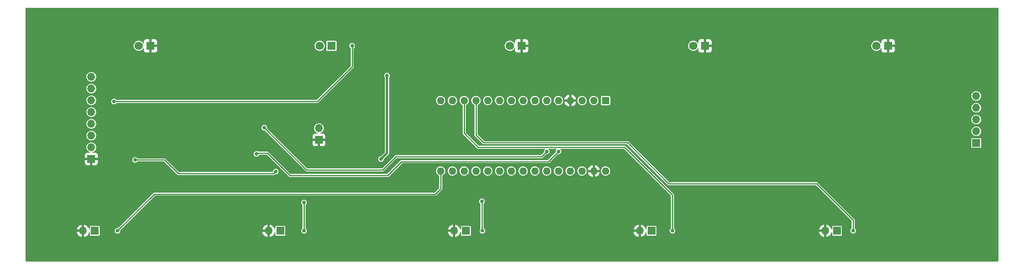
<source format=gbl>
%TF.GenerationSoftware,KiCad,Pcbnew,(6.0.0-0)*%
%TF.CreationDate,2024-09-02T12:42:35-04:00*%
%TF.ProjectId,HappySwitchV3,48617070-7953-4776-9974-636856332e6b,rev?*%
%TF.SameCoordinates,Original*%
%TF.FileFunction,Copper,L2,Bot*%
%TF.FilePolarity,Positive*%
%FSLAX46Y46*%
G04 Gerber Fmt 4.6, Leading zero omitted, Abs format (unit mm)*
G04 Created by KiCad (PCBNEW (6.0.0-0)) date 2024-09-02 12:42:35*
%MOMM*%
%LPD*%
G01*
G04 APERTURE LIST*
%TA.AperFunction,ComponentPad*%
%ADD10R,1.700000X1.700000*%
%TD*%
%TA.AperFunction,ComponentPad*%
%ADD11O,1.700000X1.700000*%
%TD*%
%TA.AperFunction,ComponentPad*%
%ADD12R,1.600000X1.600000*%
%TD*%
%TA.AperFunction,ComponentPad*%
%ADD13O,1.600000X1.600000*%
%TD*%
%TA.AperFunction,ComponentPad*%
%ADD14R,1.800000X1.800000*%
%TD*%
%TA.AperFunction,ComponentPad*%
%ADD15C,1.800000*%
%TD*%
%TA.AperFunction,ViaPad*%
%ADD16C,0.800000*%
%TD*%
%TA.AperFunction,Conductor*%
%ADD17C,0.250000*%
%TD*%
%TA.AperFunction,Conductor*%
%ADD18C,0.500000*%
%TD*%
G04 APERTURE END LIST*
D10*
%TO.P,REF\u002A\u002A,1*%
%TO.N,GND*%
X115325000Y-79350000D03*
D11*
%TO.P,REF\u002A\u002A,2*%
%TO.N,+5V*%
X115325000Y-76810000D03*
%TD*%
D12*
%TO.P,U1,1,D1/TX*%
%TO.N,unconnected-(U1-Pad1)*%
X177100000Y-70830000D03*
D13*
%TO.P,U1,17,3V3*%
%TO.N,unconnected-(U1-Pad17)*%
X144080000Y-86070000D03*
%TO.P,U1,2,D0/RX*%
%TO.N,Arduino_RX*%
X174560000Y-70830000D03*
%TO.P,U1,18,AREF*%
%TO.N,unconnected-(U1-Pad18)*%
X146620000Y-86070000D03*
%TO.P,U1,3,~{RESET}*%
%TO.N,unconnected-(U1-Pad3)*%
X172020000Y-70830000D03*
%TO.P,U1,19,A0/D14*%
%TO.N,unconnected-(U1-Pad19)*%
X149160000Y-86070000D03*
%TO.P,U1,4,GND*%
%TO.N,GND*%
X169480000Y-70830000D03*
%TO.P,U1,20,A1/D15*%
%TO.N,unconnected-(U1-Pad20)*%
X151700000Y-86070000D03*
%TO.P,U1,5,D2*%
%TO.N,Arduino_D2*%
X166940000Y-70830000D03*
%TO.P,U1,21,A2/D16*%
%TO.N,unconnected-(U1-Pad21)*%
X154240000Y-86070000D03*
%TO.P,U1,6,~D3*%
%TO.N,Arduino_D3*%
X164400000Y-70830000D03*
%TO.P,U1,22,A3/D17*%
%TO.N,unconnected-(U1-Pad22)*%
X156780000Y-86070000D03*
%TO.P,U1,7,D4*%
%TO.N,Arduino_D4*%
X161860000Y-70830000D03*
%TO.P,U1,23,A4/D18*%
%TO.N,unconnected-(U1-Pad23)*%
X159320000Y-86070000D03*
%TO.P,U1,8,~D5*%
%TO.N,Arduino_D5*%
X159320000Y-70830000D03*
%TO.P,U1,24,A5/D19*%
%TO.N,unconnected-(U1-Pad24)*%
X161860000Y-86070000D03*
%TO.P,U1,9,~D6*%
%TO.N,Arduino_D6*%
X156780000Y-70830000D03*
%TO.P,U1,25,A6/D20*%
%TO.N,unconnected-(U1-Pad25)*%
X164400000Y-86070000D03*
%TO.P,U1,10,D7*%
%TO.N,Arduino_D7*%
X154240000Y-70830000D03*
%TO.P,U1,26,A7/D21*%
%TO.N,unconnected-(U1-Pad26)*%
X166940000Y-86070000D03*
%TO.P,U1,11,D8*%
%TO.N,Arduino_D8*%
X151700000Y-70830000D03*
%TO.P,U1,27,+5V*%
%TO.N,VCC*%
X169480000Y-86070000D03*
%TO.P,U1,12,~D9*%
%TO.N,Arduino_D9*%
X149160000Y-70830000D03*
%TO.P,U1,28,~{RESET}*%
%TO.N,unconnected-(U1-Pad28)*%
X172020000Y-86070000D03*
%TO.P,U1,13,~D10*%
%TO.N,Arduino_D10*%
X146620000Y-70830000D03*
%TO.P,U1,29,GND*%
%TO.N,GND*%
X174560000Y-86070000D03*
%TO.P,U1,14,~D11*%
%TO.N,Arduino_D11*%
X144080000Y-70830000D03*
%TO.P,U1,30,VIN*%
%TO.N,unconnected-(U1-Pad30)*%
X177100000Y-86070000D03*
%TO.P,U1,15,D12*%
%TO.N,Arduino_D12*%
X141540000Y-70830000D03*
%TO.P,U1,16,D13*%
%TO.N,Arduino_D13*%
X141540000Y-86070000D03*
%TD*%
D14*
%TO.P,D2,1,K*%
%TO.N,GND*%
X238000000Y-59000000D03*
D15*
%TO.P,D2,2,A*%
%TO.N,Net-(D2-Pad2)*%
X235460000Y-59000000D03*
%TD*%
D14*
%TO.P,D7,1,K*%
%TO.N,Arduino_D7*%
X118000000Y-59000000D03*
D15*
%TO.P,D7,2,A*%
%TO.N,Net-(D7-Pad2)*%
X115460000Y-59000000D03*
%TD*%
D10*
%TO.P,J2,1*%
%TO.N,unconnected-(J2-Pad1)*%
X257000000Y-80000000D03*
D11*
%TO.P,J2,2*%
%TO.N,unconnected-(J2-Pad2)*%
X257000000Y-77460000D03*
%TO.P,J2,3*%
%TO.N,unconnected-(J2-Pad3)*%
X257000000Y-74920000D03*
%TO.P,J2,4*%
%TO.N,Net-(J2-Pad4)*%
X257000000Y-72380000D03*
%TO.P,J2,5*%
%TO.N,Net-(J2-Pad5)*%
X257000000Y-69840000D03*
%TD*%
D10*
%TO.P,SW3,1,1*%
%TO.N,Arduino_D11*%
X147000000Y-99000000D03*
D11*
%TO.P,SW3,2,2*%
%TO.N,GND*%
X144460000Y-99000000D03*
%TD*%
D14*
%TO.P,D8,1,K*%
%TO.N,GND*%
X79000000Y-59000000D03*
D15*
%TO.P,D8,2,A*%
%TO.N,Net-(D8-Pad2)*%
X76460000Y-59000000D03*
%TD*%
D10*
%TO.P,SW1,1,1*%
%TO.N,Arduino_D9*%
X227000000Y-99000000D03*
D11*
%TO.P,SW1,2,2*%
%TO.N,GND*%
X224460000Y-99000000D03*
%TD*%
D10*
%TO.P,SW2,1,1*%
%TO.N,Arduino_D10*%
X187000000Y-99000000D03*
D11*
%TO.P,SW2,2,2*%
%TO.N,GND*%
X184460000Y-99000000D03*
%TD*%
D14*
%TO.P,D4,1,K*%
%TO.N,GND*%
X159000000Y-59000000D03*
D15*
%TO.P,D4,2,A*%
%TO.N,Net-(D4-Pad2)*%
X156460000Y-59000000D03*
%TD*%
D14*
%TO.P,D3,1,K*%
%TO.N,GND*%
X198540000Y-59000000D03*
D15*
%TO.P,D3,2,A*%
%TO.N,Net-(D3-Pad2)*%
X196000000Y-59000000D03*
%TD*%
D10*
%TO.P,SW4,1,1*%
%TO.N,Arduino_D12*%
X107000000Y-99000000D03*
D11*
%TO.P,SW4,2,2*%
%TO.N,GND*%
X104460000Y-99000000D03*
%TD*%
D10*
%TO.P,SW5,1,1*%
%TO.N,Arduino_D13*%
X67000000Y-99000000D03*
D11*
%TO.P,SW5,2,2*%
%TO.N,GND*%
X64460000Y-99000000D03*
%TD*%
D10*
%TO.P,J1,1*%
%TO.N,GND*%
X66250000Y-83475000D03*
D11*
%TO.P,J1,2*%
%TO.N,+5V*%
X66250000Y-80935000D03*
%TO.P,J1,3*%
%TO.N,MESA_VCH*%
X66250000Y-78395000D03*
%TO.P,J1,4*%
%TO.N,Arduino_D8*%
X66250000Y-75855000D03*
%TO.P,J1,5*%
%TO.N,Arduino_D7*%
X66250000Y-73315000D03*
%TO.P,J1,6*%
%TO.N,unconnected-(J1-Pad6)*%
X66250000Y-70775000D03*
%TO.P,J1,7*%
%TO.N,Arduino_D8*%
X66250000Y-68235000D03*
%TO.P,J1,8*%
%TO.N,unconnected-(J1-Pad8)*%
X66250000Y-65695000D03*
%TD*%
D16*
%TO.N,GND*%
X54675000Y-78200000D03*
X87250000Y-72700000D03*
X187100000Y-52575000D03*
X155775000Y-89775000D03*
X145075000Y-91200000D03*
X99525000Y-88875000D03*
X132800000Y-88175000D03*
X173025000Y-82300000D03*
X106825000Y-64150000D03*
X63025000Y-89775000D03*
X86700000Y-65400000D03*
X92225000Y-79450000D03*
X124925000Y-82875000D03*
X140525000Y-77775000D03*
X209150000Y-91350000D03*
X242700000Y-88450000D03*
X213675000Y-84475000D03*
X192525000Y-79775000D03*
X212500000Y-99575000D03*
X170725000Y-98900000D03*
X131950000Y-99575000D03*
X91350000Y-97550000D03*
X178375000Y-91025000D03*
X171675000Y-77125000D03*
X156925000Y-75075000D03*
X124175000Y-72400000D03*
X131650000Y-56425000D03*
X135400000Y-52200000D03*
X95750000Y-57175000D03*
X167325000Y-59425000D03*
X208225000Y-58925000D03*
X205975000Y-68150000D03*
X243875000Y-66400000D03*
X258850000Y-52700000D03*
X258350000Y-103075000D03*
X55425000Y-102975000D03*
X54700000Y-52475000D03*
%TO.N,+5V*%
X106012500Y-86187500D03*
X75675000Y-83675000D03*
%TO.N,Arduino_D3*%
X164400000Y-81875000D03*
%TO.N,Arduino_D2*%
X166940000Y-81835000D03*
X101850000Y-82375000D03*
%TO.N,Arduino_D3*%
X103550000Y-76725000D03*
%TO.N,Arduino_D9*%
X230450000Y-99000000D03*
%TO.N,Arduino_D10*%
X191500000Y-99000000D03*
%TO.N,Arduino_D11*%
X150575000Y-99000000D03*
X150425000Y-92625000D03*
%TO.N,Arduino_D12*%
X112125000Y-92875000D03*
X112125000Y-99000000D03*
%TO.N,Arduino_D13*%
X71900000Y-99000000D03*
%TO.N,Arduino_D7*%
X122475000Y-59000000D03*
X71150000Y-71050000D03*
%TO.N,VCC*%
X130000000Y-65450000D03*
X128700000Y-83475000D03*
%TD*%
D17*
%TO.N,+5V*%
X105575000Y-86625000D02*
X106012500Y-86187500D01*
X84975000Y-86625000D02*
X105575000Y-86625000D01*
X75675000Y-83675000D02*
X82025000Y-83675000D01*
X82025000Y-83675000D02*
X84975000Y-86625000D01*
%TO.N,Arduino_D2*%
X166940000Y-81835000D02*
X164750000Y-84025000D01*
X104225000Y-82225000D02*
X102000000Y-82225000D01*
X164750000Y-84025000D02*
X133125000Y-84025000D01*
X133125000Y-84025000D02*
X130125000Y-87025000D01*
X130125000Y-87025000D02*
X109025000Y-87025000D01*
X109025000Y-87025000D02*
X104225000Y-82225000D01*
X102000000Y-82225000D02*
X101850000Y-82375000D01*
%TO.N,Arduino_D3*%
X164400000Y-81875000D02*
X163300000Y-82975000D01*
X163300000Y-82975000D02*
X131900000Y-82975000D01*
X131900000Y-82975000D02*
X129050000Y-85825000D01*
X129050000Y-85825000D02*
X112650000Y-85825000D01*
X112650000Y-85825000D02*
X103550000Y-76725000D01*
%TO.N,Arduino_D9*%
X230450000Y-99000000D02*
X230450000Y-96675000D01*
X181850000Y-79950000D02*
X150825000Y-79950000D01*
X230450000Y-96675000D02*
X222550000Y-88775000D01*
X222550000Y-88775000D02*
X190675000Y-88775000D01*
X190675000Y-88775000D02*
X181850000Y-79950000D01*
X150825000Y-79950000D02*
X149160000Y-78285000D01*
X149160000Y-78285000D02*
X149160000Y-70830000D01*
%TO.N,Arduino_D10*%
X191500000Y-99000000D02*
X191500000Y-91250000D01*
X191500000Y-91250000D02*
X181175000Y-80925000D01*
X181175000Y-80925000D02*
X149625000Y-80925000D01*
X149625000Y-80925000D02*
X146620000Y-77920000D01*
X146620000Y-77920000D02*
X146620000Y-70830000D01*
%TO.N,Arduino_D11*%
X150425000Y-92625000D02*
X150425000Y-98850000D01*
X150425000Y-98850000D02*
X150575000Y-99000000D01*
%TO.N,Arduino_D12*%
X112125000Y-99000000D02*
X112125000Y-92875000D01*
%TO.N,Arduino_D13*%
X79850000Y-91050000D02*
X140400000Y-91050000D01*
X71900000Y-99000000D02*
X79850000Y-91050000D01*
X140400000Y-91050000D02*
X141540000Y-89910000D01*
X141540000Y-89910000D02*
X141540000Y-86070000D01*
%TO.N,Arduino_D7*%
X122200000Y-63800000D02*
X114950000Y-71050000D01*
X114950000Y-71050000D02*
X71150000Y-71050000D01*
X122475000Y-59000000D02*
X122475000Y-63525000D01*
X122475000Y-63525000D02*
X122200000Y-63800000D01*
D18*
%TO.N,VCC*%
X130000000Y-82175000D02*
X128700000Y-83475000D01*
X130000000Y-65450000D02*
X130000000Y-82175000D01*
%TD*%
%TA.AperFunction,Conductor*%
%TO.N,GND*%
G36*
X261793208Y-50770822D02*
G01*
X261823648Y-50823545D01*
X261825000Y-50839000D01*
X261825000Y-105536000D01*
X261804178Y-105593208D01*
X261751455Y-105623648D01*
X261736000Y-105625000D01*
X52164000Y-105625000D01*
X52106792Y-105604178D01*
X52076352Y-105551455D01*
X52075000Y-105536000D01*
X52075000Y-99261416D01*
X63127026Y-99261416D01*
X63127054Y-99262628D01*
X63158897Y-99403921D01*
X63161076Y-99410876D01*
X63242338Y-99611002D01*
X63245625Y-99617508D01*
X63358483Y-99801677D01*
X63362782Y-99807551D01*
X63504211Y-99970820D01*
X63509410Y-99975911D01*
X63675600Y-100113885D01*
X63681573Y-100118067D01*
X63868061Y-100227042D01*
X63874631Y-100230190D01*
X64076421Y-100307245D01*
X64083411Y-100309276D01*
X64190620Y-100331088D01*
X64203275Y-100329197D01*
X64205934Y-100326192D01*
X64206000Y-100325843D01*
X64206000Y-100320938D01*
X64714000Y-100320938D01*
X64718376Y-100332961D01*
X64722785Y-100335507D01*
X64739696Y-100333340D01*
X64746807Y-100331828D01*
X64953700Y-100269757D01*
X64960484Y-100267099D01*
X65154455Y-100172073D01*
X65160714Y-100168342D01*
X65336560Y-100042913D01*
X65342123Y-100038212D01*
X65495127Y-99885740D01*
X65499845Y-99880195D01*
X65625885Y-99704794D01*
X65629645Y-99698535D01*
X65725343Y-99504907D01*
X65728027Y-99498126D01*
X65775344Y-99342389D01*
X65811897Y-99293705D01*
X65871192Y-99279907D01*
X65925484Y-99307451D01*
X65949500Y-99368262D01*
X65949500Y-99869748D01*
X65961133Y-99928231D01*
X66005448Y-99994552D01*
X66071769Y-100038867D01*
X66080369Y-100040578D01*
X66080370Y-100040578D01*
X66113507Y-100047169D01*
X66130252Y-100050500D01*
X67869748Y-100050500D01*
X67886493Y-100047169D01*
X67919630Y-100040578D01*
X67919631Y-100040578D01*
X67928231Y-100038867D01*
X67994552Y-99994552D01*
X68038867Y-99928231D01*
X68050500Y-99869748D01*
X68050500Y-99000000D01*
X71294318Y-99000000D01*
X71314956Y-99156762D01*
X71375464Y-99302841D01*
X71471718Y-99428282D01*
X71597159Y-99524536D01*
X71743238Y-99585044D01*
X71900000Y-99605682D01*
X72056762Y-99585044D01*
X72202841Y-99524536D01*
X72328282Y-99428282D01*
X72424536Y-99302841D01*
X72441695Y-99261416D01*
X103127026Y-99261416D01*
X103127054Y-99262628D01*
X103158897Y-99403921D01*
X103161076Y-99410876D01*
X103242338Y-99611002D01*
X103245625Y-99617508D01*
X103358483Y-99801677D01*
X103362782Y-99807551D01*
X103504211Y-99970820D01*
X103509410Y-99975911D01*
X103675600Y-100113885D01*
X103681573Y-100118067D01*
X103868061Y-100227042D01*
X103874631Y-100230190D01*
X104076421Y-100307245D01*
X104083411Y-100309276D01*
X104190620Y-100331088D01*
X104203275Y-100329197D01*
X104205934Y-100326192D01*
X104206000Y-100325843D01*
X104206000Y-100320938D01*
X104714000Y-100320938D01*
X104718376Y-100332961D01*
X104722785Y-100335507D01*
X104739696Y-100333340D01*
X104746807Y-100331828D01*
X104953700Y-100269757D01*
X104960484Y-100267099D01*
X105154455Y-100172073D01*
X105160714Y-100168342D01*
X105336560Y-100042913D01*
X105342123Y-100038212D01*
X105495127Y-99885740D01*
X105499845Y-99880195D01*
X105625885Y-99704794D01*
X105629645Y-99698535D01*
X105725343Y-99504907D01*
X105728027Y-99498126D01*
X105775344Y-99342389D01*
X105811897Y-99293705D01*
X105871192Y-99279907D01*
X105925484Y-99307451D01*
X105949500Y-99368262D01*
X105949500Y-99869748D01*
X105961133Y-99928231D01*
X106005448Y-99994552D01*
X106071769Y-100038867D01*
X106080369Y-100040578D01*
X106080370Y-100040578D01*
X106113507Y-100047169D01*
X106130252Y-100050500D01*
X107869748Y-100050500D01*
X107886493Y-100047169D01*
X107919630Y-100040578D01*
X107919631Y-100040578D01*
X107928231Y-100038867D01*
X107994552Y-99994552D01*
X108038867Y-99928231D01*
X108050500Y-99869748D01*
X108050500Y-99000000D01*
X111519318Y-99000000D01*
X111539956Y-99156762D01*
X111600464Y-99302841D01*
X111696718Y-99428282D01*
X111822159Y-99524536D01*
X111968238Y-99585044D01*
X112125000Y-99605682D01*
X112281762Y-99585044D01*
X112427841Y-99524536D01*
X112553282Y-99428282D01*
X112649536Y-99302841D01*
X112666695Y-99261416D01*
X143127026Y-99261416D01*
X143127054Y-99262628D01*
X143158897Y-99403921D01*
X143161076Y-99410876D01*
X143242338Y-99611002D01*
X143245625Y-99617508D01*
X143358483Y-99801677D01*
X143362782Y-99807551D01*
X143504211Y-99970820D01*
X143509410Y-99975911D01*
X143675600Y-100113885D01*
X143681573Y-100118067D01*
X143868061Y-100227042D01*
X143874631Y-100230190D01*
X144076421Y-100307245D01*
X144083411Y-100309276D01*
X144190620Y-100331088D01*
X144203275Y-100329197D01*
X144205934Y-100326192D01*
X144206000Y-100325843D01*
X144206000Y-100320938D01*
X144714000Y-100320938D01*
X144718376Y-100332961D01*
X144722785Y-100335507D01*
X144739696Y-100333340D01*
X144746807Y-100331828D01*
X144953700Y-100269757D01*
X144960484Y-100267099D01*
X145154455Y-100172073D01*
X145160714Y-100168342D01*
X145336560Y-100042913D01*
X145342123Y-100038212D01*
X145495127Y-99885740D01*
X145499845Y-99880195D01*
X145625885Y-99704794D01*
X145629645Y-99698535D01*
X145725343Y-99504907D01*
X145728027Y-99498126D01*
X145775344Y-99342389D01*
X145811897Y-99293705D01*
X145871192Y-99279907D01*
X145925484Y-99307451D01*
X145949500Y-99368262D01*
X145949500Y-99869748D01*
X145961133Y-99928231D01*
X146005448Y-99994552D01*
X146071769Y-100038867D01*
X146080369Y-100040578D01*
X146080370Y-100040578D01*
X146113507Y-100047169D01*
X146130252Y-100050500D01*
X147869748Y-100050500D01*
X147886493Y-100047169D01*
X147919630Y-100040578D01*
X147919631Y-100040578D01*
X147928231Y-100038867D01*
X147994552Y-99994552D01*
X148038867Y-99928231D01*
X148050500Y-99869748D01*
X148050500Y-98130252D01*
X148038867Y-98071769D01*
X147994552Y-98005448D01*
X147928231Y-97961133D01*
X147919631Y-97959422D01*
X147919630Y-97959422D01*
X147874031Y-97950352D01*
X147874032Y-97950352D01*
X147869748Y-97949500D01*
X146130252Y-97949500D01*
X146125968Y-97950352D01*
X146125969Y-97950352D01*
X146080370Y-97959422D01*
X146080369Y-97959422D01*
X146071769Y-97961133D01*
X146005448Y-98005448D01*
X145961133Y-98071769D01*
X145949500Y-98130252D01*
X145949500Y-98635627D01*
X145928678Y-98692835D01*
X145875955Y-98723275D01*
X145816000Y-98712703D01*
X145776867Y-98666067D01*
X145774181Y-98657309D01*
X145750843Y-98564399D01*
X145748500Y-98557516D01*
X145662367Y-98359424D01*
X145658929Y-98353011D01*
X145541606Y-98171658D01*
X145537153Y-98165876D01*
X145391786Y-98006120D01*
X145386461Y-98001154D01*
X145216946Y-97867279D01*
X145210885Y-97863253D01*
X145021785Y-97758864D01*
X145015137Y-97755876D01*
X144811530Y-97683774D01*
X144804487Y-97681913D01*
X144729450Y-97668547D01*
X144716847Y-97670747D01*
X144714000Y-97674128D01*
X144714000Y-100320938D01*
X144206000Y-100320938D01*
X144206000Y-99269694D01*
X144201624Y-99257671D01*
X144195266Y-99254000D01*
X143140804Y-99254000D01*
X143128781Y-99258376D01*
X143127026Y-99261416D01*
X112666695Y-99261416D01*
X112710044Y-99156762D01*
X112730682Y-99000000D01*
X112710044Y-98843238D01*
X112667954Y-98741624D01*
X112665222Y-98735028D01*
X143124154Y-98735028D01*
X143126080Y-98742815D01*
X143130446Y-98746000D01*
X144190306Y-98746000D01*
X144202329Y-98741624D01*
X144206000Y-98735266D01*
X144206000Y-97680681D01*
X144201624Y-97668658D01*
X144197515Y-97666285D01*
X144147820Y-97673890D01*
X144140734Y-97675578D01*
X143935419Y-97742685D01*
X143928714Y-97745504D01*
X143737113Y-97845245D01*
X143730952Y-97849125D01*
X143558218Y-97978818D01*
X143552775Y-97983651D01*
X143403543Y-98139813D01*
X143398963Y-98145469D01*
X143277235Y-98323914D01*
X143273642Y-98330239D01*
X143182695Y-98526169D01*
X143180184Y-98532994D01*
X143124154Y-98735028D01*
X112665222Y-98735028D01*
X112651770Y-98702552D01*
X112651768Y-98702548D01*
X112649536Y-98697159D01*
X112553282Y-98571718D01*
X112548653Y-98568166D01*
X112548649Y-98568162D01*
X112485320Y-98519568D01*
X112452610Y-98468223D01*
X112450500Y-98448960D01*
X112450500Y-93426040D01*
X112471322Y-93368832D01*
X112485320Y-93355432D01*
X112548649Y-93306838D01*
X112548653Y-93306834D01*
X112553282Y-93303282D01*
X112649536Y-93177841D01*
X112710044Y-93031762D01*
X112730682Y-92875000D01*
X112710044Y-92718238D01*
X112673818Y-92630780D01*
X112671424Y-92625000D01*
X149819318Y-92625000D01*
X149839956Y-92781762D01*
X149842189Y-92787153D01*
X149878577Y-92875000D01*
X149900464Y-92927841D01*
X149996718Y-93053282D01*
X150001347Y-93056834D01*
X150001351Y-93056838D01*
X150064680Y-93105432D01*
X150097390Y-93156777D01*
X150099500Y-93176040D01*
X150099500Y-98603043D01*
X150081108Y-98657223D01*
X150050464Y-98697159D01*
X149989956Y-98843238D01*
X149969318Y-99000000D01*
X149989956Y-99156762D01*
X150050464Y-99302841D01*
X150146718Y-99428282D01*
X150272159Y-99524536D01*
X150418238Y-99585044D01*
X150575000Y-99605682D01*
X150731762Y-99585044D01*
X150877841Y-99524536D01*
X151003282Y-99428282D01*
X151099536Y-99302841D01*
X151116695Y-99261416D01*
X183127026Y-99261416D01*
X183127054Y-99262628D01*
X183158897Y-99403921D01*
X183161076Y-99410876D01*
X183242338Y-99611002D01*
X183245625Y-99617508D01*
X183358483Y-99801677D01*
X183362782Y-99807551D01*
X183504211Y-99970820D01*
X183509410Y-99975911D01*
X183675600Y-100113885D01*
X183681573Y-100118067D01*
X183868061Y-100227042D01*
X183874631Y-100230190D01*
X184076421Y-100307245D01*
X184083411Y-100309276D01*
X184190620Y-100331088D01*
X184203275Y-100329197D01*
X184205934Y-100326192D01*
X184206000Y-100325843D01*
X184206000Y-100320938D01*
X184714000Y-100320938D01*
X184718376Y-100332961D01*
X184722785Y-100335507D01*
X184739696Y-100333340D01*
X184746807Y-100331828D01*
X184953700Y-100269757D01*
X184960484Y-100267099D01*
X185154455Y-100172073D01*
X185160714Y-100168342D01*
X185336560Y-100042913D01*
X185342123Y-100038212D01*
X185495127Y-99885740D01*
X185499845Y-99880195D01*
X185625885Y-99704794D01*
X185629645Y-99698535D01*
X185725343Y-99504907D01*
X185728027Y-99498126D01*
X185775344Y-99342389D01*
X185811897Y-99293705D01*
X185871192Y-99279907D01*
X185925484Y-99307451D01*
X185949500Y-99368262D01*
X185949500Y-99869748D01*
X185961133Y-99928231D01*
X186005448Y-99994552D01*
X186071769Y-100038867D01*
X186080369Y-100040578D01*
X186080370Y-100040578D01*
X186113507Y-100047169D01*
X186130252Y-100050500D01*
X187869748Y-100050500D01*
X187886493Y-100047169D01*
X187919630Y-100040578D01*
X187919631Y-100040578D01*
X187928231Y-100038867D01*
X187994552Y-99994552D01*
X188038867Y-99928231D01*
X188050500Y-99869748D01*
X188050500Y-98130252D01*
X188038867Y-98071769D01*
X187994552Y-98005448D01*
X187928231Y-97961133D01*
X187919631Y-97959422D01*
X187919630Y-97959422D01*
X187874031Y-97950352D01*
X187874032Y-97950352D01*
X187869748Y-97949500D01*
X186130252Y-97949500D01*
X186125968Y-97950352D01*
X186125969Y-97950352D01*
X186080370Y-97959422D01*
X186080369Y-97959422D01*
X186071769Y-97961133D01*
X186005448Y-98005448D01*
X185961133Y-98071769D01*
X185949500Y-98130252D01*
X185949500Y-98635627D01*
X185928678Y-98692835D01*
X185875955Y-98723275D01*
X185816000Y-98712703D01*
X185776867Y-98666067D01*
X185774181Y-98657309D01*
X185750843Y-98564399D01*
X185748500Y-98557516D01*
X185662367Y-98359424D01*
X185658929Y-98353011D01*
X185541606Y-98171658D01*
X185537153Y-98165876D01*
X185391786Y-98006120D01*
X185386461Y-98001154D01*
X185216946Y-97867279D01*
X185210885Y-97863253D01*
X185021785Y-97758864D01*
X185015137Y-97755876D01*
X184811530Y-97683774D01*
X184804487Y-97681913D01*
X184729450Y-97668547D01*
X184716847Y-97670747D01*
X184714000Y-97674128D01*
X184714000Y-100320938D01*
X184206000Y-100320938D01*
X184206000Y-99269694D01*
X184201624Y-99257671D01*
X184195266Y-99254000D01*
X183140804Y-99254000D01*
X183128781Y-99258376D01*
X183127026Y-99261416D01*
X151116695Y-99261416D01*
X151160044Y-99156762D01*
X151180682Y-99000000D01*
X151160044Y-98843238D01*
X151117954Y-98741624D01*
X151115222Y-98735028D01*
X183124154Y-98735028D01*
X183126080Y-98742815D01*
X183130446Y-98746000D01*
X184190306Y-98746000D01*
X184202329Y-98741624D01*
X184206000Y-98735266D01*
X184206000Y-97680681D01*
X184201624Y-97668658D01*
X184197515Y-97666285D01*
X184147820Y-97673890D01*
X184140734Y-97675578D01*
X183935419Y-97742685D01*
X183928714Y-97745504D01*
X183737113Y-97845245D01*
X183730952Y-97849125D01*
X183558218Y-97978818D01*
X183552775Y-97983651D01*
X183403543Y-98139813D01*
X183398963Y-98145469D01*
X183277235Y-98323914D01*
X183273642Y-98330239D01*
X183182695Y-98526169D01*
X183180184Y-98532994D01*
X183124154Y-98735028D01*
X151115222Y-98735028D01*
X151101770Y-98702552D01*
X151101768Y-98702548D01*
X151099536Y-98697159D01*
X151003282Y-98571718D01*
X150877841Y-98475464D01*
X150813855Y-98448960D01*
X150805441Y-98445475D01*
X150760556Y-98404346D01*
X150750500Y-98363250D01*
X150750500Y-93176040D01*
X150771322Y-93118832D01*
X150785320Y-93105432D01*
X150848649Y-93056838D01*
X150848653Y-93056834D01*
X150853282Y-93053282D01*
X150949536Y-92927841D01*
X150971424Y-92875000D01*
X151007811Y-92787153D01*
X151010044Y-92781762D01*
X151030682Y-92625000D01*
X151010044Y-92468238D01*
X150949536Y-92322159D01*
X150853282Y-92196718D01*
X150727841Y-92100464D01*
X150581762Y-92039956D01*
X150425000Y-92019318D01*
X150268238Y-92039956D01*
X150122159Y-92100464D01*
X149996718Y-92196718D01*
X149900464Y-92322159D01*
X149839956Y-92468238D01*
X149819318Y-92625000D01*
X112671424Y-92625000D01*
X112651770Y-92577552D01*
X112651769Y-92577551D01*
X112649536Y-92572159D01*
X112553282Y-92446718D01*
X112427841Y-92350464D01*
X112348332Y-92317530D01*
X112287153Y-92292189D01*
X112281762Y-92289956D01*
X112125000Y-92269318D01*
X111968238Y-92289956D01*
X111962847Y-92292189D01*
X111901669Y-92317530D01*
X111822159Y-92350464D01*
X111696718Y-92446718D01*
X111600464Y-92572159D01*
X111598231Y-92577551D01*
X111598230Y-92577552D01*
X111576182Y-92630780D01*
X111539956Y-92718238D01*
X111519318Y-92875000D01*
X111539956Y-93031762D01*
X111600464Y-93177841D01*
X111696718Y-93303282D01*
X111701347Y-93306834D01*
X111701351Y-93306838D01*
X111764680Y-93355432D01*
X111797390Y-93406777D01*
X111799500Y-93426040D01*
X111799500Y-98448960D01*
X111778678Y-98506168D01*
X111764680Y-98519568D01*
X111701351Y-98568162D01*
X111701347Y-98568166D01*
X111696718Y-98571718D01*
X111600464Y-98697159D01*
X111598232Y-98702548D01*
X111598230Y-98702552D01*
X111582046Y-98741624D01*
X111539956Y-98843238D01*
X111519318Y-99000000D01*
X108050500Y-99000000D01*
X108050500Y-98130252D01*
X108038867Y-98071769D01*
X107994552Y-98005448D01*
X107928231Y-97961133D01*
X107919631Y-97959422D01*
X107919630Y-97959422D01*
X107874031Y-97950352D01*
X107874032Y-97950352D01*
X107869748Y-97949500D01*
X106130252Y-97949500D01*
X106125968Y-97950352D01*
X106125969Y-97950352D01*
X106080370Y-97959422D01*
X106080369Y-97959422D01*
X106071769Y-97961133D01*
X106005448Y-98005448D01*
X105961133Y-98071769D01*
X105949500Y-98130252D01*
X105949500Y-98635627D01*
X105928678Y-98692835D01*
X105875955Y-98723275D01*
X105816000Y-98712703D01*
X105776867Y-98666067D01*
X105774181Y-98657309D01*
X105750843Y-98564399D01*
X105748500Y-98557516D01*
X105662367Y-98359424D01*
X105658929Y-98353011D01*
X105541606Y-98171658D01*
X105537153Y-98165876D01*
X105391786Y-98006120D01*
X105386461Y-98001154D01*
X105216946Y-97867279D01*
X105210885Y-97863253D01*
X105021785Y-97758864D01*
X105015137Y-97755876D01*
X104811530Y-97683774D01*
X104804487Y-97681913D01*
X104729450Y-97668547D01*
X104716847Y-97670747D01*
X104714000Y-97674128D01*
X104714000Y-100320938D01*
X104206000Y-100320938D01*
X104206000Y-99269694D01*
X104201624Y-99257671D01*
X104195266Y-99254000D01*
X103140804Y-99254000D01*
X103128781Y-99258376D01*
X103127026Y-99261416D01*
X72441695Y-99261416D01*
X72485044Y-99156762D01*
X72505682Y-99000000D01*
X72494501Y-98915068D01*
X72507678Y-98855632D01*
X72519807Y-98840519D01*
X72625298Y-98735028D01*
X103124154Y-98735028D01*
X103126080Y-98742815D01*
X103130446Y-98746000D01*
X104190306Y-98746000D01*
X104202329Y-98741624D01*
X104206000Y-98735266D01*
X104206000Y-97680681D01*
X104201624Y-97668658D01*
X104197515Y-97666285D01*
X104147820Y-97673890D01*
X104140734Y-97675578D01*
X103935419Y-97742685D01*
X103928714Y-97745504D01*
X103737113Y-97845245D01*
X103730952Y-97849125D01*
X103558218Y-97978818D01*
X103552775Y-97983651D01*
X103403543Y-98139813D01*
X103398963Y-98145469D01*
X103277235Y-98323914D01*
X103273642Y-98330239D01*
X103182695Y-98526169D01*
X103180184Y-98532994D01*
X103124154Y-98735028D01*
X72625298Y-98735028D01*
X79958759Y-91401567D01*
X80013935Y-91375839D01*
X80021692Y-91375500D01*
X140381904Y-91375500D01*
X140389660Y-91375839D01*
X140428807Y-91379264D01*
X140466779Y-91369089D01*
X140474353Y-91367410D01*
X140505373Y-91361941D01*
X140505375Y-91361940D01*
X140513045Y-91360588D01*
X140519791Y-91356693D01*
X140526097Y-91354398D01*
X140532162Y-91351569D01*
X140539684Y-91349554D01*
X140571883Y-91327008D01*
X140578419Y-91322844D01*
X140605712Y-91307087D01*
X140612455Y-91303194D01*
X140637712Y-91273095D01*
X140642956Y-91267371D01*
X141757376Y-90152951D01*
X141763101Y-90147706D01*
X141787229Y-90127460D01*
X141793194Y-90122455D01*
X141812854Y-90088404D01*
X141817006Y-90081885D01*
X141839553Y-90049684D01*
X141841568Y-90042164D01*
X141844408Y-90036074D01*
X141846697Y-90029785D01*
X141850588Y-90023045D01*
X141857412Y-89984341D01*
X141859093Y-89976758D01*
X141867248Y-89946326D01*
X141869263Y-89938807D01*
X141865839Y-89899669D01*
X141865500Y-89891912D01*
X141865500Y-87081279D01*
X141886322Y-87024071D01*
X141914370Y-87001840D01*
X142078689Y-86918837D01*
X142105796Y-86897659D01*
X142229871Y-86800722D01*
X142229875Y-86800718D01*
X142233303Y-86798040D01*
X142236150Y-86794742D01*
X142358667Y-86652804D01*
X142358669Y-86652801D01*
X142361509Y-86649511D01*
X142458425Y-86478909D01*
X142520358Y-86292732D01*
X142544949Y-86098071D01*
X142545341Y-86070000D01*
X142543965Y-86055963D01*
X143074757Y-86055963D01*
X143075121Y-86060297D01*
X143086288Y-86193280D01*
X143091175Y-86251483D01*
X143145258Y-86440091D01*
X143234944Y-86614601D01*
X143237650Y-86618015D01*
X143326154Y-86729680D01*
X143356818Y-86768369D01*
X143394833Y-86800722D01*
X143502924Y-86892715D01*
X143502927Y-86892717D01*
X143506238Y-86895535D01*
X143551443Y-86920799D01*
X143673715Y-86989135D01*
X143673720Y-86989137D01*
X143677513Y-86991257D01*
X143681644Y-86992599D01*
X143681648Y-86992601D01*
X143859978Y-87050544D01*
X143859980Y-87050544D01*
X143864118Y-87051889D01*
X144058946Y-87075121D01*
X144063275Y-87074788D01*
X144063279Y-87074788D01*
X144250240Y-87060402D01*
X144250244Y-87060401D01*
X144254576Y-87060068D01*
X144258764Y-87058899D01*
X144258768Y-87058898D01*
X144348760Y-87033771D01*
X144443556Y-87007303D01*
X144447439Y-87005342D01*
X144447443Y-87005340D01*
X144548555Y-86954264D01*
X144618689Y-86918837D01*
X144645796Y-86897659D01*
X144769871Y-86800722D01*
X144769875Y-86800718D01*
X144773303Y-86798040D01*
X144776150Y-86794742D01*
X144898667Y-86652804D01*
X144898669Y-86652801D01*
X144901509Y-86649511D01*
X144998425Y-86478909D01*
X145060358Y-86292732D01*
X145084949Y-86098071D01*
X145085341Y-86070000D01*
X145083965Y-86055963D01*
X145614757Y-86055963D01*
X145615121Y-86060297D01*
X145626288Y-86193280D01*
X145631175Y-86251483D01*
X145685258Y-86440091D01*
X145774944Y-86614601D01*
X145777650Y-86618015D01*
X145866154Y-86729680D01*
X145896818Y-86768369D01*
X145934833Y-86800722D01*
X146042924Y-86892715D01*
X146042927Y-86892717D01*
X146046238Y-86895535D01*
X146091443Y-86920799D01*
X146213715Y-86989135D01*
X146213720Y-86989137D01*
X146217513Y-86991257D01*
X146221644Y-86992599D01*
X146221648Y-86992601D01*
X146399978Y-87050544D01*
X146399980Y-87050544D01*
X146404118Y-87051889D01*
X146598946Y-87075121D01*
X146603275Y-87074788D01*
X146603279Y-87074788D01*
X146790240Y-87060402D01*
X146790244Y-87060401D01*
X146794576Y-87060068D01*
X146798764Y-87058899D01*
X146798768Y-87058898D01*
X146888760Y-87033771D01*
X146983556Y-87007303D01*
X146987439Y-87005342D01*
X146987443Y-87005340D01*
X147088555Y-86954264D01*
X147158689Y-86918837D01*
X147185796Y-86897659D01*
X147309871Y-86800722D01*
X147309875Y-86800718D01*
X147313303Y-86798040D01*
X147316150Y-86794742D01*
X147438667Y-86652804D01*
X147438669Y-86652801D01*
X147441509Y-86649511D01*
X147538425Y-86478909D01*
X147600358Y-86292732D01*
X147624949Y-86098071D01*
X147625341Y-86070000D01*
X147623965Y-86055963D01*
X148154757Y-86055963D01*
X148155121Y-86060297D01*
X148166288Y-86193280D01*
X148171175Y-86251483D01*
X148225258Y-86440091D01*
X148314944Y-86614601D01*
X148317650Y-86618015D01*
X148406154Y-86729680D01*
X148436818Y-86768369D01*
X148474833Y-86800722D01*
X148582924Y-86892715D01*
X148582927Y-86892717D01*
X148586238Y-86895535D01*
X148631443Y-86920799D01*
X148753715Y-86989135D01*
X148753720Y-86989137D01*
X148757513Y-86991257D01*
X148761644Y-86992599D01*
X148761648Y-86992601D01*
X148939978Y-87050544D01*
X148939980Y-87050544D01*
X148944118Y-87051889D01*
X149138946Y-87075121D01*
X149143275Y-87074788D01*
X149143279Y-87074788D01*
X149330240Y-87060402D01*
X149330244Y-87060401D01*
X149334576Y-87060068D01*
X149338764Y-87058899D01*
X149338768Y-87058898D01*
X149428760Y-87033771D01*
X149523556Y-87007303D01*
X149527439Y-87005342D01*
X149527443Y-87005340D01*
X149628555Y-86954264D01*
X149698689Y-86918837D01*
X149725796Y-86897659D01*
X149849871Y-86800722D01*
X149849875Y-86800718D01*
X149853303Y-86798040D01*
X149856150Y-86794742D01*
X149978667Y-86652804D01*
X149978669Y-86652801D01*
X149981509Y-86649511D01*
X150078425Y-86478909D01*
X150140358Y-86292732D01*
X150164949Y-86098071D01*
X150165341Y-86070000D01*
X150163965Y-86055963D01*
X150694757Y-86055963D01*
X150695121Y-86060297D01*
X150706288Y-86193280D01*
X150711175Y-86251483D01*
X150765258Y-86440091D01*
X150854944Y-86614601D01*
X150857650Y-86618015D01*
X150946154Y-86729680D01*
X150976818Y-86768369D01*
X151014833Y-86800722D01*
X151122924Y-86892715D01*
X151122927Y-86892717D01*
X151126238Y-86895535D01*
X151171443Y-86920799D01*
X151293715Y-86989135D01*
X151293720Y-86989137D01*
X151297513Y-86991257D01*
X151301644Y-86992599D01*
X151301648Y-86992601D01*
X151479978Y-87050544D01*
X151479980Y-87050544D01*
X151484118Y-87051889D01*
X151678946Y-87075121D01*
X151683275Y-87074788D01*
X151683279Y-87074788D01*
X151870240Y-87060402D01*
X151870244Y-87060401D01*
X151874576Y-87060068D01*
X151878764Y-87058899D01*
X151878768Y-87058898D01*
X151968760Y-87033771D01*
X152063556Y-87007303D01*
X152067439Y-87005342D01*
X152067443Y-87005340D01*
X152168555Y-86954264D01*
X152238689Y-86918837D01*
X152265796Y-86897659D01*
X152389871Y-86800722D01*
X152389875Y-86800718D01*
X152393303Y-86798040D01*
X152396150Y-86794742D01*
X152518667Y-86652804D01*
X152518669Y-86652801D01*
X152521509Y-86649511D01*
X152618425Y-86478909D01*
X152680358Y-86292732D01*
X152704949Y-86098071D01*
X152705341Y-86070000D01*
X152703965Y-86055963D01*
X153234757Y-86055963D01*
X153235121Y-86060297D01*
X153246288Y-86193280D01*
X153251175Y-86251483D01*
X153305258Y-86440091D01*
X153394944Y-86614601D01*
X153397650Y-86618015D01*
X153486154Y-86729680D01*
X153516818Y-86768369D01*
X153554833Y-86800722D01*
X153662924Y-86892715D01*
X153662927Y-86892717D01*
X153666238Y-86895535D01*
X153711443Y-86920799D01*
X153833715Y-86989135D01*
X153833720Y-86989137D01*
X153837513Y-86991257D01*
X153841644Y-86992599D01*
X153841648Y-86992601D01*
X154019978Y-87050544D01*
X154019980Y-87050544D01*
X154024118Y-87051889D01*
X154218946Y-87075121D01*
X154223275Y-87074788D01*
X154223279Y-87074788D01*
X154410240Y-87060402D01*
X154410244Y-87060401D01*
X154414576Y-87060068D01*
X154418764Y-87058899D01*
X154418768Y-87058898D01*
X154508760Y-87033771D01*
X154603556Y-87007303D01*
X154607439Y-87005342D01*
X154607443Y-87005340D01*
X154708555Y-86954264D01*
X154778689Y-86918837D01*
X154805796Y-86897659D01*
X154929871Y-86800722D01*
X154929875Y-86800718D01*
X154933303Y-86798040D01*
X154936150Y-86794742D01*
X155058667Y-86652804D01*
X155058669Y-86652801D01*
X155061509Y-86649511D01*
X155158425Y-86478909D01*
X155220358Y-86292732D01*
X155244949Y-86098071D01*
X155245341Y-86070000D01*
X155243965Y-86055963D01*
X155774757Y-86055963D01*
X155775121Y-86060297D01*
X155786288Y-86193280D01*
X155791175Y-86251483D01*
X155845258Y-86440091D01*
X155934944Y-86614601D01*
X155937650Y-86618015D01*
X156026154Y-86729680D01*
X156056818Y-86768369D01*
X156094833Y-86800722D01*
X156202924Y-86892715D01*
X156202927Y-86892717D01*
X156206238Y-86895535D01*
X156251443Y-86920799D01*
X156373715Y-86989135D01*
X156373720Y-86989137D01*
X156377513Y-86991257D01*
X156381644Y-86992599D01*
X156381648Y-86992601D01*
X156559978Y-87050544D01*
X156559980Y-87050544D01*
X156564118Y-87051889D01*
X156758946Y-87075121D01*
X156763275Y-87074788D01*
X156763279Y-87074788D01*
X156950240Y-87060402D01*
X156950244Y-87060401D01*
X156954576Y-87060068D01*
X156958764Y-87058899D01*
X156958768Y-87058898D01*
X157048760Y-87033771D01*
X157143556Y-87007303D01*
X157147439Y-87005342D01*
X157147443Y-87005340D01*
X157248555Y-86954264D01*
X157318689Y-86918837D01*
X157345796Y-86897659D01*
X157469871Y-86800722D01*
X157469875Y-86800718D01*
X157473303Y-86798040D01*
X157476150Y-86794742D01*
X157598667Y-86652804D01*
X157598669Y-86652801D01*
X157601509Y-86649511D01*
X157698425Y-86478909D01*
X157760358Y-86292732D01*
X157784949Y-86098071D01*
X157785341Y-86070000D01*
X157783965Y-86055963D01*
X158314757Y-86055963D01*
X158315121Y-86060297D01*
X158326288Y-86193280D01*
X158331175Y-86251483D01*
X158385258Y-86440091D01*
X158474944Y-86614601D01*
X158477650Y-86618015D01*
X158566154Y-86729680D01*
X158596818Y-86768369D01*
X158634833Y-86800722D01*
X158742924Y-86892715D01*
X158742927Y-86892717D01*
X158746238Y-86895535D01*
X158791443Y-86920799D01*
X158913715Y-86989135D01*
X158913720Y-86989137D01*
X158917513Y-86991257D01*
X158921644Y-86992599D01*
X158921648Y-86992601D01*
X159099978Y-87050544D01*
X159099980Y-87050544D01*
X159104118Y-87051889D01*
X159298946Y-87075121D01*
X159303275Y-87074788D01*
X159303279Y-87074788D01*
X159490240Y-87060402D01*
X159490244Y-87060401D01*
X159494576Y-87060068D01*
X159498764Y-87058899D01*
X159498768Y-87058898D01*
X159588760Y-87033771D01*
X159683556Y-87007303D01*
X159687439Y-87005342D01*
X159687443Y-87005340D01*
X159788555Y-86954264D01*
X159858689Y-86918837D01*
X159885796Y-86897659D01*
X160009871Y-86800722D01*
X160009875Y-86800718D01*
X160013303Y-86798040D01*
X160016150Y-86794742D01*
X160138667Y-86652804D01*
X160138669Y-86652801D01*
X160141509Y-86649511D01*
X160238425Y-86478909D01*
X160300358Y-86292732D01*
X160324949Y-86098071D01*
X160325341Y-86070000D01*
X160323965Y-86055963D01*
X160854757Y-86055963D01*
X160855121Y-86060297D01*
X160866288Y-86193280D01*
X160871175Y-86251483D01*
X160925258Y-86440091D01*
X161014944Y-86614601D01*
X161017650Y-86618015D01*
X161106154Y-86729680D01*
X161136818Y-86768369D01*
X161174833Y-86800722D01*
X161282924Y-86892715D01*
X161282927Y-86892717D01*
X161286238Y-86895535D01*
X161331443Y-86920799D01*
X161453715Y-86989135D01*
X161453720Y-86989137D01*
X161457513Y-86991257D01*
X161461644Y-86992599D01*
X161461648Y-86992601D01*
X161639978Y-87050544D01*
X161639980Y-87050544D01*
X161644118Y-87051889D01*
X161838946Y-87075121D01*
X161843275Y-87074788D01*
X161843279Y-87074788D01*
X162030240Y-87060402D01*
X162030244Y-87060401D01*
X162034576Y-87060068D01*
X162038764Y-87058899D01*
X162038768Y-87058898D01*
X162128760Y-87033771D01*
X162223556Y-87007303D01*
X162227439Y-87005342D01*
X162227443Y-87005340D01*
X162328555Y-86954264D01*
X162398689Y-86918837D01*
X162425796Y-86897659D01*
X162549871Y-86800722D01*
X162549875Y-86800718D01*
X162553303Y-86798040D01*
X162556150Y-86794742D01*
X162678667Y-86652804D01*
X162678669Y-86652801D01*
X162681509Y-86649511D01*
X162778425Y-86478909D01*
X162840358Y-86292732D01*
X162864949Y-86098071D01*
X162865341Y-86070000D01*
X162863965Y-86055963D01*
X163394757Y-86055963D01*
X163395121Y-86060297D01*
X163406288Y-86193280D01*
X163411175Y-86251483D01*
X163465258Y-86440091D01*
X163554944Y-86614601D01*
X163557650Y-86618015D01*
X163646154Y-86729680D01*
X163676818Y-86768369D01*
X163714833Y-86800722D01*
X163822924Y-86892715D01*
X163822927Y-86892717D01*
X163826238Y-86895535D01*
X163871443Y-86920799D01*
X163993715Y-86989135D01*
X163993720Y-86989137D01*
X163997513Y-86991257D01*
X164001644Y-86992599D01*
X164001648Y-86992601D01*
X164179978Y-87050544D01*
X164179980Y-87050544D01*
X164184118Y-87051889D01*
X164378946Y-87075121D01*
X164383275Y-87074788D01*
X164383279Y-87074788D01*
X164570240Y-87060402D01*
X164570244Y-87060401D01*
X164574576Y-87060068D01*
X164578764Y-87058899D01*
X164578768Y-87058898D01*
X164668760Y-87033771D01*
X164763556Y-87007303D01*
X164767439Y-87005342D01*
X164767443Y-87005340D01*
X164868555Y-86954264D01*
X164938689Y-86918837D01*
X164965796Y-86897659D01*
X165089871Y-86800722D01*
X165089875Y-86800718D01*
X165093303Y-86798040D01*
X165096150Y-86794742D01*
X165218667Y-86652804D01*
X165218669Y-86652801D01*
X165221509Y-86649511D01*
X165318425Y-86478909D01*
X165380358Y-86292732D01*
X165404949Y-86098071D01*
X165405341Y-86070000D01*
X165403965Y-86055963D01*
X165934757Y-86055963D01*
X165935121Y-86060297D01*
X165946288Y-86193280D01*
X165951175Y-86251483D01*
X166005258Y-86440091D01*
X166094944Y-86614601D01*
X166097650Y-86618015D01*
X166186154Y-86729680D01*
X166216818Y-86768369D01*
X166254833Y-86800722D01*
X166362924Y-86892715D01*
X166362927Y-86892717D01*
X166366238Y-86895535D01*
X166411443Y-86920799D01*
X166533715Y-86989135D01*
X166533720Y-86989137D01*
X166537513Y-86991257D01*
X166541644Y-86992599D01*
X166541648Y-86992601D01*
X166719978Y-87050544D01*
X166719980Y-87050544D01*
X166724118Y-87051889D01*
X166918946Y-87075121D01*
X166923275Y-87074788D01*
X166923279Y-87074788D01*
X167110240Y-87060402D01*
X167110244Y-87060401D01*
X167114576Y-87060068D01*
X167118764Y-87058899D01*
X167118768Y-87058898D01*
X167208760Y-87033771D01*
X167303556Y-87007303D01*
X167307439Y-87005342D01*
X167307443Y-87005340D01*
X167408555Y-86954264D01*
X167478689Y-86918837D01*
X167505796Y-86897659D01*
X167629871Y-86800722D01*
X167629875Y-86800718D01*
X167633303Y-86798040D01*
X167636150Y-86794742D01*
X167758667Y-86652804D01*
X167758669Y-86652801D01*
X167761509Y-86649511D01*
X167858425Y-86478909D01*
X167920358Y-86292732D01*
X167944949Y-86098071D01*
X167945341Y-86070000D01*
X167943965Y-86055963D01*
X168474757Y-86055963D01*
X168475121Y-86060297D01*
X168486288Y-86193280D01*
X168491175Y-86251483D01*
X168545258Y-86440091D01*
X168634944Y-86614601D01*
X168637650Y-86618015D01*
X168726154Y-86729680D01*
X168756818Y-86768369D01*
X168794833Y-86800722D01*
X168902924Y-86892715D01*
X168902927Y-86892717D01*
X168906238Y-86895535D01*
X168951443Y-86920799D01*
X169073715Y-86989135D01*
X169073720Y-86989137D01*
X169077513Y-86991257D01*
X169081644Y-86992599D01*
X169081648Y-86992601D01*
X169259978Y-87050544D01*
X169259980Y-87050544D01*
X169264118Y-87051889D01*
X169458946Y-87075121D01*
X169463275Y-87074788D01*
X169463279Y-87074788D01*
X169650240Y-87060402D01*
X169650244Y-87060401D01*
X169654576Y-87060068D01*
X169658764Y-87058899D01*
X169658768Y-87058898D01*
X169748760Y-87033771D01*
X169843556Y-87007303D01*
X169847439Y-87005342D01*
X169847443Y-87005340D01*
X169948555Y-86954264D01*
X170018689Y-86918837D01*
X170045796Y-86897659D01*
X170169871Y-86800722D01*
X170169875Y-86800718D01*
X170173303Y-86798040D01*
X170176150Y-86794742D01*
X170298667Y-86652804D01*
X170298669Y-86652801D01*
X170301509Y-86649511D01*
X170398425Y-86478909D01*
X170460358Y-86292732D01*
X170484949Y-86098071D01*
X170485341Y-86070000D01*
X170483965Y-86055963D01*
X171014757Y-86055963D01*
X171015121Y-86060297D01*
X171026288Y-86193280D01*
X171031175Y-86251483D01*
X171085258Y-86440091D01*
X171174944Y-86614601D01*
X171177650Y-86618015D01*
X171266154Y-86729680D01*
X171296818Y-86768369D01*
X171334833Y-86800722D01*
X171442924Y-86892715D01*
X171442927Y-86892717D01*
X171446238Y-86895535D01*
X171491443Y-86920799D01*
X171613715Y-86989135D01*
X171613720Y-86989137D01*
X171617513Y-86991257D01*
X171621644Y-86992599D01*
X171621648Y-86992601D01*
X171799978Y-87050544D01*
X171799980Y-87050544D01*
X171804118Y-87051889D01*
X171998946Y-87075121D01*
X172003275Y-87074788D01*
X172003279Y-87074788D01*
X172190240Y-87060402D01*
X172190244Y-87060401D01*
X172194576Y-87060068D01*
X172198764Y-87058899D01*
X172198768Y-87058898D01*
X172288760Y-87033771D01*
X172383556Y-87007303D01*
X172387439Y-87005342D01*
X172387443Y-87005340D01*
X172488555Y-86954264D01*
X172558689Y-86918837D01*
X172585796Y-86897659D01*
X172709871Y-86800722D01*
X172709875Y-86800718D01*
X172713303Y-86798040D01*
X172716150Y-86794742D01*
X172838667Y-86652804D01*
X172838669Y-86652801D01*
X172841509Y-86649511D01*
X172938425Y-86478909D01*
X172987768Y-86330579D01*
X173276317Y-86330579D01*
X173276441Y-86333415D01*
X173325179Y-86515309D01*
X173327833Y-86522601D01*
X173421269Y-86722974D01*
X173425140Y-86729680D01*
X173551959Y-86910796D01*
X173556932Y-86916723D01*
X173713277Y-87073068D01*
X173719204Y-87078041D01*
X173900320Y-87204860D01*
X173907026Y-87208731D01*
X174107399Y-87302167D01*
X174114691Y-87304821D01*
X174290841Y-87352020D01*
X174303585Y-87350905D01*
X174305386Y-87349104D01*
X174306000Y-87346335D01*
X174306000Y-87340388D01*
X174814000Y-87340388D01*
X174818376Y-87352411D01*
X174820579Y-87353683D01*
X174823415Y-87353559D01*
X175005309Y-87304821D01*
X175012601Y-87302167D01*
X175212974Y-87208731D01*
X175219680Y-87204860D01*
X175400796Y-87078041D01*
X175406723Y-87073068D01*
X175563068Y-86916723D01*
X175568041Y-86910796D01*
X175694860Y-86729680D01*
X175698731Y-86722974D01*
X175792167Y-86522601D01*
X175794821Y-86515309D01*
X175842020Y-86339159D01*
X175840905Y-86326415D01*
X175839104Y-86324614D01*
X175836335Y-86324000D01*
X174829694Y-86324000D01*
X174817671Y-86328376D01*
X174814000Y-86334734D01*
X174814000Y-87340388D01*
X174306000Y-87340388D01*
X174306000Y-86339694D01*
X174301624Y-86327671D01*
X174295266Y-86324000D01*
X173289612Y-86324000D01*
X173277589Y-86328376D01*
X173276317Y-86330579D01*
X172987768Y-86330579D01*
X173000358Y-86292732D01*
X173024949Y-86098071D01*
X173025341Y-86070000D01*
X173023965Y-86055963D01*
X176094757Y-86055963D01*
X176095121Y-86060297D01*
X176106288Y-86193280D01*
X176111175Y-86251483D01*
X176165258Y-86440091D01*
X176254944Y-86614601D01*
X176257650Y-86618015D01*
X176346154Y-86729680D01*
X176376818Y-86768369D01*
X176414833Y-86800722D01*
X176522924Y-86892715D01*
X176522927Y-86892717D01*
X176526238Y-86895535D01*
X176571443Y-86920799D01*
X176693715Y-86989135D01*
X176693720Y-86989137D01*
X176697513Y-86991257D01*
X176701644Y-86992599D01*
X176701648Y-86992601D01*
X176879978Y-87050544D01*
X176879980Y-87050544D01*
X176884118Y-87051889D01*
X177078946Y-87075121D01*
X177083275Y-87074788D01*
X177083279Y-87074788D01*
X177270240Y-87060402D01*
X177270244Y-87060401D01*
X177274576Y-87060068D01*
X177278764Y-87058899D01*
X177278768Y-87058898D01*
X177368760Y-87033771D01*
X177463556Y-87007303D01*
X177467439Y-87005342D01*
X177467443Y-87005340D01*
X177568555Y-86954264D01*
X177638689Y-86918837D01*
X177665796Y-86897659D01*
X177789871Y-86800722D01*
X177789875Y-86800718D01*
X177793303Y-86798040D01*
X177796150Y-86794742D01*
X177918667Y-86652804D01*
X177918669Y-86652801D01*
X177921509Y-86649511D01*
X178018425Y-86478909D01*
X178080358Y-86292732D01*
X178104949Y-86098071D01*
X178105341Y-86070000D01*
X178086194Y-85874728D01*
X178029484Y-85686894D01*
X178027440Y-85683050D01*
X178027438Y-85683045D01*
X177939415Y-85517500D01*
X177937370Y-85513653D01*
X177925551Y-85499161D01*
X177816113Y-85364976D01*
X177816112Y-85364975D01*
X177813361Y-85361602D01*
X177781333Y-85335106D01*
X177665528Y-85239304D01*
X177665523Y-85239301D01*
X177662180Y-85236535D01*
X177489585Y-85143213D01*
X177468342Y-85136637D01*
X177428127Y-85124189D01*
X177302152Y-85085193D01*
X177297823Y-85084738D01*
X177297818Y-85084737D01*
X177111352Y-85065138D01*
X177111348Y-85065138D01*
X177107019Y-85064683D01*
X176997005Y-85074695D01*
X176915955Y-85082071D01*
X176915952Y-85082072D01*
X176911618Y-85082466D01*
X176723393Y-85137864D01*
X176709206Y-85145281D01*
X176553373Y-85226748D01*
X176553369Y-85226751D01*
X176549512Y-85228767D01*
X176396600Y-85351711D01*
X176270480Y-85502016D01*
X176268381Y-85505834D01*
X176203039Y-85624691D01*
X176175956Y-85673954D01*
X176174641Y-85678101D01*
X176174640Y-85678102D01*
X176117942Y-85856834D01*
X176117941Y-85856839D01*
X176116628Y-85860978D01*
X176116143Y-85865298D01*
X176116143Y-85865300D01*
X176114599Y-85879065D01*
X176094757Y-86055963D01*
X173023965Y-86055963D01*
X173006194Y-85874728D01*
X172983886Y-85800841D01*
X173277980Y-85800841D01*
X173279095Y-85813585D01*
X173280896Y-85815386D01*
X173283665Y-85816000D01*
X174290306Y-85816000D01*
X174302329Y-85811624D01*
X174306000Y-85805266D01*
X174306000Y-85800306D01*
X174814000Y-85800306D01*
X174818376Y-85812329D01*
X174824734Y-85816000D01*
X175830388Y-85816000D01*
X175842411Y-85811624D01*
X175843683Y-85809421D01*
X175843559Y-85806585D01*
X175794821Y-85624691D01*
X175792167Y-85617399D01*
X175698731Y-85417026D01*
X175694860Y-85410320D01*
X175568041Y-85229204D01*
X175563068Y-85223277D01*
X175406723Y-85066932D01*
X175400796Y-85061959D01*
X175219680Y-84935140D01*
X175212974Y-84931269D01*
X175012601Y-84837833D01*
X175005309Y-84835179D01*
X174829159Y-84787980D01*
X174816415Y-84789095D01*
X174814614Y-84790896D01*
X174814000Y-84793665D01*
X174814000Y-85800306D01*
X174306000Y-85800306D01*
X174306000Y-84799612D01*
X174301624Y-84787589D01*
X174299421Y-84786317D01*
X174296585Y-84786441D01*
X174114691Y-84835179D01*
X174107399Y-84837833D01*
X173907026Y-84931269D01*
X173900320Y-84935140D01*
X173719204Y-85061959D01*
X173713277Y-85066932D01*
X173556932Y-85223277D01*
X173551959Y-85229204D01*
X173425140Y-85410320D01*
X173421269Y-85417026D01*
X173327833Y-85617399D01*
X173325179Y-85624691D01*
X173277980Y-85800841D01*
X172983886Y-85800841D01*
X172949484Y-85686894D01*
X172947440Y-85683050D01*
X172947438Y-85683045D01*
X172859415Y-85517500D01*
X172857370Y-85513653D01*
X172845551Y-85499161D01*
X172736113Y-85364976D01*
X172736112Y-85364975D01*
X172733361Y-85361602D01*
X172701333Y-85335106D01*
X172585528Y-85239304D01*
X172585523Y-85239301D01*
X172582180Y-85236535D01*
X172409585Y-85143213D01*
X172388342Y-85136637D01*
X172348127Y-85124189D01*
X172222152Y-85085193D01*
X172217823Y-85084738D01*
X172217818Y-85084737D01*
X172031352Y-85065138D01*
X172031348Y-85065138D01*
X172027019Y-85064683D01*
X171917005Y-85074695D01*
X171835955Y-85082071D01*
X171835952Y-85082072D01*
X171831618Y-85082466D01*
X171643393Y-85137864D01*
X171629206Y-85145281D01*
X171473373Y-85226748D01*
X171473369Y-85226751D01*
X171469512Y-85228767D01*
X171316600Y-85351711D01*
X171190480Y-85502016D01*
X171188381Y-85505834D01*
X171123039Y-85624691D01*
X171095956Y-85673954D01*
X171094641Y-85678101D01*
X171094640Y-85678102D01*
X171037942Y-85856834D01*
X171037941Y-85856839D01*
X171036628Y-85860978D01*
X171036143Y-85865298D01*
X171036143Y-85865300D01*
X171034599Y-85879065D01*
X171014757Y-86055963D01*
X170483965Y-86055963D01*
X170466194Y-85874728D01*
X170409484Y-85686894D01*
X170407440Y-85683050D01*
X170407438Y-85683045D01*
X170319415Y-85517500D01*
X170317370Y-85513653D01*
X170305551Y-85499161D01*
X170196113Y-85364976D01*
X170196112Y-85364975D01*
X170193361Y-85361602D01*
X170161333Y-85335106D01*
X170045528Y-85239304D01*
X170045523Y-85239301D01*
X170042180Y-85236535D01*
X169869585Y-85143213D01*
X169848342Y-85136637D01*
X169808127Y-85124189D01*
X169682152Y-85085193D01*
X169677823Y-85084738D01*
X169677818Y-85084737D01*
X169491352Y-85065138D01*
X169491348Y-85065138D01*
X169487019Y-85064683D01*
X169377005Y-85074695D01*
X169295955Y-85082071D01*
X169295952Y-85082072D01*
X169291618Y-85082466D01*
X169103393Y-85137864D01*
X169089206Y-85145281D01*
X168933373Y-85226748D01*
X168933369Y-85226751D01*
X168929512Y-85228767D01*
X168776600Y-85351711D01*
X168650480Y-85502016D01*
X168648381Y-85505834D01*
X168583039Y-85624691D01*
X168555956Y-85673954D01*
X168554641Y-85678101D01*
X168554640Y-85678102D01*
X168497942Y-85856834D01*
X168497941Y-85856839D01*
X168496628Y-85860978D01*
X168496143Y-85865298D01*
X168496143Y-85865300D01*
X168494599Y-85879065D01*
X168474757Y-86055963D01*
X167943965Y-86055963D01*
X167926194Y-85874728D01*
X167869484Y-85686894D01*
X167867440Y-85683050D01*
X167867438Y-85683045D01*
X167779415Y-85517500D01*
X167777370Y-85513653D01*
X167765551Y-85499161D01*
X167656113Y-85364976D01*
X167656112Y-85364975D01*
X167653361Y-85361602D01*
X167621333Y-85335106D01*
X167505528Y-85239304D01*
X167505523Y-85239301D01*
X167502180Y-85236535D01*
X167329585Y-85143213D01*
X167308342Y-85136637D01*
X167268127Y-85124189D01*
X167142152Y-85085193D01*
X167137823Y-85084738D01*
X167137818Y-85084737D01*
X166951352Y-85065138D01*
X166951348Y-85065138D01*
X166947019Y-85064683D01*
X166837005Y-85074695D01*
X166755955Y-85082071D01*
X166755952Y-85082072D01*
X166751618Y-85082466D01*
X166563393Y-85137864D01*
X166549206Y-85145281D01*
X166393373Y-85226748D01*
X166393369Y-85226751D01*
X166389512Y-85228767D01*
X166236600Y-85351711D01*
X166110480Y-85502016D01*
X166108381Y-85505834D01*
X166043039Y-85624691D01*
X166015956Y-85673954D01*
X166014641Y-85678101D01*
X166014640Y-85678102D01*
X165957942Y-85856834D01*
X165957941Y-85856839D01*
X165956628Y-85860978D01*
X165956143Y-85865298D01*
X165956143Y-85865300D01*
X165954599Y-85879065D01*
X165934757Y-86055963D01*
X165403965Y-86055963D01*
X165386194Y-85874728D01*
X165329484Y-85686894D01*
X165327440Y-85683050D01*
X165327438Y-85683045D01*
X165239415Y-85517500D01*
X165237370Y-85513653D01*
X165225551Y-85499161D01*
X165116113Y-85364976D01*
X165116112Y-85364975D01*
X165113361Y-85361602D01*
X165081333Y-85335106D01*
X164965528Y-85239304D01*
X164965523Y-85239301D01*
X164962180Y-85236535D01*
X164789585Y-85143213D01*
X164768342Y-85136637D01*
X164728127Y-85124189D01*
X164602152Y-85085193D01*
X164597823Y-85084738D01*
X164597818Y-85084737D01*
X164411352Y-85065138D01*
X164411348Y-85065138D01*
X164407019Y-85064683D01*
X164297005Y-85074695D01*
X164215955Y-85082071D01*
X164215952Y-85082072D01*
X164211618Y-85082466D01*
X164023393Y-85137864D01*
X164009206Y-85145281D01*
X163853373Y-85226748D01*
X163853369Y-85226751D01*
X163849512Y-85228767D01*
X163696600Y-85351711D01*
X163570480Y-85502016D01*
X163568381Y-85505834D01*
X163503039Y-85624691D01*
X163475956Y-85673954D01*
X163474641Y-85678101D01*
X163474640Y-85678102D01*
X163417942Y-85856834D01*
X163417941Y-85856839D01*
X163416628Y-85860978D01*
X163416143Y-85865298D01*
X163416143Y-85865300D01*
X163414599Y-85879065D01*
X163394757Y-86055963D01*
X162863965Y-86055963D01*
X162846194Y-85874728D01*
X162789484Y-85686894D01*
X162787440Y-85683050D01*
X162787438Y-85683045D01*
X162699415Y-85517500D01*
X162697370Y-85513653D01*
X162685551Y-85499161D01*
X162576113Y-85364976D01*
X162576112Y-85364975D01*
X162573361Y-85361602D01*
X162541333Y-85335106D01*
X162425528Y-85239304D01*
X162425523Y-85239301D01*
X162422180Y-85236535D01*
X162249585Y-85143213D01*
X162228342Y-85136637D01*
X162188127Y-85124189D01*
X162062152Y-85085193D01*
X162057823Y-85084738D01*
X162057818Y-85084737D01*
X161871352Y-85065138D01*
X161871348Y-85065138D01*
X161867019Y-85064683D01*
X161757005Y-85074695D01*
X161675955Y-85082071D01*
X161675952Y-85082072D01*
X161671618Y-85082466D01*
X161483393Y-85137864D01*
X161469206Y-85145281D01*
X161313373Y-85226748D01*
X161313369Y-85226751D01*
X161309512Y-85228767D01*
X161156600Y-85351711D01*
X161030480Y-85502016D01*
X161028381Y-85505834D01*
X160963039Y-85624691D01*
X160935956Y-85673954D01*
X160934641Y-85678101D01*
X160934640Y-85678102D01*
X160877942Y-85856834D01*
X160877941Y-85856839D01*
X160876628Y-85860978D01*
X160876143Y-85865298D01*
X160876143Y-85865300D01*
X160874599Y-85879065D01*
X160854757Y-86055963D01*
X160323965Y-86055963D01*
X160306194Y-85874728D01*
X160249484Y-85686894D01*
X160247440Y-85683050D01*
X160247438Y-85683045D01*
X160159415Y-85517500D01*
X160157370Y-85513653D01*
X160145551Y-85499161D01*
X160036113Y-85364976D01*
X160036112Y-85364975D01*
X160033361Y-85361602D01*
X160001333Y-85335106D01*
X159885528Y-85239304D01*
X159885523Y-85239301D01*
X159882180Y-85236535D01*
X159709585Y-85143213D01*
X159688342Y-85136637D01*
X159648127Y-85124189D01*
X159522152Y-85085193D01*
X159517823Y-85084738D01*
X159517818Y-85084737D01*
X159331352Y-85065138D01*
X159331348Y-85065138D01*
X159327019Y-85064683D01*
X159217005Y-85074695D01*
X159135955Y-85082071D01*
X159135952Y-85082072D01*
X159131618Y-85082466D01*
X158943393Y-85137864D01*
X158929206Y-85145281D01*
X158773373Y-85226748D01*
X158773369Y-85226751D01*
X158769512Y-85228767D01*
X158616600Y-85351711D01*
X158490480Y-85502016D01*
X158488381Y-85505834D01*
X158423039Y-85624691D01*
X158395956Y-85673954D01*
X158394641Y-85678101D01*
X158394640Y-85678102D01*
X158337942Y-85856834D01*
X158337941Y-85856839D01*
X158336628Y-85860978D01*
X158336143Y-85865298D01*
X158336143Y-85865300D01*
X158334599Y-85879065D01*
X158314757Y-86055963D01*
X157783965Y-86055963D01*
X157766194Y-85874728D01*
X157709484Y-85686894D01*
X157707440Y-85683050D01*
X157707438Y-85683045D01*
X157619415Y-85517500D01*
X157617370Y-85513653D01*
X157605551Y-85499161D01*
X157496113Y-85364976D01*
X157496112Y-85364975D01*
X157493361Y-85361602D01*
X157461333Y-85335106D01*
X157345528Y-85239304D01*
X157345523Y-85239301D01*
X157342180Y-85236535D01*
X157169585Y-85143213D01*
X157148342Y-85136637D01*
X157108127Y-85124189D01*
X156982152Y-85085193D01*
X156977823Y-85084738D01*
X156977818Y-85084737D01*
X156791352Y-85065138D01*
X156791348Y-85065138D01*
X156787019Y-85064683D01*
X156677005Y-85074695D01*
X156595955Y-85082071D01*
X156595952Y-85082072D01*
X156591618Y-85082466D01*
X156403393Y-85137864D01*
X156389206Y-85145281D01*
X156233373Y-85226748D01*
X156233369Y-85226751D01*
X156229512Y-85228767D01*
X156076600Y-85351711D01*
X155950480Y-85502016D01*
X155948381Y-85505834D01*
X155883039Y-85624691D01*
X155855956Y-85673954D01*
X155854641Y-85678101D01*
X155854640Y-85678102D01*
X155797942Y-85856834D01*
X155797941Y-85856839D01*
X155796628Y-85860978D01*
X155796143Y-85865298D01*
X155796143Y-85865300D01*
X155794599Y-85879065D01*
X155774757Y-86055963D01*
X155243965Y-86055963D01*
X155226194Y-85874728D01*
X155169484Y-85686894D01*
X155167440Y-85683050D01*
X155167438Y-85683045D01*
X155079415Y-85517500D01*
X155077370Y-85513653D01*
X155065551Y-85499161D01*
X154956113Y-85364976D01*
X154956112Y-85364975D01*
X154953361Y-85361602D01*
X154921333Y-85335106D01*
X154805528Y-85239304D01*
X154805523Y-85239301D01*
X154802180Y-85236535D01*
X154629585Y-85143213D01*
X154608342Y-85136637D01*
X154568127Y-85124189D01*
X154442152Y-85085193D01*
X154437823Y-85084738D01*
X154437818Y-85084737D01*
X154251352Y-85065138D01*
X154251348Y-85065138D01*
X154247019Y-85064683D01*
X154137005Y-85074695D01*
X154055955Y-85082071D01*
X154055952Y-85082072D01*
X154051618Y-85082466D01*
X153863393Y-85137864D01*
X153849206Y-85145281D01*
X153693373Y-85226748D01*
X153693369Y-85226751D01*
X153689512Y-85228767D01*
X153536600Y-85351711D01*
X153410480Y-85502016D01*
X153408381Y-85505834D01*
X153343039Y-85624691D01*
X153315956Y-85673954D01*
X153314641Y-85678101D01*
X153314640Y-85678102D01*
X153257942Y-85856834D01*
X153257941Y-85856839D01*
X153256628Y-85860978D01*
X153256143Y-85865298D01*
X153256143Y-85865300D01*
X153254599Y-85879065D01*
X153234757Y-86055963D01*
X152703965Y-86055963D01*
X152686194Y-85874728D01*
X152629484Y-85686894D01*
X152627440Y-85683050D01*
X152627438Y-85683045D01*
X152539415Y-85517500D01*
X152537370Y-85513653D01*
X152525551Y-85499161D01*
X152416113Y-85364976D01*
X152416112Y-85364975D01*
X152413361Y-85361602D01*
X152381333Y-85335106D01*
X152265528Y-85239304D01*
X152265523Y-85239301D01*
X152262180Y-85236535D01*
X152089585Y-85143213D01*
X152068342Y-85136637D01*
X152028127Y-85124189D01*
X151902152Y-85085193D01*
X151897823Y-85084738D01*
X151897818Y-85084737D01*
X151711352Y-85065138D01*
X151711348Y-85065138D01*
X151707019Y-85064683D01*
X151597005Y-85074695D01*
X151515955Y-85082071D01*
X151515952Y-85082072D01*
X151511618Y-85082466D01*
X151323393Y-85137864D01*
X151309206Y-85145281D01*
X151153373Y-85226748D01*
X151153369Y-85226751D01*
X151149512Y-85228767D01*
X150996600Y-85351711D01*
X150870480Y-85502016D01*
X150868381Y-85505834D01*
X150803039Y-85624691D01*
X150775956Y-85673954D01*
X150774641Y-85678101D01*
X150774640Y-85678102D01*
X150717942Y-85856834D01*
X150717941Y-85856839D01*
X150716628Y-85860978D01*
X150716143Y-85865298D01*
X150716143Y-85865300D01*
X150714599Y-85879065D01*
X150694757Y-86055963D01*
X150163965Y-86055963D01*
X150146194Y-85874728D01*
X150089484Y-85686894D01*
X150087440Y-85683050D01*
X150087438Y-85683045D01*
X149999415Y-85517500D01*
X149997370Y-85513653D01*
X149985551Y-85499161D01*
X149876113Y-85364976D01*
X149876112Y-85364975D01*
X149873361Y-85361602D01*
X149841333Y-85335106D01*
X149725528Y-85239304D01*
X149725523Y-85239301D01*
X149722180Y-85236535D01*
X149549585Y-85143213D01*
X149528342Y-85136637D01*
X149488127Y-85124189D01*
X149362152Y-85085193D01*
X149357823Y-85084738D01*
X149357818Y-85084737D01*
X149171352Y-85065138D01*
X149171348Y-85065138D01*
X149167019Y-85064683D01*
X149057005Y-85074695D01*
X148975955Y-85082071D01*
X148975952Y-85082072D01*
X148971618Y-85082466D01*
X148783393Y-85137864D01*
X148769206Y-85145281D01*
X148613373Y-85226748D01*
X148613369Y-85226751D01*
X148609512Y-85228767D01*
X148456600Y-85351711D01*
X148330480Y-85502016D01*
X148328381Y-85505834D01*
X148263039Y-85624691D01*
X148235956Y-85673954D01*
X148234641Y-85678101D01*
X148234640Y-85678102D01*
X148177942Y-85856834D01*
X148177941Y-85856839D01*
X148176628Y-85860978D01*
X148176143Y-85865298D01*
X148176143Y-85865300D01*
X148174599Y-85879065D01*
X148154757Y-86055963D01*
X147623965Y-86055963D01*
X147606194Y-85874728D01*
X147549484Y-85686894D01*
X147547440Y-85683050D01*
X147547438Y-85683045D01*
X147459415Y-85517500D01*
X147457370Y-85513653D01*
X147445551Y-85499161D01*
X147336113Y-85364976D01*
X147336112Y-85364975D01*
X147333361Y-85361602D01*
X147301333Y-85335106D01*
X147185528Y-85239304D01*
X147185523Y-85239301D01*
X147182180Y-85236535D01*
X147009585Y-85143213D01*
X146988342Y-85136637D01*
X146948127Y-85124189D01*
X146822152Y-85085193D01*
X146817823Y-85084738D01*
X146817818Y-85084737D01*
X146631352Y-85065138D01*
X146631348Y-85065138D01*
X146627019Y-85064683D01*
X146517005Y-85074695D01*
X146435955Y-85082071D01*
X146435952Y-85082072D01*
X146431618Y-85082466D01*
X146243393Y-85137864D01*
X146229206Y-85145281D01*
X146073373Y-85226748D01*
X146073369Y-85226751D01*
X146069512Y-85228767D01*
X145916600Y-85351711D01*
X145790480Y-85502016D01*
X145788381Y-85505834D01*
X145723039Y-85624691D01*
X145695956Y-85673954D01*
X145694641Y-85678101D01*
X145694640Y-85678102D01*
X145637942Y-85856834D01*
X145637941Y-85856839D01*
X145636628Y-85860978D01*
X145636143Y-85865298D01*
X145636143Y-85865300D01*
X145634599Y-85879065D01*
X145614757Y-86055963D01*
X145083965Y-86055963D01*
X145066194Y-85874728D01*
X145009484Y-85686894D01*
X145007440Y-85683050D01*
X145007438Y-85683045D01*
X144919415Y-85517500D01*
X144917370Y-85513653D01*
X144905551Y-85499161D01*
X144796113Y-85364976D01*
X144796112Y-85364975D01*
X144793361Y-85361602D01*
X144761333Y-85335106D01*
X144645528Y-85239304D01*
X144645523Y-85239301D01*
X144642180Y-85236535D01*
X144469585Y-85143213D01*
X144448342Y-85136637D01*
X144408127Y-85124189D01*
X144282152Y-85085193D01*
X144277823Y-85084738D01*
X144277818Y-85084737D01*
X144091352Y-85065138D01*
X144091348Y-85065138D01*
X144087019Y-85064683D01*
X143977005Y-85074695D01*
X143895955Y-85082071D01*
X143895952Y-85082072D01*
X143891618Y-85082466D01*
X143703393Y-85137864D01*
X143689206Y-85145281D01*
X143533373Y-85226748D01*
X143533369Y-85226751D01*
X143529512Y-85228767D01*
X143376600Y-85351711D01*
X143250480Y-85502016D01*
X143248381Y-85505834D01*
X143183039Y-85624691D01*
X143155956Y-85673954D01*
X143154641Y-85678101D01*
X143154640Y-85678102D01*
X143097942Y-85856834D01*
X143097941Y-85856839D01*
X143096628Y-85860978D01*
X143096143Y-85865298D01*
X143096143Y-85865300D01*
X143094599Y-85879065D01*
X143074757Y-86055963D01*
X142543965Y-86055963D01*
X142526194Y-85874728D01*
X142469484Y-85686894D01*
X142467440Y-85683050D01*
X142467438Y-85683045D01*
X142379415Y-85517500D01*
X142377370Y-85513653D01*
X142365551Y-85499161D01*
X142256113Y-85364976D01*
X142256112Y-85364975D01*
X142253361Y-85361602D01*
X142221333Y-85335106D01*
X142105528Y-85239304D01*
X142105523Y-85239301D01*
X142102180Y-85236535D01*
X141929585Y-85143213D01*
X141908342Y-85136637D01*
X141868127Y-85124189D01*
X141742152Y-85085193D01*
X141737823Y-85084738D01*
X141737818Y-85084737D01*
X141551352Y-85065138D01*
X141551348Y-85065138D01*
X141547019Y-85064683D01*
X141437005Y-85074695D01*
X141355955Y-85082071D01*
X141355952Y-85082072D01*
X141351618Y-85082466D01*
X141163393Y-85137864D01*
X141149206Y-85145281D01*
X140993373Y-85226748D01*
X140993369Y-85226751D01*
X140989512Y-85228767D01*
X140836600Y-85351711D01*
X140710480Y-85502016D01*
X140708381Y-85505834D01*
X140643039Y-85624691D01*
X140615956Y-85673954D01*
X140614641Y-85678101D01*
X140614640Y-85678102D01*
X140557942Y-85856834D01*
X140557941Y-85856839D01*
X140556628Y-85860978D01*
X140556143Y-85865298D01*
X140556143Y-85865300D01*
X140554599Y-85879065D01*
X140534757Y-86055963D01*
X140535121Y-86060297D01*
X140546288Y-86193280D01*
X140551175Y-86251483D01*
X140605258Y-86440091D01*
X140694944Y-86614601D01*
X140697650Y-86618015D01*
X140786154Y-86729680D01*
X140816818Y-86768369D01*
X140854833Y-86800722D01*
X140962924Y-86892715D01*
X140962927Y-86892717D01*
X140966238Y-86895535D01*
X141011443Y-86920799D01*
X141133715Y-86989135D01*
X141133720Y-86989137D01*
X141137513Y-86991257D01*
X141141647Y-86992600D01*
X141141651Y-86992602D01*
X141153002Y-86996290D01*
X141200976Y-87033771D01*
X141214500Y-87080934D01*
X141214500Y-89738308D01*
X141193678Y-89795516D01*
X141188433Y-89801240D01*
X140291242Y-90698432D01*
X140236066Y-90724161D01*
X140228309Y-90724500D01*
X79868096Y-90724500D01*
X79860339Y-90724161D01*
X79821193Y-90720736D01*
X79783221Y-90730911D01*
X79775647Y-90732590D01*
X79744627Y-90738059D01*
X79744625Y-90738060D01*
X79736955Y-90739412D01*
X79730209Y-90743307D01*
X79723903Y-90745602D01*
X79717838Y-90748431D01*
X79710316Y-90750446D01*
X79678117Y-90772992D01*
X79671585Y-90777153D01*
X79637545Y-90796806D01*
X79632540Y-90802771D01*
X79612287Y-90826907D01*
X79607042Y-90832632D01*
X72059481Y-98380193D01*
X72004305Y-98405921D01*
X71984932Y-98405499D01*
X71905782Y-98395079D01*
X71905780Y-98395079D01*
X71900000Y-98394318D01*
X71743238Y-98414956D01*
X71597159Y-98475464D01*
X71471718Y-98571718D01*
X71375464Y-98697159D01*
X71373232Y-98702548D01*
X71373230Y-98702552D01*
X71357046Y-98741624D01*
X71314956Y-98843238D01*
X71294318Y-99000000D01*
X68050500Y-99000000D01*
X68050500Y-98130252D01*
X68038867Y-98071769D01*
X67994552Y-98005448D01*
X67928231Y-97961133D01*
X67919631Y-97959422D01*
X67919630Y-97959422D01*
X67874031Y-97950352D01*
X67874032Y-97950352D01*
X67869748Y-97949500D01*
X66130252Y-97949500D01*
X66125968Y-97950352D01*
X66125969Y-97950352D01*
X66080370Y-97959422D01*
X66080369Y-97959422D01*
X66071769Y-97961133D01*
X66005448Y-98005448D01*
X65961133Y-98071769D01*
X65949500Y-98130252D01*
X65949500Y-98635627D01*
X65928678Y-98692835D01*
X65875955Y-98723275D01*
X65816000Y-98712703D01*
X65776867Y-98666067D01*
X65774181Y-98657309D01*
X65750843Y-98564399D01*
X65748500Y-98557516D01*
X65662367Y-98359424D01*
X65658929Y-98353011D01*
X65541606Y-98171658D01*
X65537153Y-98165876D01*
X65391786Y-98006120D01*
X65386461Y-98001154D01*
X65216946Y-97867279D01*
X65210885Y-97863253D01*
X65021785Y-97758864D01*
X65015137Y-97755876D01*
X64811530Y-97683774D01*
X64804487Y-97681913D01*
X64729450Y-97668547D01*
X64716847Y-97670747D01*
X64714000Y-97674128D01*
X64714000Y-100320938D01*
X64206000Y-100320938D01*
X64206000Y-99269694D01*
X64201624Y-99257671D01*
X64195266Y-99254000D01*
X63140804Y-99254000D01*
X63128781Y-99258376D01*
X63127026Y-99261416D01*
X52075000Y-99261416D01*
X52075000Y-98735028D01*
X63124154Y-98735028D01*
X63126080Y-98742815D01*
X63130446Y-98746000D01*
X64190306Y-98746000D01*
X64202329Y-98741624D01*
X64206000Y-98735266D01*
X64206000Y-97680681D01*
X64201624Y-97668658D01*
X64197515Y-97666285D01*
X64147820Y-97673890D01*
X64140734Y-97675578D01*
X63935419Y-97742685D01*
X63928714Y-97745504D01*
X63737113Y-97845245D01*
X63730952Y-97849125D01*
X63558218Y-97978818D01*
X63552775Y-97983651D01*
X63403543Y-98139813D01*
X63398963Y-98145469D01*
X63277235Y-98323914D01*
X63273642Y-98330239D01*
X63182695Y-98526169D01*
X63180184Y-98532994D01*
X63124154Y-98735028D01*
X52075000Y-98735028D01*
X52075000Y-84370682D01*
X64892001Y-84370682D01*
X64892260Y-84375477D01*
X64898145Y-84429657D01*
X64900709Y-84440437D01*
X64947601Y-84565522D01*
X64953632Y-84576537D01*
X65033291Y-84682827D01*
X65042173Y-84691709D01*
X65148463Y-84771368D01*
X65159478Y-84777399D01*
X65284565Y-84824292D01*
X65295343Y-84826855D01*
X65349502Y-84832738D01*
X65354330Y-84833000D01*
X65980306Y-84833000D01*
X65992329Y-84828624D01*
X65996000Y-84822266D01*
X65996000Y-84817305D01*
X66504000Y-84817305D01*
X66508376Y-84829328D01*
X66514734Y-84832999D01*
X67145682Y-84832999D01*
X67150477Y-84832740D01*
X67204657Y-84826855D01*
X67215437Y-84824291D01*
X67340522Y-84777399D01*
X67351537Y-84771368D01*
X67457827Y-84691709D01*
X67466709Y-84682827D01*
X67546368Y-84576537D01*
X67552399Y-84565522D01*
X67599292Y-84440435D01*
X67601855Y-84429657D01*
X67607738Y-84375498D01*
X67608000Y-84370670D01*
X67608000Y-83744694D01*
X67603624Y-83732671D01*
X67597266Y-83729000D01*
X66519694Y-83729000D01*
X66507671Y-83733376D01*
X66504000Y-83739734D01*
X66504000Y-84817305D01*
X65996000Y-84817305D01*
X65996000Y-83744694D01*
X65991624Y-83732671D01*
X65985266Y-83729000D01*
X64907695Y-83729000D01*
X64895672Y-83733376D01*
X64892001Y-83739734D01*
X64892001Y-84370682D01*
X52075000Y-84370682D01*
X52075000Y-83675000D01*
X75069318Y-83675000D01*
X75089956Y-83831762D01*
X75150464Y-83977841D01*
X75154016Y-83982470D01*
X75228793Y-84079921D01*
X75246718Y-84103282D01*
X75372159Y-84199536D01*
X75518238Y-84260044D01*
X75675000Y-84280682D01*
X75831762Y-84260044D01*
X75977841Y-84199536D01*
X76103282Y-84103282D01*
X76106834Y-84098653D01*
X76106838Y-84098649D01*
X76155432Y-84035320D01*
X76206777Y-84002610D01*
X76226040Y-84000500D01*
X81853308Y-84000500D01*
X81910516Y-84021322D01*
X81916241Y-84026567D01*
X84732044Y-86842370D01*
X84737288Y-86848094D01*
X84762545Y-86878194D01*
X84796261Y-86897659D01*
X84796581Y-86897844D01*
X84803117Y-86902008D01*
X84835316Y-86924554D01*
X84842838Y-86926569D01*
X84848903Y-86929398D01*
X84855209Y-86931693D01*
X84861955Y-86935588D01*
X84869625Y-86936940D01*
X84869627Y-86936941D01*
X84900647Y-86942410D01*
X84908221Y-86944089D01*
X84946193Y-86954264D01*
X84985340Y-86950839D01*
X84993096Y-86950500D01*
X105556904Y-86950500D01*
X105564660Y-86950839D01*
X105603807Y-86954264D01*
X105641779Y-86944089D01*
X105649353Y-86942410D01*
X105680373Y-86936941D01*
X105680375Y-86936940D01*
X105688045Y-86935588D01*
X105694791Y-86931693D01*
X105701097Y-86929398D01*
X105707162Y-86926569D01*
X105714684Y-86924554D01*
X105746883Y-86902008D01*
X105753419Y-86897844D01*
X105753740Y-86897659D01*
X105787455Y-86878194D01*
X105812712Y-86848094D01*
X105817957Y-86842369D01*
X105853019Y-86807307D01*
X105908195Y-86781579D01*
X105927568Y-86782001D01*
X106006718Y-86792421D01*
X106006720Y-86792421D01*
X106012500Y-86793182D01*
X106169262Y-86772544D01*
X106272745Y-86729680D01*
X106309948Y-86714270D01*
X106309949Y-86714269D01*
X106315341Y-86712036D01*
X106440782Y-86615782D01*
X106537036Y-86490341D01*
X106597544Y-86344262D01*
X106618182Y-86187500D01*
X106597544Y-86030738D01*
X106537036Y-85884659D01*
X106440782Y-85759218D01*
X106315341Y-85662964D01*
X106169262Y-85602456D01*
X106012500Y-85581818D01*
X105855738Y-85602456D01*
X105709659Y-85662964D01*
X105584218Y-85759218D01*
X105487964Y-85884659D01*
X105427456Y-86030738D01*
X105406818Y-86187500D01*
X105407579Y-86193280D01*
X105407579Y-86193283D01*
X105408316Y-86198880D01*
X105395141Y-86258317D01*
X105346844Y-86295380D01*
X105320078Y-86299500D01*
X85146692Y-86299500D01*
X85089484Y-86278678D01*
X85083759Y-86273433D01*
X82267956Y-83457630D01*
X82262711Y-83451905D01*
X82242460Y-83427771D01*
X82237455Y-83421806D01*
X82203415Y-83402153D01*
X82196883Y-83397992D01*
X82164684Y-83375446D01*
X82157162Y-83373431D01*
X82151097Y-83370602D01*
X82144791Y-83368307D01*
X82138045Y-83364412D01*
X82130375Y-83363060D01*
X82130373Y-83363059D01*
X82099353Y-83357590D01*
X82091779Y-83355911D01*
X82053807Y-83345736D01*
X82014661Y-83349161D01*
X82006904Y-83349500D01*
X76226040Y-83349500D01*
X76168832Y-83328678D01*
X76155432Y-83314680D01*
X76106838Y-83251351D01*
X76106834Y-83251347D01*
X76103282Y-83246718D01*
X76084215Y-83232087D01*
X76036025Y-83195110D01*
X75977841Y-83150464D01*
X75831762Y-83089956D01*
X75675000Y-83069318D01*
X75518238Y-83089956D01*
X75372159Y-83150464D01*
X75313975Y-83195110D01*
X75265786Y-83232087D01*
X75246718Y-83246718D01*
X75150464Y-83372159D01*
X75148231Y-83377551D01*
X75148230Y-83377552D01*
X75127429Y-83427771D01*
X75089956Y-83518238D01*
X75069318Y-83675000D01*
X52075000Y-83675000D01*
X52075000Y-83205306D01*
X64892000Y-83205306D01*
X64896376Y-83217329D01*
X64902734Y-83221000D01*
X67592305Y-83221000D01*
X67604328Y-83216624D01*
X67607999Y-83210266D01*
X67607999Y-82579319D01*
X67607740Y-82574523D01*
X67601855Y-82520342D01*
X67599291Y-82509563D01*
X67552399Y-82384478D01*
X67547210Y-82375000D01*
X101244318Y-82375000D01*
X101264956Y-82531762D01*
X101267189Y-82537153D01*
X101322466Y-82670602D01*
X101325464Y-82677841D01*
X101421718Y-82803282D01*
X101547159Y-82899536D01*
X101552551Y-82901769D01*
X101552552Y-82901770D01*
X101670110Y-82950464D01*
X101693238Y-82960044D01*
X101850000Y-82980682D01*
X102006762Y-82960044D01*
X102029890Y-82950464D01*
X102147448Y-82901770D01*
X102147449Y-82901769D01*
X102152841Y-82899536D01*
X102278282Y-82803282D01*
X102374536Y-82677841D01*
X102377535Y-82670602D01*
X102404525Y-82605441D01*
X102445654Y-82560556D01*
X102486750Y-82550500D01*
X104053308Y-82550500D01*
X104110516Y-82571322D01*
X104116241Y-82576567D01*
X108782044Y-87242370D01*
X108787287Y-87248093D01*
X108812545Y-87278194D01*
X108819288Y-87282087D01*
X108846581Y-87297844D01*
X108853117Y-87302008D01*
X108885316Y-87324554D01*
X108892839Y-87326570D01*
X108898912Y-87329402D01*
X108905211Y-87331694D01*
X108911955Y-87335588D01*
X108950657Y-87342413D01*
X108958227Y-87344091D01*
X108971059Y-87347529D01*
X108988671Y-87352248D01*
X108988673Y-87352248D01*
X108996193Y-87354263D01*
X109035331Y-87350839D01*
X109043088Y-87350500D01*
X130106904Y-87350500D01*
X130114660Y-87350839D01*
X130153807Y-87354264D01*
X130191779Y-87344089D01*
X130199353Y-87342410D01*
X130230373Y-87336941D01*
X130230375Y-87336940D01*
X130238045Y-87335588D01*
X130244791Y-87331693D01*
X130251097Y-87329398D01*
X130257162Y-87326569D01*
X130264684Y-87324554D01*
X130296883Y-87302008D01*
X130303419Y-87297844D01*
X130330712Y-87282087D01*
X130337455Y-87278194D01*
X130362713Y-87248093D01*
X130367958Y-87242368D01*
X133233759Y-84376567D01*
X133288935Y-84350839D01*
X133296692Y-84350500D01*
X164731904Y-84350500D01*
X164739660Y-84350839D01*
X164778807Y-84354264D01*
X164816779Y-84344089D01*
X164824353Y-84342410D01*
X164855373Y-84336941D01*
X164855375Y-84336940D01*
X164863045Y-84335588D01*
X164869791Y-84331693D01*
X164876097Y-84329398D01*
X164882162Y-84326569D01*
X164889684Y-84324554D01*
X164921883Y-84302008D01*
X164928419Y-84297844D01*
X164955712Y-84282087D01*
X164962455Y-84278194D01*
X164987713Y-84248093D01*
X164992958Y-84242368D01*
X166780519Y-82454807D01*
X166835695Y-82429079D01*
X166855068Y-82429501D01*
X166934218Y-82439921D01*
X166934220Y-82439921D01*
X166940000Y-82440682D01*
X167096762Y-82420044D01*
X167182626Y-82384478D01*
X167237448Y-82361770D01*
X167237449Y-82361769D01*
X167242841Y-82359536D01*
X167316153Y-82303282D01*
X167363653Y-82266834D01*
X167368282Y-82263282D01*
X167464536Y-82137841D01*
X167469853Y-82125006D01*
X167522811Y-81997153D01*
X167525044Y-81991762D01*
X167545682Y-81835000D01*
X167525044Y-81678238D01*
X167519502Y-81664859D01*
X167466770Y-81537552D01*
X167466769Y-81537551D01*
X167464536Y-81532159D01*
X167368282Y-81406718D01*
X167363653Y-81403166D01*
X167362920Y-81402433D01*
X167337192Y-81347257D01*
X167352948Y-81288452D01*
X167402818Y-81253533D01*
X167425853Y-81250500D01*
X181003308Y-81250500D01*
X181060516Y-81271322D01*
X181066241Y-81276567D01*
X191148433Y-91358759D01*
X191174161Y-91413935D01*
X191174500Y-91421692D01*
X191174500Y-98448960D01*
X191153678Y-98506168D01*
X191139680Y-98519568D01*
X191076351Y-98568162D01*
X191076347Y-98568166D01*
X191071718Y-98571718D01*
X190975464Y-98697159D01*
X190973232Y-98702548D01*
X190973230Y-98702552D01*
X190957046Y-98741624D01*
X190914956Y-98843238D01*
X190894318Y-99000000D01*
X190914956Y-99156762D01*
X190975464Y-99302841D01*
X191071718Y-99428282D01*
X191197159Y-99524536D01*
X191343238Y-99585044D01*
X191500000Y-99605682D01*
X191656762Y-99585044D01*
X191802841Y-99524536D01*
X191928282Y-99428282D01*
X192024536Y-99302841D01*
X192041695Y-99261416D01*
X223127026Y-99261416D01*
X223127054Y-99262628D01*
X223158897Y-99403921D01*
X223161076Y-99410876D01*
X223242338Y-99611002D01*
X223245625Y-99617508D01*
X223358483Y-99801677D01*
X223362782Y-99807551D01*
X223504211Y-99970820D01*
X223509410Y-99975911D01*
X223675600Y-100113885D01*
X223681573Y-100118067D01*
X223868061Y-100227042D01*
X223874631Y-100230190D01*
X224076421Y-100307245D01*
X224083411Y-100309276D01*
X224190620Y-100331088D01*
X224203275Y-100329197D01*
X224205934Y-100326192D01*
X224206000Y-100325843D01*
X224206000Y-100320938D01*
X224714000Y-100320938D01*
X224718376Y-100332961D01*
X224722785Y-100335507D01*
X224739696Y-100333340D01*
X224746807Y-100331828D01*
X224953700Y-100269757D01*
X224960484Y-100267099D01*
X225154455Y-100172073D01*
X225160714Y-100168342D01*
X225336560Y-100042913D01*
X225342123Y-100038212D01*
X225495127Y-99885740D01*
X225499845Y-99880195D01*
X225625885Y-99704794D01*
X225629645Y-99698535D01*
X225725343Y-99504907D01*
X225728027Y-99498126D01*
X225775344Y-99342389D01*
X225811897Y-99293705D01*
X225871192Y-99279907D01*
X225925484Y-99307451D01*
X225949500Y-99368262D01*
X225949500Y-99869748D01*
X225961133Y-99928231D01*
X226005448Y-99994552D01*
X226071769Y-100038867D01*
X226080369Y-100040578D01*
X226080370Y-100040578D01*
X226113507Y-100047169D01*
X226130252Y-100050500D01*
X227869748Y-100050500D01*
X227886493Y-100047169D01*
X227919630Y-100040578D01*
X227919631Y-100040578D01*
X227928231Y-100038867D01*
X227994552Y-99994552D01*
X228038867Y-99928231D01*
X228050500Y-99869748D01*
X228050500Y-98130252D01*
X228038867Y-98071769D01*
X227994552Y-98005448D01*
X227928231Y-97961133D01*
X227919631Y-97959422D01*
X227919630Y-97959422D01*
X227874031Y-97950352D01*
X227874032Y-97950352D01*
X227869748Y-97949500D01*
X226130252Y-97949500D01*
X226125968Y-97950352D01*
X226125969Y-97950352D01*
X226080370Y-97959422D01*
X226080369Y-97959422D01*
X226071769Y-97961133D01*
X226005448Y-98005448D01*
X225961133Y-98071769D01*
X225949500Y-98130252D01*
X225949500Y-98635627D01*
X225928678Y-98692835D01*
X225875955Y-98723275D01*
X225816000Y-98712703D01*
X225776867Y-98666067D01*
X225774181Y-98657309D01*
X225750843Y-98564399D01*
X225748500Y-98557516D01*
X225662367Y-98359424D01*
X225658929Y-98353011D01*
X225541606Y-98171658D01*
X225537153Y-98165876D01*
X225391786Y-98006120D01*
X225386461Y-98001154D01*
X225216946Y-97867279D01*
X225210885Y-97863253D01*
X225021785Y-97758864D01*
X225015137Y-97755876D01*
X224811530Y-97683774D01*
X224804487Y-97681913D01*
X224729450Y-97668547D01*
X224716847Y-97670747D01*
X224714000Y-97674128D01*
X224714000Y-100320938D01*
X224206000Y-100320938D01*
X224206000Y-99269694D01*
X224201624Y-99257671D01*
X224195266Y-99254000D01*
X223140804Y-99254000D01*
X223128781Y-99258376D01*
X223127026Y-99261416D01*
X192041695Y-99261416D01*
X192085044Y-99156762D01*
X192105682Y-99000000D01*
X192085044Y-98843238D01*
X192042954Y-98741624D01*
X192040222Y-98735028D01*
X223124154Y-98735028D01*
X223126080Y-98742815D01*
X223130446Y-98746000D01*
X224190306Y-98746000D01*
X224202329Y-98741624D01*
X224206000Y-98735266D01*
X224206000Y-97680681D01*
X224201624Y-97668658D01*
X224197515Y-97666285D01*
X224147820Y-97673890D01*
X224140734Y-97675578D01*
X223935419Y-97742685D01*
X223928714Y-97745504D01*
X223737113Y-97845245D01*
X223730952Y-97849125D01*
X223558218Y-97978818D01*
X223552775Y-97983651D01*
X223403543Y-98139813D01*
X223398963Y-98145469D01*
X223277235Y-98323914D01*
X223273642Y-98330239D01*
X223182695Y-98526169D01*
X223180184Y-98532994D01*
X223124154Y-98735028D01*
X192040222Y-98735028D01*
X192026770Y-98702552D01*
X192026768Y-98702548D01*
X192024536Y-98697159D01*
X191928282Y-98571718D01*
X191923653Y-98568166D01*
X191923649Y-98568162D01*
X191860320Y-98519568D01*
X191827610Y-98468223D01*
X191825500Y-98448960D01*
X191825500Y-91268096D01*
X191825839Y-91260339D01*
X191828585Y-91228950D01*
X191829264Y-91221193D01*
X191819089Y-91183221D01*
X191817410Y-91175647D01*
X191811941Y-91144627D01*
X191811940Y-91144625D01*
X191810588Y-91136955D01*
X191806693Y-91130209D01*
X191804398Y-91123903D01*
X191801569Y-91117838D01*
X191799554Y-91110316D01*
X191777008Y-91078117D01*
X191772844Y-91071581D01*
X191757087Y-91044288D01*
X191753194Y-91037545D01*
X191723093Y-91012287D01*
X191717368Y-91007042D01*
X181417956Y-80707630D01*
X181412711Y-80701905D01*
X181392460Y-80677771D01*
X181387455Y-80671806D01*
X181353415Y-80652153D01*
X181346883Y-80647992D01*
X181314684Y-80625446D01*
X181307162Y-80623431D01*
X181301097Y-80620602D01*
X181294791Y-80618307D01*
X181288045Y-80614412D01*
X181280375Y-80613060D01*
X181280373Y-80613059D01*
X181249353Y-80607590D01*
X181241779Y-80605911D01*
X181203807Y-80595736D01*
X181164661Y-80599161D01*
X181156904Y-80599500D01*
X149796692Y-80599500D01*
X149739484Y-80578678D01*
X149733759Y-80573433D01*
X146971567Y-77811241D01*
X146945839Y-77756065D01*
X146945500Y-77748308D01*
X146945500Y-71841279D01*
X146966322Y-71784071D01*
X146994370Y-71761840D01*
X147158689Y-71678837D01*
X147172278Y-71668220D01*
X147309871Y-71560722D01*
X147309875Y-71560718D01*
X147313303Y-71558040D01*
X147338914Y-71528369D01*
X147438667Y-71412804D01*
X147438669Y-71412801D01*
X147441509Y-71409511D01*
X147538425Y-71238909D01*
X147548666Y-71208125D01*
X147598983Y-71056865D01*
X147600358Y-71052732D01*
X147624949Y-70858071D01*
X147625341Y-70830000D01*
X147623965Y-70815963D01*
X148154757Y-70815963D01*
X148155121Y-70820297D01*
X148166954Y-70961211D01*
X148171175Y-71011483D01*
X148225258Y-71200091D01*
X148314944Y-71374601D01*
X148321975Y-71383472D01*
X148420888Y-71508270D01*
X148436818Y-71528369D01*
X148474833Y-71560722D01*
X148582924Y-71652715D01*
X148582927Y-71652717D01*
X148586238Y-71655535D01*
X148623139Y-71676158D01*
X148753715Y-71749135D01*
X148753720Y-71749137D01*
X148757513Y-71751257D01*
X148761647Y-71752600D01*
X148761651Y-71752602D01*
X148773002Y-71756290D01*
X148820976Y-71793771D01*
X148834500Y-71840934D01*
X148834500Y-78266904D01*
X148834161Y-78274660D01*
X148830736Y-78313807D01*
X148834784Y-78328911D01*
X148840909Y-78351769D01*
X148842590Y-78359353D01*
X148847041Y-78384596D01*
X148849412Y-78398045D01*
X148853307Y-78404791D01*
X148855602Y-78411097D01*
X148858431Y-78417162D01*
X148860446Y-78424684D01*
X148882992Y-78456883D01*
X148887153Y-78463415D01*
X148906806Y-78497455D01*
X148932843Y-78519303D01*
X148936907Y-78522713D01*
X148942632Y-78527958D01*
X150582044Y-80167370D01*
X150587289Y-80173095D01*
X150612545Y-80203194D01*
X150619288Y-80207087D01*
X150646581Y-80222844D01*
X150653117Y-80227008D01*
X150685316Y-80249554D01*
X150692838Y-80251569D01*
X150698903Y-80254398D01*
X150705209Y-80256693D01*
X150711955Y-80260588D01*
X150719625Y-80261940D01*
X150719627Y-80261941D01*
X150750647Y-80267410D01*
X150758221Y-80269089D01*
X150796193Y-80279264D01*
X150835343Y-80275839D01*
X150843099Y-80275500D01*
X181678308Y-80275500D01*
X181735516Y-80296322D01*
X181741241Y-80301567D01*
X190432044Y-88992370D01*
X190437289Y-88998095D01*
X190462545Y-89028194D01*
X190469288Y-89032087D01*
X190496581Y-89047844D01*
X190503117Y-89052008D01*
X190535316Y-89074554D01*
X190542838Y-89076569D01*
X190548903Y-89079398D01*
X190555209Y-89081693D01*
X190561955Y-89085588D01*
X190569625Y-89086940D01*
X190569627Y-89086941D01*
X190600647Y-89092410D01*
X190608221Y-89094089D01*
X190646193Y-89104264D01*
X190685343Y-89100839D01*
X190693099Y-89100500D01*
X222378308Y-89100500D01*
X222435516Y-89121322D01*
X222441241Y-89126567D01*
X230098433Y-96783759D01*
X230124161Y-96838935D01*
X230124500Y-96846692D01*
X230124500Y-98448960D01*
X230103678Y-98506168D01*
X230089680Y-98519568D01*
X230026351Y-98568162D01*
X230026347Y-98568166D01*
X230021718Y-98571718D01*
X229925464Y-98697159D01*
X229923232Y-98702548D01*
X229923230Y-98702552D01*
X229907046Y-98741624D01*
X229864956Y-98843238D01*
X229844318Y-99000000D01*
X229864956Y-99156762D01*
X229925464Y-99302841D01*
X230021718Y-99428282D01*
X230147159Y-99524536D01*
X230293238Y-99585044D01*
X230450000Y-99605682D01*
X230606762Y-99585044D01*
X230752841Y-99524536D01*
X230878282Y-99428282D01*
X230974536Y-99302841D01*
X231035044Y-99156762D01*
X231055682Y-99000000D01*
X231035044Y-98843238D01*
X230992954Y-98741624D01*
X230976770Y-98702552D01*
X230976768Y-98702548D01*
X230974536Y-98697159D01*
X230878282Y-98571718D01*
X230873653Y-98568166D01*
X230873649Y-98568162D01*
X230810320Y-98519568D01*
X230777610Y-98468223D01*
X230775500Y-98448960D01*
X230775500Y-96693088D01*
X230775839Y-96685332D01*
X230778584Y-96653949D01*
X230779263Y-96646193D01*
X230769091Y-96608227D01*
X230767412Y-96600654D01*
X230761940Y-96569623D01*
X230760588Y-96561955D01*
X230756694Y-96555211D01*
X230754402Y-96548912D01*
X230751570Y-96542839D01*
X230749554Y-96535316D01*
X230727008Y-96503117D01*
X230722844Y-96496581D01*
X230707087Y-96469288D01*
X230703194Y-96462545D01*
X230673093Y-96437287D01*
X230667368Y-96432042D01*
X222792956Y-88557630D01*
X222787711Y-88551905D01*
X222767460Y-88527771D01*
X222762455Y-88521806D01*
X222728415Y-88502153D01*
X222721883Y-88497992D01*
X222689684Y-88475446D01*
X222682162Y-88473431D01*
X222676097Y-88470602D01*
X222669791Y-88468307D01*
X222663045Y-88464412D01*
X222655375Y-88463060D01*
X222655373Y-88463059D01*
X222624353Y-88457590D01*
X222616779Y-88455911D01*
X222578807Y-88445736D01*
X222539661Y-88449161D01*
X222531904Y-88449500D01*
X190846692Y-88449500D01*
X190789484Y-88428678D01*
X190783759Y-88423433D01*
X183230074Y-80869748D01*
X255949500Y-80869748D01*
X255950352Y-80874031D01*
X255958688Y-80915937D01*
X255961133Y-80928231D01*
X256005448Y-80994552D01*
X256071769Y-81038867D01*
X256080369Y-81040578D01*
X256080370Y-81040578D01*
X256113507Y-81047169D01*
X256130252Y-81050500D01*
X257869748Y-81050500D01*
X257886493Y-81047169D01*
X257919630Y-81040578D01*
X257919631Y-81040578D01*
X257928231Y-81038867D01*
X257994552Y-80994552D01*
X258038867Y-80928231D01*
X258041313Y-80915937D01*
X258049648Y-80874031D01*
X258050500Y-80869748D01*
X258050500Y-79130252D01*
X258042957Y-79092329D01*
X258040578Y-79080370D01*
X258040578Y-79080369D01*
X258038867Y-79071769D01*
X257994552Y-79005448D01*
X257961392Y-78983291D01*
X257935524Y-78966006D01*
X257928231Y-78961133D01*
X257919631Y-78959422D01*
X257919630Y-78959422D01*
X257874031Y-78950352D01*
X257874032Y-78950352D01*
X257869748Y-78949500D01*
X256130252Y-78949500D01*
X256125968Y-78950352D01*
X256125969Y-78950352D01*
X256080370Y-78959422D01*
X256080369Y-78959422D01*
X256071769Y-78961133D01*
X256064476Y-78966006D01*
X256038608Y-78983291D01*
X256005448Y-79005448D01*
X255961133Y-79071769D01*
X255959422Y-79080369D01*
X255959422Y-79080370D01*
X255957043Y-79092329D01*
X255949500Y-79130252D01*
X255949500Y-80869748D01*
X183230074Y-80869748D01*
X182092956Y-79732630D01*
X182087711Y-79726905D01*
X182067460Y-79702771D01*
X182062455Y-79696806D01*
X182028415Y-79677153D01*
X182021883Y-79672992D01*
X181989684Y-79650446D01*
X181982162Y-79648431D01*
X181976097Y-79645602D01*
X181969791Y-79643307D01*
X181963045Y-79639412D01*
X181955375Y-79638060D01*
X181955373Y-79638059D01*
X181924353Y-79632590D01*
X181916779Y-79630911D01*
X181878807Y-79620736D01*
X181839661Y-79624161D01*
X181831904Y-79624500D01*
X150996692Y-79624500D01*
X150939484Y-79603678D01*
X150933759Y-79598433D01*
X149511567Y-78176241D01*
X149485839Y-78121065D01*
X149485500Y-78113308D01*
X149485500Y-77445262D01*
X255944520Y-77445262D01*
X255944884Y-77449596D01*
X255952464Y-77539859D01*
X255961759Y-77650553D01*
X256018544Y-77848586D01*
X256112712Y-78031818D01*
X256115418Y-78035232D01*
X256234755Y-78185798D01*
X256240677Y-78193270D01*
X256305529Y-78248463D01*
X256391143Y-78321326D01*
X256397564Y-78326791D01*
X256401356Y-78328910D01*
X256401357Y-78328911D01*
X256573602Y-78425176D01*
X256573606Y-78425178D01*
X256577398Y-78427297D01*
X256581529Y-78428639D01*
X256581533Y-78428641D01*
X256769189Y-78489614D01*
X256769191Y-78489614D01*
X256773329Y-78490959D01*
X256977894Y-78515351D01*
X256982223Y-78515018D01*
X256982227Y-78515018D01*
X257178964Y-78499880D01*
X257178968Y-78499879D01*
X257183300Y-78499546D01*
X257187488Y-78498377D01*
X257187492Y-78498376D01*
X257345246Y-78454330D01*
X257381725Y-78444145D01*
X257385608Y-78442184D01*
X257385612Y-78442182D01*
X257474652Y-78397204D01*
X257565610Y-78351258D01*
X257600531Y-78323975D01*
X257724519Y-78227106D01*
X257724523Y-78227102D01*
X257727951Y-78224424D01*
X257839619Y-78095054D01*
X257859722Y-78071765D01*
X257859724Y-78071762D01*
X257862564Y-78068472D01*
X257864710Y-78064694D01*
X257864713Y-78064690D01*
X257962175Y-77893125D01*
X257964323Y-77889344D01*
X257972305Y-77865351D01*
X258008659Y-77756065D01*
X258029351Y-77693863D01*
X258055171Y-77489474D01*
X258055583Y-77460000D01*
X258035480Y-77254970D01*
X257975935Y-77057749D01*
X257970916Y-77048310D01*
X257881261Y-76879691D01*
X257881260Y-76879690D01*
X257879218Y-76875849D01*
X257749011Y-76716200D01*
X257590275Y-76584882D01*
X257559493Y-76568238D01*
X257412889Y-76488970D01*
X257409055Y-76486897D01*
X257212254Y-76425977D01*
X257109812Y-76415210D01*
X257011703Y-76404898D01*
X257011698Y-76404898D01*
X257007369Y-76404443D01*
X256802203Y-76423114D01*
X256789618Y-76426818D01*
X256608750Y-76480050D01*
X256608747Y-76480051D01*
X256604572Y-76481280D01*
X256600717Y-76483295D01*
X256600713Y-76483297D01*
X256589862Y-76488970D01*
X256422002Y-76576726D01*
X256261447Y-76705815D01*
X256225865Y-76748220D01*
X256151217Y-76837182D01*
X256129024Y-76863630D01*
X256029776Y-77044162D01*
X256028461Y-77048308D01*
X256028460Y-77048310D01*
X255968798Y-77236388D01*
X255968797Y-77236393D01*
X255967484Y-77240532D01*
X255966999Y-77244852D01*
X255966999Y-77244854D01*
X255947141Y-77421897D01*
X255944520Y-77445262D01*
X149485500Y-77445262D01*
X149485500Y-74905262D01*
X255944520Y-74905262D01*
X255961759Y-75110553D01*
X256018544Y-75308586D01*
X256112712Y-75491818D01*
X256115418Y-75495232D01*
X256234755Y-75645798D01*
X256240677Y-75653270D01*
X256350987Y-75747151D01*
X256384858Y-75775977D01*
X256397564Y-75786791D01*
X256401356Y-75788910D01*
X256401357Y-75788911D01*
X256573602Y-75885176D01*
X256573606Y-75885178D01*
X256577398Y-75887297D01*
X256581529Y-75888639D01*
X256581533Y-75888641D01*
X256769189Y-75949614D01*
X256769191Y-75949614D01*
X256773329Y-75950959D01*
X256977894Y-75975351D01*
X256982223Y-75975018D01*
X256982227Y-75975018D01*
X257178964Y-75959880D01*
X257178968Y-75959879D01*
X257183300Y-75959546D01*
X257187488Y-75958377D01*
X257187492Y-75958376D01*
X257308076Y-75924708D01*
X257381725Y-75904145D01*
X257385608Y-75902184D01*
X257385612Y-75902182D01*
X257499612Y-75844596D01*
X257565610Y-75811258D01*
X257600531Y-75783975D01*
X257724519Y-75687106D01*
X257724523Y-75687102D01*
X257727951Y-75684424D01*
X257862564Y-75528472D01*
X257864710Y-75524694D01*
X257864713Y-75524690D01*
X257962175Y-75353125D01*
X257964323Y-75349344D01*
X257977882Y-75308586D01*
X258027975Y-75157998D01*
X258029351Y-75153863D01*
X258055171Y-74949474D01*
X258055583Y-74920000D01*
X258035480Y-74714970D01*
X257975935Y-74517749D01*
X257888537Y-74353376D01*
X257881261Y-74339691D01*
X257881260Y-74339690D01*
X257879218Y-74335849D01*
X257749011Y-74176200D01*
X257590275Y-74044882D01*
X257409055Y-73946897D01*
X257212254Y-73885977D01*
X257109811Y-73875210D01*
X257011703Y-73864898D01*
X257011698Y-73864898D01*
X257007369Y-73864443D01*
X256802203Y-73883114D01*
X256789618Y-73886818D01*
X256608750Y-73940050D01*
X256608747Y-73940051D01*
X256604572Y-73941280D01*
X256600717Y-73943295D01*
X256600713Y-73943297D01*
X256589862Y-73948970D01*
X256422002Y-74036726D01*
X256261447Y-74165815D01*
X256225865Y-74208220D01*
X256151217Y-74297182D01*
X256129024Y-74323630D01*
X256029776Y-74504162D01*
X256028461Y-74508308D01*
X256028460Y-74508310D01*
X255968798Y-74696388D01*
X255968797Y-74696393D01*
X255967484Y-74700532D01*
X255966999Y-74704852D01*
X255966999Y-74704854D01*
X255947285Y-74880609D01*
X255944520Y-74905262D01*
X149485500Y-74905262D01*
X149485500Y-72365262D01*
X255944520Y-72365262D01*
X255961759Y-72570553D01*
X256018544Y-72768586D01*
X256112712Y-72951818D01*
X256115418Y-72955232D01*
X256234755Y-73105798D01*
X256240677Y-73113270D01*
X256397564Y-73246791D01*
X256401356Y-73248910D01*
X256401357Y-73248911D01*
X256573602Y-73345176D01*
X256573606Y-73345178D01*
X256577398Y-73347297D01*
X256581529Y-73348639D01*
X256581533Y-73348641D01*
X256769189Y-73409614D01*
X256769191Y-73409614D01*
X256773329Y-73410959D01*
X256977894Y-73435351D01*
X256982223Y-73435018D01*
X256982227Y-73435018D01*
X257178964Y-73419880D01*
X257178968Y-73419879D01*
X257183300Y-73419546D01*
X257187488Y-73418377D01*
X257187492Y-73418376D01*
X257305146Y-73385526D01*
X257381725Y-73364145D01*
X257385608Y-73362184D01*
X257385612Y-73362182D01*
X257499612Y-73304596D01*
X257565610Y-73271258D01*
X257600531Y-73243975D01*
X257724519Y-73147106D01*
X257724523Y-73147102D01*
X257727951Y-73144424D01*
X257862564Y-72988472D01*
X257864710Y-72984694D01*
X257864713Y-72984690D01*
X257962175Y-72813125D01*
X257964323Y-72809344D01*
X257977882Y-72768586D01*
X258027975Y-72617998D01*
X258029351Y-72613863D01*
X258055171Y-72409474D01*
X258055583Y-72380000D01*
X258035480Y-72174970D01*
X257975935Y-71977749D01*
X257966682Y-71960347D01*
X257881261Y-71799691D01*
X257881260Y-71799690D01*
X257879218Y-71795849D01*
X257749011Y-71636200D01*
X257590275Y-71504882D01*
X257562160Y-71489680D01*
X257412889Y-71408970D01*
X257409055Y-71406897D01*
X257212254Y-71345977D01*
X257109811Y-71335210D01*
X257011703Y-71324898D01*
X257011698Y-71324898D01*
X257007369Y-71324443D01*
X256802203Y-71343114D01*
X256780322Y-71349554D01*
X256608750Y-71400050D01*
X256608747Y-71400051D01*
X256604572Y-71401280D01*
X256600717Y-71403295D01*
X256600713Y-71403297D01*
X256448307Y-71482974D01*
X256422002Y-71496726D01*
X256261447Y-71625815D01*
X256219204Y-71676158D01*
X256133808Y-71777929D01*
X256129024Y-71783630D01*
X256029776Y-71964162D01*
X256028461Y-71968308D01*
X256028460Y-71968310D01*
X255968798Y-72156388D01*
X255968797Y-72156393D01*
X255967484Y-72160532D01*
X255966999Y-72164852D01*
X255966999Y-72164854D01*
X255947285Y-72340609D01*
X255944520Y-72365262D01*
X149485500Y-72365262D01*
X149485500Y-71841279D01*
X149506322Y-71784071D01*
X149534370Y-71761840D01*
X149698689Y-71678837D01*
X149712278Y-71668220D01*
X149849871Y-71560722D01*
X149849875Y-71560718D01*
X149853303Y-71558040D01*
X149878914Y-71528369D01*
X149978667Y-71412804D01*
X149978669Y-71412801D01*
X149981509Y-71409511D01*
X150078425Y-71238909D01*
X150088666Y-71208125D01*
X150138983Y-71056865D01*
X150140358Y-71052732D01*
X150164949Y-70858071D01*
X150165341Y-70830000D01*
X150163965Y-70815963D01*
X150694757Y-70815963D01*
X150695121Y-70820297D01*
X150706954Y-70961211D01*
X150711175Y-71011483D01*
X150765258Y-71200091D01*
X150854944Y-71374601D01*
X150861975Y-71383472D01*
X150960888Y-71508270D01*
X150976818Y-71528369D01*
X151014833Y-71560722D01*
X151122924Y-71652715D01*
X151122927Y-71652717D01*
X151126238Y-71655535D01*
X151163139Y-71676158D01*
X151293715Y-71749135D01*
X151293720Y-71749137D01*
X151297513Y-71751257D01*
X151301644Y-71752599D01*
X151301648Y-71752601D01*
X151479978Y-71810544D01*
X151479980Y-71810544D01*
X151484118Y-71811889D01*
X151678946Y-71835121D01*
X151683275Y-71834788D01*
X151683279Y-71834788D01*
X151870240Y-71820402D01*
X151870244Y-71820401D01*
X151874576Y-71820068D01*
X151878764Y-71818899D01*
X151878768Y-71818898D01*
X151973401Y-71792475D01*
X152063556Y-71767303D01*
X152067439Y-71765342D01*
X152067443Y-71765340D01*
X152166061Y-71715524D01*
X152238689Y-71678837D01*
X152252278Y-71668220D01*
X152389871Y-71560722D01*
X152389875Y-71560718D01*
X152393303Y-71558040D01*
X152418914Y-71528369D01*
X152518667Y-71412804D01*
X152518669Y-71412801D01*
X152521509Y-71409511D01*
X152618425Y-71238909D01*
X152628666Y-71208125D01*
X152678983Y-71056865D01*
X152680358Y-71052732D01*
X152704949Y-70858071D01*
X152705341Y-70830000D01*
X152703965Y-70815963D01*
X153234757Y-70815963D01*
X153235121Y-70820297D01*
X153246954Y-70961211D01*
X153251175Y-71011483D01*
X153305258Y-71200091D01*
X153394944Y-71374601D01*
X153401975Y-71383472D01*
X153500888Y-71508270D01*
X153516818Y-71528369D01*
X153554833Y-71560722D01*
X153662924Y-71652715D01*
X153662927Y-71652717D01*
X153666238Y-71655535D01*
X153703139Y-71676158D01*
X153833715Y-71749135D01*
X153833720Y-71749137D01*
X153837513Y-71751257D01*
X153841644Y-71752599D01*
X153841648Y-71752601D01*
X154019978Y-71810544D01*
X154019980Y-71810544D01*
X154024118Y-71811889D01*
X154218946Y-71835121D01*
X154223275Y-71834788D01*
X154223279Y-71834788D01*
X154410240Y-71820402D01*
X154410244Y-71820401D01*
X154414576Y-71820068D01*
X154418764Y-71818899D01*
X154418768Y-71818898D01*
X154513401Y-71792475D01*
X154603556Y-71767303D01*
X154607439Y-71765342D01*
X154607443Y-71765340D01*
X154706061Y-71715524D01*
X154778689Y-71678837D01*
X154792278Y-71668220D01*
X154929871Y-71560722D01*
X154929875Y-71560718D01*
X154933303Y-71558040D01*
X154958914Y-71528369D01*
X155058667Y-71412804D01*
X155058669Y-71412801D01*
X155061509Y-71409511D01*
X155158425Y-71238909D01*
X155168666Y-71208125D01*
X155218983Y-71056865D01*
X155220358Y-71052732D01*
X155244949Y-70858071D01*
X155245341Y-70830000D01*
X155243965Y-70815963D01*
X155774757Y-70815963D01*
X155775121Y-70820297D01*
X155786954Y-70961211D01*
X155791175Y-71011483D01*
X155845258Y-71200091D01*
X155934944Y-71374601D01*
X155941975Y-71383472D01*
X156040888Y-71508270D01*
X156056818Y-71528369D01*
X156094833Y-71560722D01*
X156202924Y-71652715D01*
X156202927Y-71652717D01*
X156206238Y-71655535D01*
X156243139Y-71676158D01*
X156373715Y-71749135D01*
X156373720Y-71749137D01*
X156377513Y-71751257D01*
X156381644Y-71752599D01*
X156381648Y-71752601D01*
X156559978Y-71810544D01*
X156559980Y-71810544D01*
X156564118Y-71811889D01*
X156758946Y-71835121D01*
X156763275Y-71834788D01*
X156763279Y-71834788D01*
X156950240Y-71820402D01*
X156950244Y-71820401D01*
X156954576Y-71820068D01*
X156958764Y-71818899D01*
X156958768Y-71818898D01*
X157053401Y-71792475D01*
X157143556Y-71767303D01*
X157147439Y-71765342D01*
X157147443Y-71765340D01*
X157246061Y-71715524D01*
X157318689Y-71678837D01*
X157332278Y-71668220D01*
X157469871Y-71560722D01*
X157469875Y-71560718D01*
X157473303Y-71558040D01*
X157498914Y-71528369D01*
X157598667Y-71412804D01*
X157598669Y-71412801D01*
X157601509Y-71409511D01*
X157698425Y-71238909D01*
X157708666Y-71208125D01*
X157758983Y-71056865D01*
X157760358Y-71052732D01*
X157784949Y-70858071D01*
X157785341Y-70830000D01*
X157783965Y-70815963D01*
X158314757Y-70815963D01*
X158315121Y-70820297D01*
X158326954Y-70961211D01*
X158331175Y-71011483D01*
X158385258Y-71200091D01*
X158474944Y-71374601D01*
X158481975Y-71383472D01*
X158580888Y-71508270D01*
X158596818Y-71528369D01*
X158634833Y-71560722D01*
X158742924Y-71652715D01*
X158742927Y-71652717D01*
X158746238Y-71655535D01*
X158783139Y-71676158D01*
X158913715Y-71749135D01*
X158913720Y-71749137D01*
X158917513Y-71751257D01*
X158921644Y-71752599D01*
X158921648Y-71752601D01*
X159099978Y-71810544D01*
X159099980Y-71810544D01*
X159104118Y-71811889D01*
X159298946Y-71835121D01*
X159303275Y-71834788D01*
X159303279Y-71834788D01*
X159490240Y-71820402D01*
X159490244Y-71820401D01*
X159494576Y-71820068D01*
X159498764Y-71818899D01*
X159498768Y-71818898D01*
X159593401Y-71792475D01*
X159683556Y-71767303D01*
X159687439Y-71765342D01*
X159687443Y-71765340D01*
X159786061Y-71715524D01*
X159858689Y-71678837D01*
X159872278Y-71668220D01*
X160009871Y-71560722D01*
X160009875Y-71560718D01*
X160013303Y-71558040D01*
X160038914Y-71528369D01*
X160138667Y-71412804D01*
X160138669Y-71412801D01*
X160141509Y-71409511D01*
X160238425Y-71238909D01*
X160248666Y-71208125D01*
X160298983Y-71056865D01*
X160300358Y-71052732D01*
X160324949Y-70858071D01*
X160325341Y-70830000D01*
X160323965Y-70815963D01*
X160854757Y-70815963D01*
X160855121Y-70820297D01*
X160866954Y-70961211D01*
X160871175Y-71011483D01*
X160925258Y-71200091D01*
X161014944Y-71374601D01*
X161021975Y-71383472D01*
X161120888Y-71508270D01*
X161136818Y-71528369D01*
X161174833Y-71560722D01*
X161282924Y-71652715D01*
X161282927Y-71652717D01*
X161286238Y-71655535D01*
X161323139Y-71676158D01*
X161453715Y-71749135D01*
X161453720Y-71749137D01*
X161457513Y-71751257D01*
X161461644Y-71752599D01*
X161461648Y-71752601D01*
X161639978Y-71810544D01*
X161639980Y-71810544D01*
X161644118Y-71811889D01*
X161838946Y-71835121D01*
X161843275Y-71834788D01*
X161843279Y-71834788D01*
X162030240Y-71820402D01*
X162030244Y-71820401D01*
X162034576Y-71820068D01*
X162038764Y-71818899D01*
X162038768Y-71818898D01*
X162133401Y-71792475D01*
X162223556Y-71767303D01*
X162227439Y-71765342D01*
X162227443Y-71765340D01*
X162326061Y-71715524D01*
X162398689Y-71678837D01*
X162412278Y-71668220D01*
X162549871Y-71560722D01*
X162549875Y-71560718D01*
X162553303Y-71558040D01*
X162578914Y-71528369D01*
X162678667Y-71412804D01*
X162678669Y-71412801D01*
X162681509Y-71409511D01*
X162778425Y-71238909D01*
X162788666Y-71208125D01*
X162838983Y-71056865D01*
X162840358Y-71052732D01*
X162864949Y-70858071D01*
X162865341Y-70830000D01*
X162863965Y-70815963D01*
X163394757Y-70815963D01*
X163395121Y-70820297D01*
X163406954Y-70961211D01*
X163411175Y-71011483D01*
X163465258Y-71200091D01*
X163554944Y-71374601D01*
X163561975Y-71383472D01*
X163660888Y-71508270D01*
X163676818Y-71528369D01*
X163714833Y-71560722D01*
X163822924Y-71652715D01*
X163822927Y-71652717D01*
X163826238Y-71655535D01*
X163863139Y-71676158D01*
X163993715Y-71749135D01*
X163993720Y-71749137D01*
X163997513Y-71751257D01*
X164001644Y-71752599D01*
X164001648Y-71752601D01*
X164179978Y-71810544D01*
X164179980Y-71810544D01*
X164184118Y-71811889D01*
X164378946Y-71835121D01*
X164383275Y-71834788D01*
X164383279Y-71834788D01*
X164570240Y-71820402D01*
X164570244Y-71820401D01*
X164574576Y-71820068D01*
X164578764Y-71818899D01*
X164578768Y-71818898D01*
X164673401Y-71792475D01*
X164763556Y-71767303D01*
X164767439Y-71765342D01*
X164767443Y-71765340D01*
X164866061Y-71715524D01*
X164938689Y-71678837D01*
X164952278Y-71668220D01*
X165089871Y-71560722D01*
X165089875Y-71560718D01*
X165093303Y-71558040D01*
X165118914Y-71528369D01*
X165218667Y-71412804D01*
X165218669Y-71412801D01*
X165221509Y-71409511D01*
X165318425Y-71238909D01*
X165328666Y-71208125D01*
X165378983Y-71056865D01*
X165380358Y-71052732D01*
X165404949Y-70858071D01*
X165405341Y-70830000D01*
X165403965Y-70815963D01*
X165934757Y-70815963D01*
X165935121Y-70820297D01*
X165946954Y-70961211D01*
X165951175Y-71011483D01*
X166005258Y-71200091D01*
X166094944Y-71374601D01*
X166101975Y-71383472D01*
X166200888Y-71508270D01*
X166216818Y-71528369D01*
X166254833Y-71560722D01*
X166362924Y-71652715D01*
X166362927Y-71652717D01*
X166366238Y-71655535D01*
X166403139Y-71676158D01*
X166533715Y-71749135D01*
X166533720Y-71749137D01*
X166537513Y-71751257D01*
X166541644Y-71752599D01*
X166541648Y-71752601D01*
X166719978Y-71810544D01*
X166719980Y-71810544D01*
X166724118Y-71811889D01*
X166918946Y-71835121D01*
X166923275Y-71834788D01*
X166923279Y-71834788D01*
X167110240Y-71820402D01*
X167110244Y-71820401D01*
X167114576Y-71820068D01*
X167118764Y-71818899D01*
X167118768Y-71818898D01*
X167213401Y-71792475D01*
X167303556Y-71767303D01*
X167307439Y-71765342D01*
X167307443Y-71765340D01*
X167406061Y-71715524D01*
X167478689Y-71678837D01*
X167492278Y-71668220D01*
X167629871Y-71560722D01*
X167629875Y-71560718D01*
X167633303Y-71558040D01*
X167658914Y-71528369D01*
X167758667Y-71412804D01*
X167758669Y-71412801D01*
X167761509Y-71409511D01*
X167858425Y-71238909D01*
X167868666Y-71208125D01*
X167907768Y-71090579D01*
X168196317Y-71090579D01*
X168196441Y-71093415D01*
X168245179Y-71275309D01*
X168247833Y-71282601D01*
X168341269Y-71482974D01*
X168345140Y-71489680D01*
X168471959Y-71670796D01*
X168476932Y-71676723D01*
X168633277Y-71833068D01*
X168639204Y-71838041D01*
X168820320Y-71964860D01*
X168827026Y-71968731D01*
X169027399Y-72062167D01*
X169034691Y-72064821D01*
X169210841Y-72112020D01*
X169223585Y-72110905D01*
X169225386Y-72109104D01*
X169226000Y-72106335D01*
X169226000Y-72100388D01*
X169734000Y-72100388D01*
X169738376Y-72112411D01*
X169740579Y-72113683D01*
X169743415Y-72113559D01*
X169925309Y-72064821D01*
X169932601Y-72062167D01*
X170132974Y-71968731D01*
X170139680Y-71964860D01*
X170320796Y-71838041D01*
X170326723Y-71833068D01*
X170483068Y-71676723D01*
X170488041Y-71670796D01*
X170614860Y-71489680D01*
X170618731Y-71482974D01*
X170712167Y-71282601D01*
X170714821Y-71275309D01*
X170762020Y-71099159D01*
X170760905Y-71086415D01*
X170759104Y-71084614D01*
X170756335Y-71084000D01*
X169749694Y-71084000D01*
X169737671Y-71088376D01*
X169734000Y-71094734D01*
X169734000Y-72100388D01*
X169226000Y-72100388D01*
X169226000Y-71099694D01*
X169221624Y-71087671D01*
X169215266Y-71084000D01*
X168209612Y-71084000D01*
X168197589Y-71088376D01*
X168196317Y-71090579D01*
X167907768Y-71090579D01*
X167918983Y-71056865D01*
X167920358Y-71052732D01*
X167944949Y-70858071D01*
X167945341Y-70830000D01*
X167943965Y-70815963D01*
X171014757Y-70815963D01*
X171015121Y-70820297D01*
X171026954Y-70961211D01*
X171031175Y-71011483D01*
X171085258Y-71200091D01*
X171174944Y-71374601D01*
X171181975Y-71383472D01*
X171280888Y-71508270D01*
X171296818Y-71528369D01*
X171334833Y-71560722D01*
X171442924Y-71652715D01*
X171442927Y-71652717D01*
X171446238Y-71655535D01*
X171483139Y-71676158D01*
X171613715Y-71749135D01*
X171613720Y-71749137D01*
X171617513Y-71751257D01*
X171621644Y-71752599D01*
X171621648Y-71752601D01*
X171799978Y-71810544D01*
X171799980Y-71810544D01*
X171804118Y-71811889D01*
X171998946Y-71835121D01*
X172003275Y-71834788D01*
X172003279Y-71834788D01*
X172190240Y-71820402D01*
X172190244Y-71820401D01*
X172194576Y-71820068D01*
X172198764Y-71818899D01*
X172198768Y-71818898D01*
X172293401Y-71792475D01*
X172383556Y-71767303D01*
X172387439Y-71765342D01*
X172387443Y-71765340D01*
X172486061Y-71715524D01*
X172558689Y-71678837D01*
X172572278Y-71668220D01*
X172709871Y-71560722D01*
X172709875Y-71560718D01*
X172713303Y-71558040D01*
X172738914Y-71528369D01*
X172838667Y-71412804D01*
X172838669Y-71412801D01*
X172841509Y-71409511D01*
X172938425Y-71238909D01*
X172948666Y-71208125D01*
X172998983Y-71056865D01*
X173000358Y-71052732D01*
X173024949Y-70858071D01*
X173025341Y-70830000D01*
X173023965Y-70815963D01*
X173554757Y-70815963D01*
X173555121Y-70820297D01*
X173566954Y-70961211D01*
X173571175Y-71011483D01*
X173625258Y-71200091D01*
X173714944Y-71374601D01*
X173721975Y-71383472D01*
X173820888Y-71508270D01*
X173836818Y-71528369D01*
X173874833Y-71560722D01*
X173982924Y-71652715D01*
X173982927Y-71652717D01*
X173986238Y-71655535D01*
X174023139Y-71676158D01*
X174153715Y-71749135D01*
X174153720Y-71749137D01*
X174157513Y-71751257D01*
X174161644Y-71752599D01*
X174161648Y-71752601D01*
X174339978Y-71810544D01*
X174339980Y-71810544D01*
X174344118Y-71811889D01*
X174538946Y-71835121D01*
X174543275Y-71834788D01*
X174543279Y-71834788D01*
X174730240Y-71820402D01*
X174730244Y-71820401D01*
X174734576Y-71820068D01*
X174738764Y-71818899D01*
X174738768Y-71818898D01*
X174833401Y-71792475D01*
X174923556Y-71767303D01*
X174927439Y-71765342D01*
X174927443Y-71765340D01*
X175026061Y-71715524D01*
X175098689Y-71678837D01*
X175112278Y-71668220D01*
X175135921Y-71649748D01*
X176099500Y-71649748D01*
X176111133Y-71708231D01*
X176155448Y-71774552D01*
X176169034Y-71783630D01*
X176212097Y-71812404D01*
X176221769Y-71818867D01*
X176230369Y-71820578D01*
X176230370Y-71820578D01*
X176263507Y-71827169D01*
X176280252Y-71830500D01*
X177919748Y-71830500D01*
X177936493Y-71827169D01*
X177969630Y-71820578D01*
X177969631Y-71820578D01*
X177978231Y-71818867D01*
X177987904Y-71812404D01*
X178030966Y-71783630D01*
X178044552Y-71774552D01*
X178088867Y-71708231D01*
X178100500Y-71649748D01*
X178100500Y-70010252D01*
X178088867Y-69951769D01*
X178044552Y-69885448D01*
X177978231Y-69841133D01*
X177969631Y-69839422D01*
X177969630Y-69839422D01*
X177924031Y-69830352D01*
X177924032Y-69830352D01*
X177919748Y-69829500D01*
X176280252Y-69829500D01*
X176275968Y-69830352D01*
X176275969Y-69830352D01*
X176230370Y-69839422D01*
X176230369Y-69839422D01*
X176221769Y-69841133D01*
X176155448Y-69885448D01*
X176111133Y-69951769D01*
X176099500Y-70010252D01*
X176099500Y-71649748D01*
X175135921Y-71649748D01*
X175249871Y-71560722D01*
X175249875Y-71560718D01*
X175253303Y-71558040D01*
X175278914Y-71528369D01*
X175378667Y-71412804D01*
X175378669Y-71412801D01*
X175381509Y-71409511D01*
X175478425Y-71238909D01*
X175488666Y-71208125D01*
X175538983Y-71056865D01*
X175540358Y-71052732D01*
X175564949Y-70858071D01*
X175565341Y-70830000D01*
X175546194Y-70634728D01*
X175494937Y-70464956D01*
X175490744Y-70451067D01*
X175490744Y-70451066D01*
X175489484Y-70446894D01*
X175487440Y-70443050D01*
X175487438Y-70443045D01*
X175399415Y-70277500D01*
X175397370Y-70273653D01*
X175387879Y-70262016D01*
X175276113Y-70124976D01*
X175276112Y-70124975D01*
X175273361Y-70121602D01*
X175241333Y-70095106D01*
X175125528Y-69999304D01*
X175125523Y-69999301D01*
X175122180Y-69996535D01*
X174949585Y-69903213D01*
X174938825Y-69899882D01*
X174848558Y-69871940D01*
X174762152Y-69845193D01*
X174757823Y-69844738D01*
X174757818Y-69844737D01*
X174572532Y-69825262D01*
X255944520Y-69825262D01*
X255944884Y-69829596D01*
X255959695Y-70005969D01*
X255961759Y-70030553D01*
X256018544Y-70228586D01*
X256112712Y-70411818D01*
X256115418Y-70415232D01*
X256235379Y-70566585D01*
X256240677Y-70573270D01*
X256303047Y-70626351D01*
X256377459Y-70689680D01*
X256397564Y-70706791D01*
X256401356Y-70708910D01*
X256401357Y-70708911D01*
X256573602Y-70805176D01*
X256573606Y-70805178D01*
X256577398Y-70807297D01*
X256581529Y-70808639D01*
X256581533Y-70808641D01*
X256769189Y-70869614D01*
X256769191Y-70869614D01*
X256773329Y-70870959D01*
X256977894Y-70895351D01*
X256982223Y-70895018D01*
X256982227Y-70895018D01*
X257178964Y-70879880D01*
X257178968Y-70879879D01*
X257183300Y-70879546D01*
X257187488Y-70878377D01*
X257187492Y-70878376D01*
X257351829Y-70832492D01*
X257381725Y-70824145D01*
X257385608Y-70822184D01*
X257385612Y-70822182D01*
X257499612Y-70764596D01*
X257565610Y-70731258D01*
X257618828Y-70689680D01*
X257724519Y-70607106D01*
X257724523Y-70607102D01*
X257727951Y-70604424D01*
X257848336Y-70464956D01*
X257859722Y-70451765D01*
X257859724Y-70451762D01*
X257862564Y-70448472D01*
X257864710Y-70444694D01*
X257864713Y-70444690D01*
X257962175Y-70273125D01*
X257964323Y-70269344D01*
X257967871Y-70258680D01*
X258014392Y-70118830D01*
X258029351Y-70073863D01*
X258055171Y-69869474D01*
X258055583Y-69840000D01*
X258054554Y-69829500D01*
X258043762Y-69719443D01*
X258035480Y-69634970D01*
X257975935Y-69437749D01*
X257888537Y-69273376D01*
X257881261Y-69259691D01*
X257881260Y-69259690D01*
X257879218Y-69255849D01*
X257749011Y-69096200D01*
X257590275Y-68964882D01*
X257409055Y-68866897D01*
X257212254Y-68805977D01*
X257109811Y-68795210D01*
X257011703Y-68784898D01*
X257011698Y-68784898D01*
X257007369Y-68784443D01*
X256802203Y-68803114D01*
X256789618Y-68806818D01*
X256608750Y-68860050D01*
X256608747Y-68860051D01*
X256604572Y-68861280D01*
X256600717Y-68863295D01*
X256600713Y-68863297D01*
X256589862Y-68868970D01*
X256422002Y-68956726D01*
X256261447Y-69085815D01*
X256225865Y-69128220D01*
X256151217Y-69217182D01*
X256129024Y-69243630D01*
X256029776Y-69424162D01*
X256028461Y-69428308D01*
X256028460Y-69428310D01*
X255968798Y-69616388D01*
X255968797Y-69616393D01*
X255967484Y-69620532D01*
X255966999Y-69624852D01*
X255966999Y-69624854D01*
X255947285Y-69800609D01*
X255944520Y-69825262D01*
X174572532Y-69825262D01*
X174571352Y-69825138D01*
X174571348Y-69825138D01*
X174567019Y-69824683D01*
X174457005Y-69834695D01*
X174375955Y-69842071D01*
X174375952Y-69842072D01*
X174371618Y-69842466D01*
X174183393Y-69897864D01*
X174169206Y-69905281D01*
X174013373Y-69986748D01*
X174013369Y-69986751D01*
X174009512Y-69988767D01*
X173856600Y-70111711D01*
X173730480Y-70262016D01*
X173728381Y-70265834D01*
X173646249Y-70415232D01*
X173635956Y-70433954D01*
X173634641Y-70438101D01*
X173634640Y-70438102D01*
X173577942Y-70616834D01*
X173577941Y-70616839D01*
X173576628Y-70620978D01*
X173576143Y-70625298D01*
X173576143Y-70625300D01*
X173556046Y-70804474D01*
X173554757Y-70815963D01*
X173023965Y-70815963D01*
X173006194Y-70634728D01*
X172954937Y-70464956D01*
X172950744Y-70451067D01*
X172950744Y-70451066D01*
X172949484Y-70446894D01*
X172947440Y-70443050D01*
X172947438Y-70443045D01*
X172859415Y-70277500D01*
X172857370Y-70273653D01*
X172847879Y-70262016D01*
X172736113Y-70124976D01*
X172736112Y-70124975D01*
X172733361Y-70121602D01*
X172701333Y-70095106D01*
X172585528Y-69999304D01*
X172585523Y-69999301D01*
X172582180Y-69996535D01*
X172409585Y-69903213D01*
X172398825Y-69899882D01*
X172308558Y-69871940D01*
X172222152Y-69845193D01*
X172217823Y-69844738D01*
X172217818Y-69844737D01*
X172031352Y-69825138D01*
X172031348Y-69825138D01*
X172027019Y-69824683D01*
X171917005Y-69834695D01*
X171835955Y-69842071D01*
X171835952Y-69842072D01*
X171831618Y-69842466D01*
X171643393Y-69897864D01*
X171629206Y-69905281D01*
X171473373Y-69986748D01*
X171473369Y-69986751D01*
X171469512Y-69988767D01*
X171316600Y-70111711D01*
X171190480Y-70262016D01*
X171188381Y-70265834D01*
X171106249Y-70415232D01*
X171095956Y-70433954D01*
X171094641Y-70438101D01*
X171094640Y-70438102D01*
X171037942Y-70616834D01*
X171037941Y-70616839D01*
X171036628Y-70620978D01*
X171036143Y-70625298D01*
X171036143Y-70625300D01*
X171016046Y-70804474D01*
X171014757Y-70815963D01*
X167943965Y-70815963D01*
X167926194Y-70634728D01*
X167903886Y-70560841D01*
X168197980Y-70560841D01*
X168199095Y-70573585D01*
X168200896Y-70575386D01*
X168203665Y-70576000D01*
X169210306Y-70576000D01*
X169222329Y-70571624D01*
X169226000Y-70565266D01*
X169226000Y-70560306D01*
X169734000Y-70560306D01*
X169738376Y-70572329D01*
X169744734Y-70576000D01*
X170750388Y-70576000D01*
X170762411Y-70571624D01*
X170763683Y-70569421D01*
X170763559Y-70566585D01*
X170714821Y-70384691D01*
X170712167Y-70377399D01*
X170618731Y-70177026D01*
X170614860Y-70170320D01*
X170488041Y-69989204D01*
X170483068Y-69983277D01*
X170326723Y-69826932D01*
X170320796Y-69821959D01*
X170139680Y-69695140D01*
X170132974Y-69691269D01*
X169932601Y-69597833D01*
X169925309Y-69595179D01*
X169749159Y-69547980D01*
X169736415Y-69549095D01*
X169734614Y-69550896D01*
X169734000Y-69553665D01*
X169734000Y-70560306D01*
X169226000Y-70560306D01*
X169226000Y-69559612D01*
X169221624Y-69547589D01*
X169219421Y-69546317D01*
X169216585Y-69546441D01*
X169034691Y-69595179D01*
X169027399Y-69597833D01*
X168827026Y-69691269D01*
X168820320Y-69695140D01*
X168639204Y-69821959D01*
X168633277Y-69826932D01*
X168476932Y-69983277D01*
X168471959Y-69989204D01*
X168345140Y-70170320D01*
X168341269Y-70177026D01*
X168247833Y-70377399D01*
X168245179Y-70384691D01*
X168197980Y-70560841D01*
X167903886Y-70560841D01*
X167874937Y-70464956D01*
X167870744Y-70451067D01*
X167870744Y-70451066D01*
X167869484Y-70446894D01*
X167867440Y-70443050D01*
X167867438Y-70443045D01*
X167779415Y-70277500D01*
X167777370Y-70273653D01*
X167767879Y-70262016D01*
X167656113Y-70124976D01*
X167656112Y-70124975D01*
X167653361Y-70121602D01*
X167621333Y-70095106D01*
X167505528Y-69999304D01*
X167505523Y-69999301D01*
X167502180Y-69996535D01*
X167329585Y-69903213D01*
X167318825Y-69899882D01*
X167228558Y-69871940D01*
X167142152Y-69845193D01*
X167137823Y-69844738D01*
X167137818Y-69844737D01*
X166951352Y-69825138D01*
X166951348Y-69825138D01*
X166947019Y-69824683D01*
X166837005Y-69834695D01*
X166755955Y-69842071D01*
X166755952Y-69842072D01*
X166751618Y-69842466D01*
X166563393Y-69897864D01*
X166549206Y-69905281D01*
X166393373Y-69986748D01*
X166393369Y-69986751D01*
X166389512Y-69988767D01*
X166236600Y-70111711D01*
X166110480Y-70262016D01*
X166108381Y-70265834D01*
X166026249Y-70415232D01*
X166015956Y-70433954D01*
X166014641Y-70438101D01*
X166014640Y-70438102D01*
X165957942Y-70616834D01*
X165957941Y-70616839D01*
X165956628Y-70620978D01*
X165956143Y-70625298D01*
X165956143Y-70625300D01*
X165936046Y-70804474D01*
X165934757Y-70815963D01*
X165403965Y-70815963D01*
X165386194Y-70634728D01*
X165334937Y-70464956D01*
X165330744Y-70451067D01*
X165330744Y-70451066D01*
X165329484Y-70446894D01*
X165327440Y-70443050D01*
X165327438Y-70443045D01*
X165239415Y-70277500D01*
X165237370Y-70273653D01*
X165227879Y-70262016D01*
X165116113Y-70124976D01*
X165116112Y-70124975D01*
X165113361Y-70121602D01*
X165081333Y-70095106D01*
X164965528Y-69999304D01*
X164965523Y-69999301D01*
X164962180Y-69996535D01*
X164789585Y-69903213D01*
X164778825Y-69899882D01*
X164688558Y-69871940D01*
X164602152Y-69845193D01*
X164597823Y-69844738D01*
X164597818Y-69844737D01*
X164411352Y-69825138D01*
X164411348Y-69825138D01*
X164407019Y-69824683D01*
X164297005Y-69834695D01*
X164215955Y-69842071D01*
X164215952Y-69842072D01*
X164211618Y-69842466D01*
X164023393Y-69897864D01*
X164009206Y-69905281D01*
X163853373Y-69986748D01*
X163853369Y-69986751D01*
X163849512Y-69988767D01*
X163696600Y-70111711D01*
X163570480Y-70262016D01*
X163568381Y-70265834D01*
X163486249Y-70415232D01*
X163475956Y-70433954D01*
X163474641Y-70438101D01*
X163474640Y-70438102D01*
X163417942Y-70616834D01*
X163417941Y-70616839D01*
X163416628Y-70620978D01*
X163416143Y-70625298D01*
X163416143Y-70625300D01*
X163396046Y-70804474D01*
X163394757Y-70815963D01*
X162863965Y-70815963D01*
X162846194Y-70634728D01*
X162794937Y-70464956D01*
X162790744Y-70451067D01*
X162790744Y-70451066D01*
X162789484Y-70446894D01*
X162787440Y-70443050D01*
X162787438Y-70443045D01*
X162699415Y-70277500D01*
X162697370Y-70273653D01*
X162687879Y-70262016D01*
X162576113Y-70124976D01*
X162576112Y-70124975D01*
X162573361Y-70121602D01*
X162541333Y-70095106D01*
X162425528Y-69999304D01*
X162425523Y-69999301D01*
X162422180Y-69996535D01*
X162249585Y-69903213D01*
X162238825Y-69899882D01*
X162148558Y-69871940D01*
X162062152Y-69845193D01*
X162057823Y-69844738D01*
X162057818Y-69844737D01*
X161871352Y-69825138D01*
X161871348Y-69825138D01*
X161867019Y-69824683D01*
X161757005Y-69834695D01*
X161675955Y-69842071D01*
X161675952Y-69842072D01*
X161671618Y-69842466D01*
X161483393Y-69897864D01*
X161469206Y-69905281D01*
X161313373Y-69986748D01*
X161313369Y-69986751D01*
X161309512Y-69988767D01*
X161156600Y-70111711D01*
X161030480Y-70262016D01*
X161028381Y-70265834D01*
X160946249Y-70415232D01*
X160935956Y-70433954D01*
X160934641Y-70438101D01*
X160934640Y-70438102D01*
X160877942Y-70616834D01*
X160877941Y-70616839D01*
X160876628Y-70620978D01*
X160876143Y-70625298D01*
X160876143Y-70625300D01*
X160856046Y-70804474D01*
X160854757Y-70815963D01*
X160323965Y-70815963D01*
X160306194Y-70634728D01*
X160254937Y-70464956D01*
X160250744Y-70451067D01*
X160250744Y-70451066D01*
X160249484Y-70446894D01*
X160247440Y-70443050D01*
X160247438Y-70443045D01*
X160159415Y-70277500D01*
X160157370Y-70273653D01*
X160147879Y-70262016D01*
X160036113Y-70124976D01*
X160036112Y-70124975D01*
X160033361Y-70121602D01*
X160001333Y-70095106D01*
X159885528Y-69999304D01*
X159885523Y-69999301D01*
X159882180Y-69996535D01*
X159709585Y-69903213D01*
X159698825Y-69899882D01*
X159608558Y-69871940D01*
X159522152Y-69845193D01*
X159517823Y-69844738D01*
X159517818Y-69844737D01*
X159331352Y-69825138D01*
X159331348Y-69825138D01*
X159327019Y-69824683D01*
X159217005Y-69834695D01*
X159135955Y-69842071D01*
X159135952Y-69842072D01*
X159131618Y-69842466D01*
X158943393Y-69897864D01*
X158929206Y-69905281D01*
X158773373Y-69986748D01*
X158773369Y-69986751D01*
X158769512Y-69988767D01*
X158616600Y-70111711D01*
X158490480Y-70262016D01*
X158488381Y-70265834D01*
X158406249Y-70415232D01*
X158395956Y-70433954D01*
X158394641Y-70438101D01*
X158394640Y-70438102D01*
X158337942Y-70616834D01*
X158337941Y-70616839D01*
X158336628Y-70620978D01*
X158336143Y-70625298D01*
X158336143Y-70625300D01*
X158316046Y-70804474D01*
X158314757Y-70815963D01*
X157783965Y-70815963D01*
X157766194Y-70634728D01*
X157714937Y-70464956D01*
X157710744Y-70451067D01*
X157710744Y-70451066D01*
X157709484Y-70446894D01*
X157707440Y-70443050D01*
X157707438Y-70443045D01*
X157619415Y-70277500D01*
X157617370Y-70273653D01*
X157607879Y-70262016D01*
X157496113Y-70124976D01*
X157496112Y-70124975D01*
X157493361Y-70121602D01*
X157461333Y-70095106D01*
X157345528Y-69999304D01*
X157345523Y-69999301D01*
X157342180Y-69996535D01*
X157169585Y-69903213D01*
X157158825Y-69899882D01*
X157068558Y-69871940D01*
X156982152Y-69845193D01*
X156977823Y-69844738D01*
X156977818Y-69844737D01*
X156791352Y-69825138D01*
X156791348Y-69825138D01*
X156787019Y-69824683D01*
X156677005Y-69834695D01*
X156595955Y-69842071D01*
X156595952Y-69842072D01*
X156591618Y-69842466D01*
X156403393Y-69897864D01*
X156389206Y-69905281D01*
X156233373Y-69986748D01*
X156233369Y-69986751D01*
X156229512Y-69988767D01*
X156076600Y-70111711D01*
X155950480Y-70262016D01*
X155948381Y-70265834D01*
X155866249Y-70415232D01*
X155855956Y-70433954D01*
X155854641Y-70438101D01*
X155854640Y-70438102D01*
X155797942Y-70616834D01*
X155797941Y-70616839D01*
X155796628Y-70620978D01*
X155796143Y-70625298D01*
X155796143Y-70625300D01*
X155776046Y-70804474D01*
X155774757Y-70815963D01*
X155243965Y-70815963D01*
X155226194Y-70634728D01*
X155174937Y-70464956D01*
X155170744Y-70451067D01*
X155170744Y-70451066D01*
X155169484Y-70446894D01*
X155167440Y-70443050D01*
X155167438Y-70443045D01*
X155079415Y-70277500D01*
X155077370Y-70273653D01*
X155067879Y-70262016D01*
X154956113Y-70124976D01*
X154956112Y-70124975D01*
X154953361Y-70121602D01*
X154921333Y-70095106D01*
X154805528Y-69999304D01*
X154805523Y-69999301D01*
X154802180Y-69996535D01*
X154629585Y-69903213D01*
X154618825Y-69899882D01*
X154528558Y-69871940D01*
X154442152Y-69845193D01*
X154437823Y-69844738D01*
X154437818Y-69844737D01*
X154251352Y-69825138D01*
X154251348Y-69825138D01*
X154247019Y-69824683D01*
X154137005Y-69834695D01*
X154055955Y-69842071D01*
X154055952Y-69842072D01*
X154051618Y-69842466D01*
X153863393Y-69897864D01*
X153849206Y-69905281D01*
X153693373Y-69986748D01*
X153693369Y-69986751D01*
X153689512Y-69988767D01*
X153536600Y-70111711D01*
X153410480Y-70262016D01*
X153408381Y-70265834D01*
X153326249Y-70415232D01*
X153315956Y-70433954D01*
X153314641Y-70438101D01*
X153314640Y-70438102D01*
X153257942Y-70616834D01*
X153257941Y-70616839D01*
X153256628Y-70620978D01*
X153256143Y-70625298D01*
X153256143Y-70625300D01*
X153236046Y-70804474D01*
X153234757Y-70815963D01*
X152703965Y-70815963D01*
X152686194Y-70634728D01*
X152634937Y-70464956D01*
X152630744Y-70451067D01*
X152630744Y-70451066D01*
X152629484Y-70446894D01*
X152627440Y-70443050D01*
X152627438Y-70443045D01*
X152539415Y-70277500D01*
X152537370Y-70273653D01*
X152527879Y-70262016D01*
X152416113Y-70124976D01*
X152416112Y-70124975D01*
X152413361Y-70121602D01*
X152381333Y-70095106D01*
X152265528Y-69999304D01*
X152265523Y-69999301D01*
X152262180Y-69996535D01*
X152089585Y-69903213D01*
X152078825Y-69899882D01*
X151988558Y-69871940D01*
X151902152Y-69845193D01*
X151897823Y-69844738D01*
X151897818Y-69844737D01*
X151711352Y-69825138D01*
X151711348Y-69825138D01*
X151707019Y-69824683D01*
X151597005Y-69834695D01*
X151515955Y-69842071D01*
X151515952Y-69842072D01*
X151511618Y-69842466D01*
X151323393Y-69897864D01*
X151309206Y-69905281D01*
X151153373Y-69986748D01*
X151153369Y-69986751D01*
X151149512Y-69988767D01*
X150996600Y-70111711D01*
X150870480Y-70262016D01*
X150868381Y-70265834D01*
X150786249Y-70415232D01*
X150775956Y-70433954D01*
X150774641Y-70438101D01*
X150774640Y-70438102D01*
X150717942Y-70616834D01*
X150717941Y-70616839D01*
X150716628Y-70620978D01*
X150716143Y-70625298D01*
X150716143Y-70625300D01*
X150696046Y-70804474D01*
X150694757Y-70815963D01*
X150163965Y-70815963D01*
X150146194Y-70634728D01*
X150094937Y-70464956D01*
X150090744Y-70451067D01*
X150090744Y-70451066D01*
X150089484Y-70446894D01*
X150087440Y-70443050D01*
X150087438Y-70443045D01*
X149999415Y-70277500D01*
X149997370Y-70273653D01*
X149987879Y-70262016D01*
X149876113Y-70124976D01*
X149876112Y-70124975D01*
X149873361Y-70121602D01*
X149841333Y-70095106D01*
X149725528Y-69999304D01*
X149725523Y-69999301D01*
X149722180Y-69996535D01*
X149549585Y-69903213D01*
X149538825Y-69899882D01*
X149448558Y-69871940D01*
X149362152Y-69845193D01*
X149357823Y-69844738D01*
X149357818Y-69844737D01*
X149171352Y-69825138D01*
X149171348Y-69825138D01*
X149167019Y-69824683D01*
X149057005Y-69834695D01*
X148975955Y-69842071D01*
X148975952Y-69842072D01*
X148971618Y-69842466D01*
X148783393Y-69897864D01*
X148769206Y-69905281D01*
X148613373Y-69986748D01*
X148613369Y-69986751D01*
X148609512Y-69988767D01*
X148456600Y-70111711D01*
X148330480Y-70262016D01*
X148328381Y-70265834D01*
X148246249Y-70415232D01*
X148235956Y-70433954D01*
X148234641Y-70438101D01*
X148234640Y-70438102D01*
X148177942Y-70616834D01*
X148177941Y-70616839D01*
X148176628Y-70620978D01*
X148176143Y-70625298D01*
X148176143Y-70625300D01*
X148156046Y-70804474D01*
X148154757Y-70815963D01*
X147623965Y-70815963D01*
X147606194Y-70634728D01*
X147554937Y-70464956D01*
X147550744Y-70451067D01*
X147550744Y-70451066D01*
X147549484Y-70446894D01*
X147547440Y-70443050D01*
X147547438Y-70443045D01*
X147459415Y-70277500D01*
X147457370Y-70273653D01*
X147447879Y-70262016D01*
X147336113Y-70124976D01*
X147336112Y-70124975D01*
X147333361Y-70121602D01*
X147301333Y-70095106D01*
X147185528Y-69999304D01*
X147185523Y-69999301D01*
X147182180Y-69996535D01*
X147009585Y-69903213D01*
X146998825Y-69899882D01*
X146908558Y-69871940D01*
X146822152Y-69845193D01*
X146817823Y-69844738D01*
X146817818Y-69844737D01*
X146631352Y-69825138D01*
X146631348Y-69825138D01*
X146627019Y-69824683D01*
X146517005Y-69834695D01*
X146435955Y-69842071D01*
X146435952Y-69842072D01*
X146431618Y-69842466D01*
X146243393Y-69897864D01*
X146229206Y-69905281D01*
X146073373Y-69986748D01*
X146073369Y-69986751D01*
X146069512Y-69988767D01*
X145916600Y-70111711D01*
X145790480Y-70262016D01*
X145788381Y-70265834D01*
X145706249Y-70415232D01*
X145695956Y-70433954D01*
X145694641Y-70438101D01*
X145694640Y-70438102D01*
X145637942Y-70616834D01*
X145637941Y-70616839D01*
X145636628Y-70620978D01*
X145636143Y-70625298D01*
X145636143Y-70625300D01*
X145616046Y-70804474D01*
X145614757Y-70815963D01*
X145615121Y-70820297D01*
X145626954Y-70961211D01*
X145631175Y-71011483D01*
X145685258Y-71200091D01*
X145774944Y-71374601D01*
X145781975Y-71383472D01*
X145880888Y-71508270D01*
X145896818Y-71528369D01*
X145934833Y-71560722D01*
X146042924Y-71652715D01*
X146042927Y-71652717D01*
X146046238Y-71655535D01*
X146083139Y-71676158D01*
X146213715Y-71749135D01*
X146213720Y-71749137D01*
X146217513Y-71751257D01*
X146221647Y-71752600D01*
X146221651Y-71752602D01*
X146233002Y-71756290D01*
X146280976Y-71793771D01*
X146294500Y-71840934D01*
X146294500Y-77901904D01*
X146294161Y-77909660D01*
X146290736Y-77948807D01*
X146298871Y-77979162D01*
X146300909Y-77986769D01*
X146302590Y-77994352D01*
X146309412Y-78033045D01*
X146313307Y-78039791D01*
X146315602Y-78046097D01*
X146318431Y-78052162D01*
X146320446Y-78059684D01*
X146342992Y-78091883D01*
X146347153Y-78098415D01*
X146366806Y-78132455D01*
X146387923Y-78150174D01*
X146396907Y-78157713D01*
X146402632Y-78162958D01*
X149382044Y-81142370D01*
X149387289Y-81148095D01*
X149412545Y-81178194D01*
X149419288Y-81182087D01*
X149446581Y-81197844D01*
X149453117Y-81202008D01*
X149485316Y-81224554D01*
X149492838Y-81226569D01*
X149498903Y-81229398D01*
X149505209Y-81231693D01*
X149511955Y-81235588D01*
X149519625Y-81236940D01*
X149519627Y-81236941D01*
X149550647Y-81242410D01*
X149558221Y-81244089D01*
X149596193Y-81254264D01*
X149635343Y-81250839D01*
X149643099Y-81250500D01*
X163965248Y-81250500D01*
X164022456Y-81271322D01*
X164052896Y-81324045D01*
X164042324Y-81384000D01*
X164019428Y-81410109D01*
X163971718Y-81446718D01*
X163875464Y-81572159D01*
X163814956Y-81718238D01*
X163794318Y-81875000D01*
X163795079Y-81880780D01*
X163795079Y-81880782D01*
X163805499Y-81959932D01*
X163792322Y-82019368D01*
X163780193Y-82034481D01*
X163191241Y-82623433D01*
X163136065Y-82649161D01*
X163128308Y-82649500D01*
X131918096Y-82649500D01*
X131910339Y-82649161D01*
X131871193Y-82645736D01*
X131833221Y-82655911D01*
X131825647Y-82657590D01*
X131794627Y-82663059D01*
X131794625Y-82663060D01*
X131786955Y-82664412D01*
X131780209Y-82668307D01*
X131773903Y-82670602D01*
X131767838Y-82673431D01*
X131760316Y-82675446D01*
X131728117Y-82697992D01*
X131721585Y-82702153D01*
X131687545Y-82721806D01*
X131682540Y-82727771D01*
X131662287Y-82751907D01*
X131657042Y-82757632D01*
X128941241Y-85473433D01*
X128886065Y-85499161D01*
X128878308Y-85499500D01*
X112821692Y-85499500D01*
X112764484Y-85478678D01*
X112758760Y-85473433D01*
X110760327Y-83475000D01*
X128094318Y-83475000D01*
X128114956Y-83631762D01*
X128117189Y-83637153D01*
X128159680Y-83739734D01*
X128175464Y-83777841D01*
X128271718Y-83903282D01*
X128397159Y-83999536D01*
X128402551Y-84001769D01*
X128402552Y-84001770D01*
X128483549Y-84035320D01*
X128543238Y-84060044D01*
X128700000Y-84080682D01*
X128856762Y-84060044D01*
X128916451Y-84035320D01*
X128997448Y-84001770D01*
X128997449Y-84001769D01*
X129002841Y-83999536D01*
X129128282Y-83903282D01*
X129224536Y-83777841D01*
X129240321Y-83739734D01*
X129282811Y-83637153D01*
X129285044Y-83631762D01*
X129296975Y-83541138D01*
X129322281Y-83489822D01*
X130295901Y-82516202D01*
X130303734Y-82509242D01*
X130332110Y-82486872D01*
X130336389Y-82480682D01*
X130365796Y-82438133D01*
X130367421Y-82435859D01*
X130392599Y-82401770D01*
X130402635Y-82388183D01*
X130404764Y-82382121D01*
X130405482Y-82380711D01*
X130409131Y-82375431D01*
X130427009Y-82318903D01*
X130427867Y-82316333D01*
X130445317Y-82266645D01*
X130445318Y-82266639D01*
X130447520Y-82260369D01*
X130447741Y-82254750D01*
X130448451Y-82251104D01*
X130449980Y-82246270D01*
X130450500Y-82239663D01*
X130450500Y-82186270D01*
X130450569Y-82182775D01*
X130452578Y-82131659D01*
X130452578Y-82131656D01*
X130452839Y-82125006D01*
X130451133Y-82118571D01*
X130451037Y-82117704D01*
X130450500Y-82107938D01*
X130450500Y-70815963D01*
X140534757Y-70815963D01*
X140535121Y-70820297D01*
X140546954Y-70961211D01*
X140551175Y-71011483D01*
X140605258Y-71200091D01*
X140694944Y-71374601D01*
X140701975Y-71383472D01*
X140800888Y-71508270D01*
X140816818Y-71528369D01*
X140854833Y-71560722D01*
X140962924Y-71652715D01*
X140962927Y-71652717D01*
X140966238Y-71655535D01*
X141003139Y-71676158D01*
X141133715Y-71749135D01*
X141133720Y-71749137D01*
X141137513Y-71751257D01*
X141141644Y-71752599D01*
X141141648Y-71752601D01*
X141319978Y-71810544D01*
X141319980Y-71810544D01*
X141324118Y-71811889D01*
X141518946Y-71835121D01*
X141523275Y-71834788D01*
X141523279Y-71834788D01*
X141710240Y-71820402D01*
X141710244Y-71820401D01*
X141714576Y-71820068D01*
X141718764Y-71818899D01*
X141718768Y-71818898D01*
X141813401Y-71792475D01*
X141903556Y-71767303D01*
X141907439Y-71765342D01*
X141907443Y-71765340D01*
X142006061Y-71715524D01*
X142078689Y-71678837D01*
X142092278Y-71668220D01*
X142229871Y-71560722D01*
X142229875Y-71560718D01*
X142233303Y-71558040D01*
X142258914Y-71528369D01*
X142358667Y-71412804D01*
X142358669Y-71412801D01*
X142361509Y-71409511D01*
X142458425Y-71238909D01*
X142468666Y-71208125D01*
X142518983Y-71056865D01*
X142520358Y-71052732D01*
X142544949Y-70858071D01*
X142545341Y-70830000D01*
X142543965Y-70815963D01*
X143074757Y-70815963D01*
X143075121Y-70820297D01*
X143086954Y-70961211D01*
X143091175Y-71011483D01*
X143145258Y-71200091D01*
X143234944Y-71374601D01*
X143241975Y-71383472D01*
X143340888Y-71508270D01*
X143356818Y-71528369D01*
X143394833Y-71560722D01*
X143502924Y-71652715D01*
X143502927Y-71652717D01*
X143506238Y-71655535D01*
X143543139Y-71676158D01*
X143673715Y-71749135D01*
X143673720Y-71749137D01*
X143677513Y-71751257D01*
X143681644Y-71752599D01*
X143681648Y-71752601D01*
X143859978Y-71810544D01*
X143859980Y-71810544D01*
X143864118Y-71811889D01*
X144058946Y-71835121D01*
X144063275Y-71834788D01*
X144063279Y-71834788D01*
X144250240Y-71820402D01*
X144250244Y-71820401D01*
X144254576Y-71820068D01*
X144258764Y-71818899D01*
X144258768Y-71818898D01*
X144353401Y-71792475D01*
X144443556Y-71767303D01*
X144447439Y-71765342D01*
X144447443Y-71765340D01*
X144546061Y-71715524D01*
X144618689Y-71678837D01*
X144632278Y-71668220D01*
X144769871Y-71560722D01*
X144769875Y-71560718D01*
X144773303Y-71558040D01*
X144798914Y-71528369D01*
X144898667Y-71412804D01*
X144898669Y-71412801D01*
X144901509Y-71409511D01*
X144998425Y-71238909D01*
X145008666Y-71208125D01*
X145058983Y-71056865D01*
X145060358Y-71052732D01*
X145084949Y-70858071D01*
X145085341Y-70830000D01*
X145066194Y-70634728D01*
X145014937Y-70464956D01*
X145010744Y-70451067D01*
X145010744Y-70451066D01*
X145009484Y-70446894D01*
X145007440Y-70443050D01*
X145007438Y-70443045D01*
X144919415Y-70277500D01*
X144917370Y-70273653D01*
X144907879Y-70262016D01*
X144796113Y-70124976D01*
X144796112Y-70124975D01*
X144793361Y-70121602D01*
X144761333Y-70095106D01*
X144645528Y-69999304D01*
X144645523Y-69999301D01*
X144642180Y-69996535D01*
X144469585Y-69903213D01*
X144458825Y-69899882D01*
X144368558Y-69871940D01*
X144282152Y-69845193D01*
X144277823Y-69844738D01*
X144277818Y-69844737D01*
X144091352Y-69825138D01*
X144091348Y-69825138D01*
X144087019Y-69824683D01*
X143977005Y-69834695D01*
X143895955Y-69842071D01*
X143895952Y-69842072D01*
X143891618Y-69842466D01*
X143703393Y-69897864D01*
X143689206Y-69905281D01*
X143533373Y-69986748D01*
X143533369Y-69986751D01*
X143529512Y-69988767D01*
X143376600Y-70111711D01*
X143250480Y-70262016D01*
X143248381Y-70265834D01*
X143166249Y-70415232D01*
X143155956Y-70433954D01*
X143154641Y-70438101D01*
X143154640Y-70438102D01*
X143097942Y-70616834D01*
X143097941Y-70616839D01*
X143096628Y-70620978D01*
X143096143Y-70625298D01*
X143096143Y-70625300D01*
X143076046Y-70804474D01*
X143074757Y-70815963D01*
X142543965Y-70815963D01*
X142526194Y-70634728D01*
X142474937Y-70464956D01*
X142470744Y-70451067D01*
X142470744Y-70451066D01*
X142469484Y-70446894D01*
X142467440Y-70443050D01*
X142467438Y-70443045D01*
X142379415Y-70277500D01*
X142377370Y-70273653D01*
X142367879Y-70262016D01*
X142256113Y-70124976D01*
X142256112Y-70124975D01*
X142253361Y-70121602D01*
X142221333Y-70095106D01*
X142105528Y-69999304D01*
X142105523Y-69999301D01*
X142102180Y-69996535D01*
X141929585Y-69903213D01*
X141918825Y-69899882D01*
X141828558Y-69871940D01*
X141742152Y-69845193D01*
X141737823Y-69844738D01*
X141737818Y-69844737D01*
X141551352Y-69825138D01*
X141551348Y-69825138D01*
X141547019Y-69824683D01*
X141437005Y-69834695D01*
X141355955Y-69842071D01*
X141355952Y-69842072D01*
X141351618Y-69842466D01*
X141163393Y-69897864D01*
X141149206Y-69905281D01*
X140993373Y-69986748D01*
X140993369Y-69986751D01*
X140989512Y-69988767D01*
X140836600Y-70111711D01*
X140710480Y-70262016D01*
X140708381Y-70265834D01*
X140626249Y-70415232D01*
X140615956Y-70433954D01*
X140614641Y-70438101D01*
X140614640Y-70438102D01*
X140557942Y-70616834D01*
X140557941Y-70616839D01*
X140556628Y-70620978D01*
X140556143Y-70625298D01*
X140556143Y-70625300D01*
X140536046Y-70804474D01*
X140534757Y-70815963D01*
X130450500Y-70815963D01*
X130450500Y-65879539D01*
X130468892Y-65825359D01*
X130520981Y-65757475D01*
X130520983Y-65757471D01*
X130524536Y-65752841D01*
X130585044Y-65606762D01*
X130605682Y-65450000D01*
X130585044Y-65293238D01*
X130524536Y-65147159D01*
X130428282Y-65021718D01*
X130302841Y-64925464D01*
X130156762Y-64864956D01*
X130000000Y-64844318D01*
X129843238Y-64864956D01*
X129697159Y-64925464D01*
X129571718Y-65021718D01*
X129475464Y-65147159D01*
X129414956Y-65293238D01*
X129394318Y-65450000D01*
X129414956Y-65606762D01*
X129475464Y-65752841D01*
X129479017Y-65757471D01*
X129479019Y-65757475D01*
X129531108Y-65825359D01*
X129549500Y-65879539D01*
X129549500Y-81951531D01*
X129528678Y-82008739D01*
X129523433Y-82014463D01*
X128685179Y-82852718D01*
X128633863Y-82878025D01*
X128603063Y-82882080D01*
X128543238Y-82889956D01*
X128537847Y-82892189D01*
X128514717Y-82901770D01*
X128397159Y-82950464D01*
X128271718Y-83046718D01*
X128268166Y-83051347D01*
X128239124Y-83089195D01*
X128175464Y-83172159D01*
X128173231Y-83177551D01*
X128173230Y-83177552D01*
X128131491Y-83278318D01*
X128114956Y-83318238D01*
X128094318Y-83475000D01*
X110760327Y-83475000D01*
X108467414Y-81182087D01*
X107531009Y-80245682D01*
X113967001Y-80245682D01*
X113967260Y-80250477D01*
X113973145Y-80304657D01*
X113975709Y-80315437D01*
X114022601Y-80440522D01*
X114028632Y-80451537D01*
X114108291Y-80557827D01*
X114117173Y-80566709D01*
X114223463Y-80646368D01*
X114234478Y-80652399D01*
X114359565Y-80699292D01*
X114370343Y-80701855D01*
X114424502Y-80707738D01*
X114429330Y-80708000D01*
X115055306Y-80708000D01*
X115067329Y-80703624D01*
X115071000Y-80697266D01*
X115071000Y-80692305D01*
X115579000Y-80692305D01*
X115583376Y-80704328D01*
X115589734Y-80707999D01*
X116220682Y-80707999D01*
X116225477Y-80707740D01*
X116279657Y-80701855D01*
X116290437Y-80699291D01*
X116415522Y-80652399D01*
X116426537Y-80646368D01*
X116532827Y-80566709D01*
X116541709Y-80557827D01*
X116621368Y-80451537D01*
X116627399Y-80440522D01*
X116674292Y-80315435D01*
X116676855Y-80304657D01*
X116682738Y-80250498D01*
X116683000Y-80245670D01*
X116683000Y-79619694D01*
X116678624Y-79607671D01*
X116672266Y-79604000D01*
X115594694Y-79604000D01*
X115582671Y-79608376D01*
X115579000Y-79614734D01*
X115579000Y-80692305D01*
X115071000Y-80692305D01*
X115071000Y-79619694D01*
X115066624Y-79607671D01*
X115060266Y-79604000D01*
X113982695Y-79604000D01*
X113970672Y-79608376D01*
X113967001Y-79614734D01*
X113967001Y-80245682D01*
X107531009Y-80245682D01*
X106365633Y-79080306D01*
X113967000Y-79080306D01*
X113971376Y-79092329D01*
X113977734Y-79096000D01*
X116667305Y-79096000D01*
X116679328Y-79091624D01*
X116682999Y-79085266D01*
X116682999Y-78454319D01*
X116682740Y-78449523D01*
X116676855Y-78395343D01*
X116674291Y-78384563D01*
X116627399Y-78259478D01*
X116621368Y-78248463D01*
X116541709Y-78142173D01*
X116532827Y-78133291D01*
X116426537Y-78053632D01*
X116415522Y-78047601D01*
X116290435Y-78000708D01*
X116279657Y-77998145D01*
X116225498Y-77992262D01*
X116220670Y-77992000D01*
X115647801Y-77992000D01*
X115590593Y-77971178D01*
X115560153Y-77918455D01*
X115570725Y-77858500D01*
X115617361Y-77819367D01*
X115623837Y-77817288D01*
X115706725Y-77794145D01*
X115710608Y-77792184D01*
X115710612Y-77792182D01*
X115799652Y-77747204D01*
X115890610Y-77701258D01*
X115950147Y-77654743D01*
X116049519Y-77577106D01*
X116049523Y-77577102D01*
X116052951Y-77574424D01*
X116168173Y-77440937D01*
X116184722Y-77421765D01*
X116184724Y-77421762D01*
X116187564Y-77418472D01*
X116189710Y-77414694D01*
X116189713Y-77414690D01*
X116287175Y-77243125D01*
X116289323Y-77239344D01*
X116302882Y-77198586D01*
X116348346Y-77061914D01*
X116354351Y-77043863D01*
X116380171Y-76839474D01*
X116380583Y-76810000D01*
X116374071Y-76743579D01*
X116360905Y-76609307D01*
X116360480Y-76604970D01*
X116300935Y-76407749D01*
X116244361Y-76301347D01*
X116206261Y-76229691D01*
X116206260Y-76229690D01*
X116204218Y-76225849D01*
X116074011Y-76066200D01*
X115915275Y-75934882D01*
X115854798Y-75902182D01*
X115737889Y-75838970D01*
X115734055Y-75836897D01*
X115537254Y-75775977D01*
X115434811Y-75765210D01*
X115336703Y-75754898D01*
X115336698Y-75754898D01*
X115332369Y-75754443D01*
X115127203Y-75773114D01*
X115113099Y-75777265D01*
X114933750Y-75830050D01*
X114933747Y-75830051D01*
X114929572Y-75831280D01*
X114925717Y-75833295D01*
X114925713Y-75833297D01*
X114879433Y-75857492D01*
X114747002Y-75926726D01*
X114586447Y-76055815D01*
X114532523Y-76120079D01*
X114465072Y-76200464D01*
X114454024Y-76213630D01*
X114354776Y-76394162D01*
X114353461Y-76398308D01*
X114353460Y-76398310D01*
X114293798Y-76586388D01*
X114293797Y-76586393D01*
X114292484Y-76590532D01*
X114291999Y-76594852D01*
X114291999Y-76594854D01*
X114270005Y-76790937D01*
X114269520Y-76795262D01*
X114286759Y-77000553D01*
X114343544Y-77198586D01*
X114437712Y-77381818D01*
X114440418Y-77385232D01*
X114549339Y-77522656D01*
X114565677Y-77543270D01*
X114675987Y-77637151D01*
X114686633Y-77646211D01*
X114722564Y-77676791D01*
X114726356Y-77678910D01*
X114726357Y-77678911D01*
X114898602Y-77775176D01*
X114898606Y-77775178D01*
X114902398Y-77777297D01*
X114906533Y-77778640D01*
X114906534Y-77778641D01*
X115028766Y-77818357D01*
X115076739Y-77855838D01*
X115089397Y-77915388D01*
X115060815Y-77969141D01*
X115001263Y-77992001D01*
X114429319Y-77992001D01*
X114424523Y-77992260D01*
X114370343Y-77998145D01*
X114359563Y-78000709D01*
X114234478Y-78047601D01*
X114223463Y-78053632D01*
X114117173Y-78133291D01*
X114108291Y-78142173D01*
X114028632Y-78248463D01*
X114022601Y-78259478D01*
X113975708Y-78384565D01*
X113973145Y-78395343D01*
X113967262Y-78449502D01*
X113967000Y-78454330D01*
X113967000Y-79080306D01*
X106365633Y-79080306D01*
X104169808Y-76884482D01*
X104144079Y-76829306D01*
X104144501Y-76809933D01*
X104154921Y-76730782D01*
X104154921Y-76730780D01*
X104155682Y-76725000D01*
X104135044Y-76568238D01*
X104098515Y-76480050D01*
X104076770Y-76427552D01*
X104076769Y-76427551D01*
X104074536Y-76422159D01*
X103978282Y-76296718D01*
X103852841Y-76200464D01*
X103706762Y-76139956D01*
X103550000Y-76119318D01*
X103393238Y-76139956D01*
X103247159Y-76200464D01*
X103121718Y-76296718D01*
X103025464Y-76422159D01*
X103023231Y-76427551D01*
X103023230Y-76427552D01*
X103001485Y-76480050D01*
X102964956Y-76568238D01*
X102944318Y-76725000D01*
X102964956Y-76881762D01*
X103025464Y-77027841D01*
X103121718Y-77153282D01*
X103247159Y-77249536D01*
X103252551Y-77251769D01*
X103252552Y-77251770D01*
X103270748Y-77259307D01*
X103393238Y-77310044D01*
X103550000Y-77330682D01*
X103555780Y-77329921D01*
X103555782Y-77329921D01*
X103634933Y-77319501D01*
X103694369Y-77332678D01*
X103709482Y-77344808D01*
X108060799Y-81696126D01*
X112407045Y-86042372D01*
X112412287Y-86048093D01*
X112437545Y-86078194D01*
X112471596Y-86097854D01*
X112478115Y-86102006D01*
X112510316Y-86124553D01*
X112517836Y-86126568D01*
X112523926Y-86129408D01*
X112530215Y-86131697D01*
X112536955Y-86135588D01*
X112544621Y-86136940D01*
X112544622Y-86136940D01*
X112568165Y-86141091D01*
X112575647Y-86142410D01*
X112575658Y-86142412D01*
X112583232Y-86144091D01*
X112621193Y-86154263D01*
X112660331Y-86150839D01*
X112668088Y-86150500D01*
X129031904Y-86150500D01*
X129039660Y-86150839D01*
X129078807Y-86154264D01*
X129116779Y-86144089D01*
X129124353Y-86142410D01*
X129155373Y-86136941D01*
X129155375Y-86136940D01*
X129163045Y-86135588D01*
X129169791Y-86131693D01*
X129176097Y-86129398D01*
X129182162Y-86126569D01*
X129189684Y-86124554D01*
X129221883Y-86102008D01*
X129228415Y-86097847D01*
X129262455Y-86078194D01*
X129287713Y-86048093D01*
X129292958Y-86042368D01*
X132008759Y-83326567D01*
X132063935Y-83300839D01*
X132071692Y-83300500D01*
X163281904Y-83300500D01*
X163289660Y-83300839D01*
X163328807Y-83304264D01*
X163366779Y-83294089D01*
X163374353Y-83292410D01*
X163405373Y-83286941D01*
X163405375Y-83286940D01*
X163413045Y-83285588D01*
X163419791Y-83281693D01*
X163426097Y-83279398D01*
X163432162Y-83276569D01*
X163439684Y-83274554D01*
X163471883Y-83252008D01*
X163478419Y-83247844D01*
X163480370Y-83246718D01*
X163512455Y-83228194D01*
X163537713Y-83198093D01*
X163542958Y-83192368D01*
X164240519Y-82494807D01*
X164295695Y-82469079D01*
X164315068Y-82469501D01*
X164394218Y-82479921D01*
X164394220Y-82479921D01*
X164400000Y-82480682D01*
X164556762Y-82460044D01*
X164651493Y-82420805D01*
X164697448Y-82401770D01*
X164697449Y-82401769D01*
X164702841Y-82399536D01*
X164828282Y-82303282D01*
X164856395Y-82266645D01*
X164920984Y-82182470D01*
X164924536Y-82177841D01*
X164943339Y-82132448D01*
X164982811Y-82037153D01*
X164985044Y-82031762D01*
X165005682Y-81875000D01*
X164985044Y-81718238D01*
X164924536Y-81572159D01*
X164828282Y-81446718D01*
X164780572Y-81410109D01*
X164747862Y-81358763D01*
X164755808Y-81298405D01*
X164800693Y-81257275D01*
X164834752Y-81250500D01*
X166454147Y-81250500D01*
X166511355Y-81271322D01*
X166541795Y-81324045D01*
X166531223Y-81384000D01*
X166517080Y-81402433D01*
X166516347Y-81403166D01*
X166511718Y-81406718D01*
X166415464Y-81532159D01*
X166413231Y-81537551D01*
X166413230Y-81537552D01*
X166360498Y-81664859D01*
X166354956Y-81678238D01*
X166334318Y-81835000D01*
X166335079Y-81840780D01*
X166335079Y-81840782D01*
X166345499Y-81919932D01*
X166332322Y-81979368D01*
X166320193Y-81994481D01*
X164641241Y-83673433D01*
X164586065Y-83699161D01*
X164578308Y-83699500D01*
X133143096Y-83699500D01*
X133135339Y-83699161D01*
X133096193Y-83695736D01*
X133058221Y-83705911D01*
X133050647Y-83707590D01*
X133019627Y-83713059D01*
X133019625Y-83713060D01*
X133011955Y-83714412D01*
X133005209Y-83718307D01*
X132998903Y-83720602D01*
X132992838Y-83723431D01*
X132985316Y-83725446D01*
X132953117Y-83747992D01*
X132946585Y-83752153D01*
X132912545Y-83771806D01*
X132907540Y-83777771D01*
X132887287Y-83801907D01*
X132882042Y-83807632D01*
X130016241Y-86673433D01*
X129961065Y-86699161D01*
X129953308Y-86699500D01*
X109196692Y-86699500D01*
X109139484Y-86678678D01*
X109133759Y-86673433D01*
X104467956Y-82007630D01*
X104462711Y-82001905D01*
X104458724Y-81997153D01*
X104437455Y-81971806D01*
X104403415Y-81952153D01*
X104396883Y-81947992D01*
X104364684Y-81925446D01*
X104357162Y-81923431D01*
X104351097Y-81920602D01*
X104344791Y-81918307D01*
X104338045Y-81914412D01*
X104330375Y-81913060D01*
X104330373Y-81913059D01*
X104299353Y-81907590D01*
X104291779Y-81905911D01*
X104253807Y-81895736D01*
X104214661Y-81899161D01*
X104206904Y-81899500D01*
X102246957Y-81899500D01*
X102192777Y-81881108D01*
X102157469Y-81854015D01*
X102157468Y-81854014D01*
X102152841Y-81850464D01*
X102006762Y-81789956D01*
X101850000Y-81769318D01*
X101693238Y-81789956D01*
X101687847Y-81792189D01*
X101600861Y-81828220D01*
X101547159Y-81850464D01*
X101421718Y-81946718D01*
X101325464Y-82072159D01*
X101323231Y-82077551D01*
X101323230Y-82077552D01*
X101296340Y-82142470D01*
X101264956Y-82218238D01*
X101244318Y-82375000D01*
X67547210Y-82375000D01*
X67546368Y-82373463D01*
X67466709Y-82267173D01*
X67457827Y-82258291D01*
X67351537Y-82178632D01*
X67340522Y-82172601D01*
X67215435Y-82125708D01*
X67204657Y-82123145D01*
X67150498Y-82117262D01*
X67145670Y-82117000D01*
X66572801Y-82117000D01*
X66515593Y-82096178D01*
X66485153Y-82043455D01*
X66495725Y-81983500D01*
X66542361Y-81944367D01*
X66548837Y-81942288D01*
X66631725Y-81919145D01*
X66635608Y-81917184D01*
X66635612Y-81917182D01*
X66730560Y-81869220D01*
X66815610Y-81826258D01*
X66863049Y-81789195D01*
X66974519Y-81702106D01*
X66974523Y-81702102D01*
X66977951Y-81699424D01*
X67112564Y-81543472D01*
X67114710Y-81539694D01*
X67114713Y-81539690D01*
X67212175Y-81368125D01*
X67214323Y-81364344D01*
X67218941Y-81350464D01*
X67254326Y-81244091D01*
X67279351Y-81168863D01*
X67305171Y-80964474D01*
X67305583Y-80935000D01*
X67285480Y-80729970D01*
X67225935Y-80532749D01*
X67129218Y-80350849D01*
X66999011Y-80191200D01*
X66840275Y-80059882D01*
X66659055Y-79961897D01*
X66462254Y-79900977D01*
X66359811Y-79890210D01*
X66261703Y-79879898D01*
X66261698Y-79879898D01*
X66257369Y-79879443D01*
X66052203Y-79898114D01*
X66038099Y-79902265D01*
X65858750Y-79955050D01*
X65858747Y-79955051D01*
X65854572Y-79956280D01*
X65850717Y-79958295D01*
X65850713Y-79958297D01*
X65839862Y-79963970D01*
X65672002Y-80051726D01*
X65511447Y-80180815D01*
X65379024Y-80338630D01*
X65279776Y-80519162D01*
X65278461Y-80523308D01*
X65278460Y-80523310D01*
X65218798Y-80711388D01*
X65218797Y-80711393D01*
X65217484Y-80715532D01*
X65216999Y-80719852D01*
X65216999Y-80719854D01*
X65195005Y-80915937D01*
X65194520Y-80920262D01*
X65194884Y-80924596D01*
X65205457Y-81050500D01*
X65211759Y-81125553D01*
X65268544Y-81323586D01*
X65362712Y-81506818D01*
X65365418Y-81510232D01*
X65414501Y-81572159D01*
X65490677Y-81668270D01*
X65600987Y-81762151D01*
X65636282Y-81792189D01*
X65647564Y-81801791D01*
X65651356Y-81803910D01*
X65651357Y-81803911D01*
X65823602Y-81900176D01*
X65823606Y-81900178D01*
X65827398Y-81902297D01*
X65831533Y-81903640D01*
X65831534Y-81903641D01*
X65953766Y-81943357D01*
X66001739Y-81980838D01*
X66014397Y-82040388D01*
X65985815Y-82094141D01*
X65926263Y-82117001D01*
X65354319Y-82117001D01*
X65349523Y-82117260D01*
X65295343Y-82123145D01*
X65284563Y-82125709D01*
X65159478Y-82172601D01*
X65148463Y-82178632D01*
X65042173Y-82258291D01*
X65033291Y-82267173D01*
X64953632Y-82373463D01*
X64947601Y-82384478D01*
X64900708Y-82509565D01*
X64898145Y-82520342D01*
X64892262Y-82574502D01*
X64892000Y-82579330D01*
X64892000Y-83205306D01*
X52075000Y-83205306D01*
X52075000Y-78380262D01*
X65194520Y-78380262D01*
X65194884Y-78384596D01*
X65206923Y-78527958D01*
X65211759Y-78585553D01*
X65268544Y-78783586D01*
X65362712Y-78966818D01*
X65365418Y-78970232D01*
X65462191Y-79092329D01*
X65490677Y-79128270D01*
X65647564Y-79261791D01*
X65651356Y-79263910D01*
X65651357Y-79263911D01*
X65823602Y-79360176D01*
X65823606Y-79360178D01*
X65827398Y-79362297D01*
X65831529Y-79363639D01*
X65831533Y-79363641D01*
X66019189Y-79424614D01*
X66019191Y-79424614D01*
X66023329Y-79425959D01*
X66227894Y-79450351D01*
X66232223Y-79450018D01*
X66232227Y-79450018D01*
X66428964Y-79434880D01*
X66428968Y-79434879D01*
X66433300Y-79434546D01*
X66437488Y-79433377D01*
X66437492Y-79433376D01*
X66555146Y-79400526D01*
X66631725Y-79379145D01*
X66635608Y-79377184D01*
X66635612Y-79377182D01*
X66724652Y-79332204D01*
X66815610Y-79286258D01*
X66850531Y-79258975D01*
X66974519Y-79162106D01*
X66974523Y-79162102D01*
X66977951Y-79159424D01*
X67062968Y-79060930D01*
X67109722Y-79006765D01*
X67109724Y-79006762D01*
X67112564Y-79003472D01*
X67114710Y-78999694D01*
X67114713Y-78999690D01*
X67212175Y-78828125D01*
X67214323Y-78824344D01*
X67227882Y-78783586D01*
X67277975Y-78632998D01*
X67279351Y-78628863D01*
X67305171Y-78424474D01*
X67305583Y-78395000D01*
X67301032Y-78348579D01*
X67285905Y-78194307D01*
X67285480Y-78189970D01*
X67225935Y-77992749D01*
X67223895Y-77988912D01*
X67131261Y-77814691D01*
X67131260Y-77814690D01*
X67129218Y-77810849D01*
X66999011Y-77651200D01*
X66840275Y-77519882D01*
X66784037Y-77489474D01*
X66662889Y-77423970D01*
X66659055Y-77421897D01*
X66462254Y-77360977D01*
X66359811Y-77350210D01*
X66261703Y-77339898D01*
X66261698Y-77339898D01*
X66257369Y-77339443D01*
X66052203Y-77358114D01*
X66038099Y-77362265D01*
X65858750Y-77415050D01*
X65858747Y-77415051D01*
X65854572Y-77416280D01*
X65850717Y-77418295D01*
X65850713Y-77418297D01*
X65766177Y-77462492D01*
X65672002Y-77511726D01*
X65511447Y-77640815D01*
X65463465Y-77697998D01*
X65384435Y-77792182D01*
X65379024Y-77798630D01*
X65279776Y-77979162D01*
X65278461Y-77983308D01*
X65278460Y-77983310D01*
X65218798Y-78171388D01*
X65218797Y-78171393D01*
X65217484Y-78175532D01*
X65216999Y-78179852D01*
X65216999Y-78179854D01*
X65200518Y-78326791D01*
X65194520Y-78380262D01*
X52075000Y-78380262D01*
X52075000Y-75840262D01*
X65194520Y-75840262D01*
X65194884Y-75844596D01*
X65205821Y-75974836D01*
X65211759Y-76045553D01*
X65268544Y-76243586D01*
X65362712Y-76426818D01*
X65365418Y-76430232D01*
X65479928Y-76574708D01*
X65490677Y-76588270D01*
X65600987Y-76682151D01*
X65640995Y-76716200D01*
X65647564Y-76721791D01*
X65651356Y-76723910D01*
X65651357Y-76723911D01*
X65823602Y-76820176D01*
X65823606Y-76820178D01*
X65827398Y-76822297D01*
X65831529Y-76823639D01*
X65831533Y-76823641D01*
X66019189Y-76884614D01*
X66019191Y-76884614D01*
X66023329Y-76885959D01*
X66227894Y-76910351D01*
X66232223Y-76910018D01*
X66232227Y-76910018D01*
X66428964Y-76894880D01*
X66428968Y-76894879D01*
X66433300Y-76894546D01*
X66437488Y-76893377D01*
X66437492Y-76893376D01*
X66621714Y-76841940D01*
X66631725Y-76839145D01*
X66635608Y-76837184D01*
X66635612Y-76837182D01*
X66727161Y-76790937D01*
X66815610Y-76746258D01*
X66819039Y-76743579D01*
X66974519Y-76622106D01*
X66974523Y-76622102D01*
X66977951Y-76619424D01*
X67090555Y-76488970D01*
X67109722Y-76466765D01*
X67109724Y-76466762D01*
X67112564Y-76463472D01*
X67114710Y-76459694D01*
X67114713Y-76459690D01*
X67212175Y-76288125D01*
X67214323Y-76284344D01*
X67227882Y-76243586D01*
X67261612Y-76142189D01*
X67279351Y-76088863D01*
X67305171Y-75884474D01*
X67305583Y-75855000D01*
X67301032Y-75808579D01*
X67285905Y-75654307D01*
X67285480Y-75649970D01*
X67225935Y-75452749D01*
X67216682Y-75435347D01*
X67131261Y-75274691D01*
X67131260Y-75274690D01*
X67129218Y-75270849D01*
X66999011Y-75111200D01*
X66840275Y-74979882D01*
X66784037Y-74949474D01*
X66662889Y-74883970D01*
X66659055Y-74881897D01*
X66462254Y-74820977D01*
X66359811Y-74810210D01*
X66261703Y-74799898D01*
X66261698Y-74799898D01*
X66257369Y-74799443D01*
X66052203Y-74818114D01*
X66038099Y-74822265D01*
X65858750Y-74875050D01*
X65858747Y-74875051D01*
X65854572Y-74876280D01*
X65850717Y-74878295D01*
X65850713Y-74878297D01*
X65766177Y-74922492D01*
X65672002Y-74971726D01*
X65511447Y-75100815D01*
X65379024Y-75258630D01*
X65279776Y-75439162D01*
X65278461Y-75443308D01*
X65278460Y-75443310D01*
X65218798Y-75631388D01*
X65218797Y-75631393D01*
X65217484Y-75635532D01*
X65216999Y-75639852D01*
X65216999Y-75639854D01*
X65200518Y-75786791D01*
X65194520Y-75840262D01*
X52075000Y-75840262D01*
X52075000Y-73300262D01*
X65194520Y-73300262D01*
X65194884Y-73304596D01*
X65205821Y-73434836D01*
X65211759Y-73505553D01*
X65268544Y-73703586D01*
X65362712Y-73886818D01*
X65365418Y-73890232D01*
X65479928Y-74034708D01*
X65490677Y-74048270D01*
X65600987Y-74142151D01*
X65640995Y-74176200D01*
X65647564Y-74181791D01*
X65651356Y-74183910D01*
X65651357Y-74183911D01*
X65823602Y-74280176D01*
X65823606Y-74280178D01*
X65827398Y-74282297D01*
X65831529Y-74283639D01*
X65831533Y-74283641D01*
X66019189Y-74344614D01*
X66019191Y-74344614D01*
X66023329Y-74345959D01*
X66227894Y-74370351D01*
X66232223Y-74370018D01*
X66232227Y-74370018D01*
X66428964Y-74354880D01*
X66428968Y-74354879D01*
X66433300Y-74354546D01*
X66437488Y-74353377D01*
X66437492Y-74353376D01*
X66555977Y-74320294D01*
X66631725Y-74299145D01*
X66635608Y-74297184D01*
X66635612Y-74297182D01*
X66724652Y-74252204D01*
X66815610Y-74206258D01*
X66854083Y-74176200D01*
X66974519Y-74082106D01*
X66974523Y-74082102D01*
X66977951Y-74079424D01*
X67090555Y-73948970D01*
X67109722Y-73926765D01*
X67109724Y-73926762D01*
X67112564Y-73923472D01*
X67114710Y-73919694D01*
X67114713Y-73919690D01*
X67212175Y-73748125D01*
X67214323Y-73744344D01*
X67227882Y-73703586D01*
X67277975Y-73552998D01*
X67279351Y-73548863D01*
X67305171Y-73344474D01*
X67305583Y-73315000D01*
X67301032Y-73268579D01*
X67285905Y-73114307D01*
X67285480Y-73109970D01*
X67225935Y-72912749D01*
X67216682Y-72895347D01*
X67131261Y-72734691D01*
X67131260Y-72734690D01*
X67129218Y-72730849D01*
X66999011Y-72571200D01*
X66840275Y-72439882D01*
X66784037Y-72409474D01*
X66662889Y-72343970D01*
X66659055Y-72341897D01*
X66462254Y-72280977D01*
X66359811Y-72270210D01*
X66261703Y-72259898D01*
X66261698Y-72259898D01*
X66257369Y-72259443D01*
X66052203Y-72278114D01*
X66038099Y-72282265D01*
X65858750Y-72335050D01*
X65858747Y-72335051D01*
X65854572Y-72336280D01*
X65850717Y-72338295D01*
X65850713Y-72338297D01*
X65766177Y-72382492D01*
X65672002Y-72431726D01*
X65511447Y-72560815D01*
X65379024Y-72718630D01*
X65279776Y-72899162D01*
X65278461Y-72903308D01*
X65278460Y-72903310D01*
X65218798Y-73091388D01*
X65218797Y-73091393D01*
X65217484Y-73095532D01*
X65216999Y-73099852D01*
X65216999Y-73099854D01*
X65200518Y-73246791D01*
X65194520Y-73300262D01*
X52075000Y-73300262D01*
X52075000Y-70760262D01*
X65194520Y-70760262D01*
X65194884Y-70764596D01*
X65205821Y-70894836D01*
X65211759Y-70965553D01*
X65268544Y-71163586D01*
X65362712Y-71346818D01*
X65365418Y-71350232D01*
X65479928Y-71494708D01*
X65490677Y-71508270D01*
X65600987Y-71602151D01*
X65640995Y-71636200D01*
X65647564Y-71641791D01*
X65651356Y-71643910D01*
X65651357Y-71643911D01*
X65823602Y-71740176D01*
X65823606Y-71740178D01*
X65827398Y-71742297D01*
X65831529Y-71743639D01*
X65831533Y-71743641D01*
X66019189Y-71804614D01*
X66019191Y-71804614D01*
X66023329Y-71805959D01*
X66227894Y-71830351D01*
X66232223Y-71830018D01*
X66232227Y-71830018D01*
X66428964Y-71814880D01*
X66428968Y-71814879D01*
X66433300Y-71814546D01*
X66437488Y-71813377D01*
X66437492Y-71813376D01*
X66602506Y-71767303D01*
X66631725Y-71759145D01*
X66635608Y-71757184D01*
X66635612Y-71757182D01*
X66732518Y-71708231D01*
X66815610Y-71666258D01*
X66836742Y-71649748D01*
X66974519Y-71542106D01*
X66974523Y-71542102D01*
X66977951Y-71539424D01*
X67090555Y-71408970D01*
X67109722Y-71386765D01*
X67109724Y-71386762D01*
X67112564Y-71383472D01*
X67114710Y-71379694D01*
X67114713Y-71379690D01*
X67212175Y-71208125D01*
X67214323Y-71204344D01*
X67227882Y-71163586D01*
X67263744Y-71055780D01*
X67265667Y-71050000D01*
X70544318Y-71050000D01*
X70564956Y-71206762D01*
X70567189Y-71212153D01*
X70621944Y-71344342D01*
X70625464Y-71352841D01*
X70721718Y-71478282D01*
X70847159Y-71574536D01*
X70993238Y-71635044D01*
X71150000Y-71655682D01*
X71306762Y-71635044D01*
X71452841Y-71574536D01*
X71578282Y-71478282D01*
X71581834Y-71473653D01*
X71581838Y-71473649D01*
X71630432Y-71410320D01*
X71681777Y-71377610D01*
X71701040Y-71375500D01*
X114931904Y-71375500D01*
X114939660Y-71375839D01*
X114978807Y-71379264D01*
X115016779Y-71369089D01*
X115024353Y-71367410D01*
X115055373Y-71361941D01*
X115055375Y-71361940D01*
X115063045Y-71360588D01*
X115069791Y-71356693D01*
X115076097Y-71354398D01*
X115082162Y-71351569D01*
X115089684Y-71349554D01*
X115121883Y-71327008D01*
X115128419Y-71322844D01*
X115155712Y-71307087D01*
X115162455Y-71303194D01*
X115187718Y-71273087D01*
X115192964Y-71267362D01*
X122450298Y-64010029D01*
X122692371Y-63767956D01*
X122698095Y-63762711D01*
X122722229Y-63742460D01*
X122728194Y-63737455D01*
X122747847Y-63703415D01*
X122752008Y-63696883D01*
X122774554Y-63664684D01*
X122776569Y-63657162D01*
X122779398Y-63651097D01*
X122781693Y-63644791D01*
X122785588Y-63638045D01*
X122792410Y-63599352D01*
X122794091Y-63591769D01*
X122802249Y-63561326D01*
X122804264Y-63553807D01*
X122800839Y-63514657D01*
X122800500Y-63506901D01*
X122800500Y-59551040D01*
X122821322Y-59493832D01*
X122835320Y-59480432D01*
X122898649Y-59431838D01*
X122898653Y-59431834D01*
X122903282Y-59428282D01*
X122999536Y-59302841D01*
X123015321Y-59264734D01*
X123057811Y-59162153D01*
X123060044Y-59156762D01*
X123080682Y-59000000D01*
X123076873Y-58971069D01*
X155355164Y-58971069D01*
X155355431Y-58975145D01*
X155355431Y-58975150D01*
X155360851Y-59057842D01*
X155368392Y-59172894D01*
X155418178Y-59368928D01*
X155419886Y-59372633D01*
X155490887Y-59526644D01*
X155502856Y-59552607D01*
X155619588Y-59717780D01*
X155764466Y-59858913D01*
X155767850Y-59861174D01*
X155767851Y-59861175D01*
X155929245Y-59969016D01*
X155929249Y-59969018D01*
X155932637Y-59971282D01*
X156118470Y-60051122D01*
X156315740Y-60095760D01*
X156319821Y-60095920D01*
X156319826Y-60095921D01*
X156513763Y-60103540D01*
X156513766Y-60103540D01*
X156517842Y-60103700D01*
X156521875Y-60103115D01*
X156521880Y-60103115D01*
X156660619Y-60082999D01*
X156718007Y-60074678D01*
X156909531Y-60009664D01*
X156918472Y-60004657D01*
X157082439Y-59912832D01*
X157082441Y-59912831D01*
X157086001Y-59910837D01*
X157148433Y-59858913D01*
X157238362Y-59784119D01*
X157241505Y-59781505D01*
X157370837Y-59626001D01*
X157414013Y-59548905D01*
X157425349Y-59528662D01*
X157471469Y-59488922D01*
X157532343Y-59488125D01*
X157579488Y-59526644D01*
X157592001Y-59572149D01*
X157592001Y-59945682D01*
X157592260Y-59950477D01*
X157598145Y-60004657D01*
X157600709Y-60015437D01*
X157647601Y-60140522D01*
X157653632Y-60151537D01*
X157733291Y-60257827D01*
X157742173Y-60266709D01*
X157848463Y-60346368D01*
X157859478Y-60352399D01*
X157984565Y-60399292D01*
X157995343Y-60401855D01*
X158049502Y-60407738D01*
X158054330Y-60408000D01*
X158730306Y-60408000D01*
X158742329Y-60403624D01*
X158746000Y-60397266D01*
X158746000Y-60392305D01*
X159254000Y-60392305D01*
X159258376Y-60404328D01*
X159264734Y-60407999D01*
X159945682Y-60407999D01*
X159950477Y-60407740D01*
X160004657Y-60401855D01*
X160015437Y-60399291D01*
X160140522Y-60352399D01*
X160151537Y-60346368D01*
X160257827Y-60266709D01*
X160266709Y-60257827D01*
X160346368Y-60151537D01*
X160352399Y-60140522D01*
X160399292Y-60015435D01*
X160401855Y-60004657D01*
X160407738Y-59950498D01*
X160408000Y-59945670D01*
X160408000Y-59269694D01*
X160403624Y-59257671D01*
X160397266Y-59254000D01*
X159269694Y-59254000D01*
X159257671Y-59258376D01*
X159254000Y-59264734D01*
X159254000Y-60392305D01*
X158746000Y-60392305D01*
X158746000Y-58971069D01*
X194895164Y-58971069D01*
X194895431Y-58975145D01*
X194895431Y-58975150D01*
X194900851Y-59057842D01*
X194908392Y-59172894D01*
X194958178Y-59368928D01*
X194959886Y-59372633D01*
X195030887Y-59526644D01*
X195042856Y-59552607D01*
X195159588Y-59717780D01*
X195304466Y-59858913D01*
X195307850Y-59861174D01*
X195307851Y-59861175D01*
X195469245Y-59969016D01*
X195469249Y-59969018D01*
X195472637Y-59971282D01*
X195658470Y-60051122D01*
X195855740Y-60095760D01*
X195859821Y-60095920D01*
X195859826Y-60095921D01*
X196053763Y-60103540D01*
X196053766Y-60103540D01*
X196057842Y-60103700D01*
X196061875Y-60103115D01*
X196061880Y-60103115D01*
X196200619Y-60082999D01*
X196258007Y-60074678D01*
X196449531Y-60009664D01*
X196458472Y-60004657D01*
X196622439Y-59912832D01*
X196622441Y-59912831D01*
X196626001Y-59910837D01*
X196688433Y-59858913D01*
X196778362Y-59784119D01*
X196781505Y-59781505D01*
X196910837Y-59626001D01*
X196954013Y-59548905D01*
X196965349Y-59528662D01*
X197011469Y-59488922D01*
X197072343Y-59488125D01*
X197119488Y-59526644D01*
X197132001Y-59572149D01*
X197132001Y-59945682D01*
X197132260Y-59950477D01*
X197138145Y-60004657D01*
X197140709Y-60015437D01*
X197187601Y-60140522D01*
X197193632Y-60151537D01*
X197273291Y-60257827D01*
X197282173Y-60266709D01*
X197388463Y-60346368D01*
X197399478Y-60352399D01*
X197524565Y-60399292D01*
X197535343Y-60401855D01*
X197589502Y-60407738D01*
X197594330Y-60408000D01*
X198270306Y-60408000D01*
X198282329Y-60403624D01*
X198286000Y-60397266D01*
X198286000Y-60392305D01*
X198794000Y-60392305D01*
X198798376Y-60404328D01*
X198804734Y-60407999D01*
X199485682Y-60407999D01*
X199490477Y-60407740D01*
X199544657Y-60401855D01*
X199555437Y-60399291D01*
X199680522Y-60352399D01*
X199691537Y-60346368D01*
X199797827Y-60266709D01*
X199806709Y-60257827D01*
X199886368Y-60151537D01*
X199892399Y-60140522D01*
X199939292Y-60015435D01*
X199941855Y-60004657D01*
X199947738Y-59950498D01*
X199948000Y-59945670D01*
X199948000Y-59269694D01*
X199943624Y-59257671D01*
X199937266Y-59254000D01*
X198809694Y-59254000D01*
X198797671Y-59258376D01*
X198794000Y-59264734D01*
X198794000Y-60392305D01*
X198286000Y-60392305D01*
X198286000Y-58971069D01*
X234355164Y-58971069D01*
X234355431Y-58975145D01*
X234355431Y-58975150D01*
X234360851Y-59057842D01*
X234368392Y-59172894D01*
X234418178Y-59368928D01*
X234419886Y-59372633D01*
X234490887Y-59526644D01*
X234502856Y-59552607D01*
X234619588Y-59717780D01*
X234764466Y-59858913D01*
X234767850Y-59861174D01*
X234767851Y-59861175D01*
X234929245Y-59969016D01*
X234929249Y-59969018D01*
X234932637Y-59971282D01*
X235118470Y-60051122D01*
X235315740Y-60095760D01*
X235319821Y-60095920D01*
X235319826Y-60095921D01*
X235513763Y-60103540D01*
X235513766Y-60103540D01*
X235517842Y-60103700D01*
X235521875Y-60103115D01*
X235521880Y-60103115D01*
X235660619Y-60082999D01*
X235718007Y-60074678D01*
X235909531Y-60009664D01*
X235918472Y-60004657D01*
X236082439Y-59912832D01*
X236082441Y-59912831D01*
X236086001Y-59910837D01*
X236148433Y-59858913D01*
X236238362Y-59784119D01*
X236241505Y-59781505D01*
X236370837Y-59626001D01*
X236414013Y-59548905D01*
X236425349Y-59528662D01*
X236471469Y-59488922D01*
X236532343Y-59488125D01*
X236579488Y-59526644D01*
X236592001Y-59572149D01*
X236592001Y-59945682D01*
X236592260Y-59950477D01*
X236598145Y-60004657D01*
X236600709Y-60015437D01*
X236647601Y-60140522D01*
X236653632Y-60151537D01*
X236733291Y-60257827D01*
X236742173Y-60266709D01*
X236848463Y-60346368D01*
X236859478Y-60352399D01*
X236984565Y-60399292D01*
X236995343Y-60401855D01*
X237049502Y-60407738D01*
X237054330Y-60408000D01*
X237730306Y-60408000D01*
X237742329Y-60403624D01*
X237746000Y-60397266D01*
X237746000Y-60392305D01*
X238254000Y-60392305D01*
X238258376Y-60404328D01*
X238264734Y-60407999D01*
X238945682Y-60407999D01*
X238950477Y-60407740D01*
X239004657Y-60401855D01*
X239015437Y-60399291D01*
X239140522Y-60352399D01*
X239151537Y-60346368D01*
X239257827Y-60266709D01*
X239266709Y-60257827D01*
X239346368Y-60151537D01*
X239352399Y-60140522D01*
X239399292Y-60015435D01*
X239401855Y-60004657D01*
X239407738Y-59950498D01*
X239408000Y-59945670D01*
X239408000Y-59269694D01*
X239403624Y-59257671D01*
X239397266Y-59254000D01*
X238269694Y-59254000D01*
X238257671Y-59258376D01*
X238254000Y-59264734D01*
X238254000Y-60392305D01*
X237746000Y-60392305D01*
X237746000Y-58730306D01*
X238254000Y-58730306D01*
X238258376Y-58742329D01*
X238264734Y-58746000D01*
X239392305Y-58746000D01*
X239404328Y-58741624D01*
X239407999Y-58735266D01*
X239407999Y-58054319D01*
X239407740Y-58049523D01*
X239401855Y-57995343D01*
X239399291Y-57984563D01*
X239352399Y-57859478D01*
X239346368Y-57848463D01*
X239266709Y-57742173D01*
X239257827Y-57733291D01*
X239151537Y-57653632D01*
X239140522Y-57647601D01*
X239015435Y-57600708D01*
X239004657Y-57598145D01*
X238950498Y-57592262D01*
X238945670Y-57592000D01*
X238269694Y-57592000D01*
X238257671Y-57596376D01*
X238254000Y-57602734D01*
X238254000Y-58730306D01*
X237746000Y-58730306D01*
X237746000Y-57607695D01*
X237741624Y-57595672D01*
X237735266Y-57592001D01*
X237054319Y-57592001D01*
X237049523Y-57592260D01*
X236995343Y-57598145D01*
X236984563Y-57600709D01*
X236859478Y-57647601D01*
X236848463Y-57653632D01*
X236742173Y-57733291D01*
X236733291Y-57742173D01*
X236653632Y-57848463D01*
X236647601Y-57859478D01*
X236600708Y-57984565D01*
X236598145Y-57995343D01*
X236592262Y-58049502D01*
X236592000Y-58054330D01*
X236592000Y-58425396D01*
X236571178Y-58482604D01*
X236518455Y-58513044D01*
X236458500Y-58502472D01*
X236423178Y-58464760D01*
X236404155Y-58426186D01*
X236402351Y-58422527D01*
X236396698Y-58414956D01*
X236283776Y-58263736D01*
X236281335Y-58260467D01*
X236132812Y-58123174D01*
X235961757Y-58015246D01*
X235957976Y-58013737D01*
X235957971Y-58013735D01*
X235868261Y-57977945D01*
X235773898Y-57940298D01*
X235575526Y-57900839D01*
X235470138Y-57899460D01*
X235377368Y-57898245D01*
X235377363Y-57898245D01*
X235373286Y-57898192D01*
X235369272Y-57898882D01*
X235369268Y-57898882D01*
X235177968Y-57931753D01*
X235177964Y-57931754D01*
X235173949Y-57932444D01*
X235170123Y-57933855D01*
X235170121Y-57933856D01*
X235124803Y-57950575D01*
X234984193Y-58002449D01*
X234810371Y-58105862D01*
X234746125Y-58162204D01*
X234661373Y-58236529D01*
X234661371Y-58236532D01*
X234658305Y-58239220D01*
X234533089Y-58398057D01*
X234531189Y-58401669D01*
X234531188Y-58401670D01*
X234497995Y-58464760D01*
X234438914Y-58577053D01*
X234437708Y-58580938D01*
X234437706Y-58580942D01*
X234401621Y-58697159D01*
X234378937Y-58770213D01*
X234355164Y-58971069D01*
X198286000Y-58971069D01*
X198286000Y-58730306D01*
X198794000Y-58730306D01*
X198798376Y-58742329D01*
X198804734Y-58746000D01*
X199932305Y-58746000D01*
X199944328Y-58741624D01*
X199947999Y-58735266D01*
X199947999Y-58054319D01*
X199947740Y-58049523D01*
X199941855Y-57995343D01*
X199939291Y-57984563D01*
X199892399Y-57859478D01*
X199886368Y-57848463D01*
X199806709Y-57742173D01*
X199797827Y-57733291D01*
X199691537Y-57653632D01*
X199680522Y-57647601D01*
X199555435Y-57600708D01*
X199544657Y-57598145D01*
X199490498Y-57592262D01*
X199485670Y-57592000D01*
X198809694Y-57592000D01*
X198797671Y-57596376D01*
X198794000Y-57602734D01*
X198794000Y-58730306D01*
X198286000Y-58730306D01*
X198286000Y-57607695D01*
X198281624Y-57595672D01*
X198275266Y-57592001D01*
X197594319Y-57592001D01*
X197589523Y-57592260D01*
X197535343Y-57598145D01*
X197524563Y-57600709D01*
X197399478Y-57647601D01*
X197388463Y-57653632D01*
X197282173Y-57733291D01*
X197273291Y-57742173D01*
X197193632Y-57848463D01*
X197187601Y-57859478D01*
X197140708Y-57984565D01*
X197138145Y-57995343D01*
X197132262Y-58049502D01*
X197132000Y-58054330D01*
X197132000Y-58425396D01*
X197111178Y-58482604D01*
X197058455Y-58513044D01*
X196998500Y-58502472D01*
X196963178Y-58464760D01*
X196944155Y-58426186D01*
X196942351Y-58422527D01*
X196936698Y-58414956D01*
X196823776Y-58263736D01*
X196821335Y-58260467D01*
X196672812Y-58123174D01*
X196501757Y-58015246D01*
X196497976Y-58013737D01*
X196497971Y-58013735D01*
X196408261Y-57977945D01*
X196313898Y-57940298D01*
X196115526Y-57900839D01*
X196010138Y-57899460D01*
X195917368Y-57898245D01*
X195917363Y-57898245D01*
X195913286Y-57898192D01*
X195909272Y-57898882D01*
X195909268Y-57898882D01*
X195717968Y-57931753D01*
X195717964Y-57931754D01*
X195713949Y-57932444D01*
X195710123Y-57933855D01*
X195710121Y-57933856D01*
X195664803Y-57950575D01*
X195524193Y-58002449D01*
X195350371Y-58105862D01*
X195286125Y-58162204D01*
X195201373Y-58236529D01*
X195201371Y-58236532D01*
X195198305Y-58239220D01*
X195073089Y-58398057D01*
X195071189Y-58401669D01*
X195071188Y-58401670D01*
X195037995Y-58464760D01*
X194978914Y-58577053D01*
X194977708Y-58580938D01*
X194977706Y-58580942D01*
X194941621Y-58697159D01*
X194918937Y-58770213D01*
X194895164Y-58971069D01*
X158746000Y-58971069D01*
X158746000Y-58730306D01*
X159254000Y-58730306D01*
X159258376Y-58742329D01*
X159264734Y-58746000D01*
X160392305Y-58746000D01*
X160404328Y-58741624D01*
X160407999Y-58735266D01*
X160407999Y-58054319D01*
X160407740Y-58049523D01*
X160401855Y-57995343D01*
X160399291Y-57984563D01*
X160352399Y-57859478D01*
X160346368Y-57848463D01*
X160266709Y-57742173D01*
X160257827Y-57733291D01*
X160151537Y-57653632D01*
X160140522Y-57647601D01*
X160015435Y-57600708D01*
X160004657Y-57598145D01*
X159950498Y-57592262D01*
X159945670Y-57592000D01*
X159269694Y-57592000D01*
X159257671Y-57596376D01*
X159254000Y-57602734D01*
X159254000Y-58730306D01*
X158746000Y-58730306D01*
X158746000Y-57607695D01*
X158741624Y-57595672D01*
X158735266Y-57592001D01*
X158054319Y-57592001D01*
X158049523Y-57592260D01*
X157995343Y-57598145D01*
X157984563Y-57600709D01*
X157859478Y-57647601D01*
X157848463Y-57653632D01*
X157742173Y-57733291D01*
X157733291Y-57742173D01*
X157653632Y-57848463D01*
X157647601Y-57859478D01*
X157600708Y-57984565D01*
X157598145Y-57995343D01*
X157592262Y-58049502D01*
X157592000Y-58054330D01*
X157592000Y-58425396D01*
X157571178Y-58482604D01*
X157518455Y-58513044D01*
X157458500Y-58502472D01*
X157423178Y-58464760D01*
X157404155Y-58426186D01*
X157402351Y-58422527D01*
X157396698Y-58414956D01*
X157283776Y-58263736D01*
X157281335Y-58260467D01*
X157132812Y-58123174D01*
X156961757Y-58015246D01*
X156957976Y-58013737D01*
X156957971Y-58013735D01*
X156868261Y-57977945D01*
X156773898Y-57940298D01*
X156575526Y-57900839D01*
X156470138Y-57899460D01*
X156377368Y-57898245D01*
X156377363Y-57898245D01*
X156373286Y-57898192D01*
X156369272Y-57898882D01*
X156369268Y-57898882D01*
X156177968Y-57931753D01*
X156177964Y-57931754D01*
X156173949Y-57932444D01*
X156170123Y-57933855D01*
X156170121Y-57933856D01*
X156124803Y-57950575D01*
X155984193Y-58002449D01*
X155810371Y-58105862D01*
X155746125Y-58162204D01*
X155661373Y-58236529D01*
X155661371Y-58236532D01*
X155658305Y-58239220D01*
X155533089Y-58398057D01*
X155531189Y-58401669D01*
X155531188Y-58401670D01*
X155497995Y-58464760D01*
X155438914Y-58577053D01*
X155437708Y-58580938D01*
X155437706Y-58580942D01*
X155401621Y-58697159D01*
X155378937Y-58770213D01*
X155355164Y-58971069D01*
X123076873Y-58971069D01*
X123060044Y-58843238D01*
X123017954Y-58741624D01*
X123001770Y-58702552D01*
X123001769Y-58702551D01*
X122999536Y-58697159D01*
X122903282Y-58571718D01*
X122777841Y-58475464D01*
X122752000Y-58464760D01*
X122637153Y-58417189D01*
X122631762Y-58414956D01*
X122475000Y-58394318D01*
X122318238Y-58414956D01*
X122312847Y-58417189D01*
X122198001Y-58464760D01*
X122172159Y-58475464D01*
X122046718Y-58571718D01*
X121950464Y-58697159D01*
X121948231Y-58702551D01*
X121948230Y-58702552D01*
X121932046Y-58741624D01*
X121889956Y-58843238D01*
X121869318Y-59000000D01*
X121889956Y-59156762D01*
X121892189Y-59162153D01*
X121934680Y-59264734D01*
X121950464Y-59302841D01*
X122046718Y-59428282D01*
X122051347Y-59431834D01*
X122051351Y-59431838D01*
X122114680Y-59480432D01*
X122147390Y-59531777D01*
X122149500Y-59551040D01*
X122149500Y-63353308D01*
X122128678Y-63410516D01*
X122123433Y-63416241D01*
X121989974Y-63549700D01*
X121989971Y-63549702D01*
X118360231Y-67179443D01*
X114841242Y-70698432D01*
X114786066Y-70724161D01*
X114778309Y-70724500D01*
X71701040Y-70724500D01*
X71643832Y-70703678D01*
X71630432Y-70689680D01*
X71581838Y-70626351D01*
X71581834Y-70626347D01*
X71578282Y-70621718D01*
X71452841Y-70525464D01*
X71306762Y-70464956D01*
X71150000Y-70444318D01*
X70993238Y-70464956D01*
X70847159Y-70525464D01*
X70721718Y-70621718D01*
X70625464Y-70747159D01*
X70623231Y-70752551D01*
X70623230Y-70752552D01*
X70600702Y-70806940D01*
X70564956Y-70893238D01*
X70544318Y-71050000D01*
X67265667Y-71050000D01*
X67279351Y-71008863D01*
X67305171Y-70804474D01*
X67305583Y-70775000D01*
X67301032Y-70728579D01*
X67290481Y-70620978D01*
X67285480Y-70569970D01*
X67225935Y-70372749D01*
X67173245Y-70273653D01*
X67131261Y-70194691D01*
X67131260Y-70194690D01*
X67129218Y-70190849D01*
X66999011Y-70031200D01*
X66840275Y-69899882D01*
X66834274Y-69896637D01*
X66662889Y-69803970D01*
X66659055Y-69801897D01*
X66462254Y-69740977D01*
X66359811Y-69730210D01*
X66261703Y-69719898D01*
X66261698Y-69719898D01*
X66257369Y-69719443D01*
X66052203Y-69738114D01*
X66038099Y-69742265D01*
X65858750Y-69795050D01*
X65858747Y-69795051D01*
X65854572Y-69796280D01*
X65850717Y-69798295D01*
X65850713Y-69798297D01*
X65758547Y-69846481D01*
X65672002Y-69891726D01*
X65511447Y-70020815D01*
X65379024Y-70178630D01*
X65279776Y-70359162D01*
X65278461Y-70363308D01*
X65278460Y-70363310D01*
X65218798Y-70551388D01*
X65218797Y-70551393D01*
X65217484Y-70555532D01*
X65216999Y-70559852D01*
X65216999Y-70559854D01*
X65200518Y-70706791D01*
X65194520Y-70760262D01*
X52075000Y-70760262D01*
X52075000Y-68220262D01*
X65194520Y-68220262D01*
X65211759Y-68425553D01*
X65268544Y-68623586D01*
X65362712Y-68806818D01*
X65365418Y-68810232D01*
X65479928Y-68954708D01*
X65490677Y-68968270D01*
X65600987Y-69062151D01*
X65640995Y-69096200D01*
X65647564Y-69101791D01*
X65651356Y-69103910D01*
X65651357Y-69103911D01*
X65823602Y-69200176D01*
X65823606Y-69200178D01*
X65827398Y-69202297D01*
X65831529Y-69203639D01*
X65831533Y-69203641D01*
X66019189Y-69264614D01*
X66019191Y-69264614D01*
X66023329Y-69265959D01*
X66227894Y-69290351D01*
X66232223Y-69290018D01*
X66232227Y-69290018D01*
X66428964Y-69274880D01*
X66428968Y-69274879D01*
X66433300Y-69274546D01*
X66437488Y-69273377D01*
X66437492Y-69273376D01*
X66555977Y-69240294D01*
X66631725Y-69219145D01*
X66635608Y-69217184D01*
X66635612Y-69217182D01*
X66724652Y-69172204D01*
X66815610Y-69126258D01*
X66854083Y-69096200D01*
X66974519Y-69002106D01*
X66974523Y-69002102D01*
X66977951Y-68999424D01*
X67090555Y-68868970D01*
X67109722Y-68846765D01*
X67109724Y-68846762D01*
X67112564Y-68843472D01*
X67114710Y-68839694D01*
X67114713Y-68839690D01*
X67212175Y-68668125D01*
X67214323Y-68664344D01*
X67227882Y-68623586D01*
X67277975Y-68472998D01*
X67279351Y-68468863D01*
X67305171Y-68264474D01*
X67305583Y-68235000D01*
X67285480Y-68029970D01*
X67225935Y-67832749D01*
X67129218Y-67650849D01*
X66999011Y-67491200D01*
X66840275Y-67359882D01*
X66659055Y-67261897D01*
X66462254Y-67200977D01*
X66359811Y-67190210D01*
X66261703Y-67179898D01*
X66261698Y-67179898D01*
X66257369Y-67179443D01*
X66052203Y-67198114D01*
X66038099Y-67202265D01*
X65858750Y-67255050D01*
X65858747Y-67255051D01*
X65854572Y-67256280D01*
X65850717Y-67258295D01*
X65850713Y-67258297D01*
X65839862Y-67263970D01*
X65672002Y-67351726D01*
X65511447Y-67480815D01*
X65379024Y-67638630D01*
X65279776Y-67819162D01*
X65278461Y-67823308D01*
X65278460Y-67823310D01*
X65218798Y-68011388D01*
X65218797Y-68011393D01*
X65217484Y-68015532D01*
X65216999Y-68019852D01*
X65216999Y-68019854D01*
X65215378Y-68034307D01*
X65194520Y-68220262D01*
X52075000Y-68220262D01*
X52075000Y-65680262D01*
X65194520Y-65680262D01*
X65211759Y-65885553D01*
X65268544Y-66083586D01*
X65362712Y-66266818D01*
X65365418Y-66270232D01*
X65394374Y-66306765D01*
X65490677Y-66428270D01*
X65647564Y-66561791D01*
X65651356Y-66563910D01*
X65651357Y-66563911D01*
X65823602Y-66660176D01*
X65823606Y-66660178D01*
X65827398Y-66662297D01*
X65831529Y-66663639D01*
X65831533Y-66663641D01*
X66019189Y-66724614D01*
X66019191Y-66724614D01*
X66023329Y-66725959D01*
X66227894Y-66750351D01*
X66232223Y-66750018D01*
X66232227Y-66750018D01*
X66428964Y-66734880D01*
X66428968Y-66734879D01*
X66433300Y-66734546D01*
X66437488Y-66733377D01*
X66437492Y-66733376D01*
X66555146Y-66700526D01*
X66631725Y-66679145D01*
X66635608Y-66677184D01*
X66635612Y-66677182D01*
X66724652Y-66632204D01*
X66815610Y-66586258D01*
X66850531Y-66558975D01*
X66974519Y-66462106D01*
X66974523Y-66462102D01*
X66977951Y-66459424D01*
X67112564Y-66303472D01*
X67114710Y-66299694D01*
X67114713Y-66299690D01*
X67212175Y-66128125D01*
X67214323Y-66124344D01*
X67227882Y-66083586D01*
X67277975Y-65932998D01*
X67279351Y-65928863D01*
X67305171Y-65724474D01*
X67305583Y-65695000D01*
X67285480Y-65489970D01*
X67225935Y-65292749D01*
X67129218Y-65110849D01*
X66999011Y-64951200D01*
X66840275Y-64819882D01*
X66659055Y-64721897D01*
X66462254Y-64660977D01*
X66359811Y-64650210D01*
X66261703Y-64639898D01*
X66261698Y-64639898D01*
X66257369Y-64639443D01*
X66052203Y-64658114D01*
X66038099Y-64662265D01*
X65858750Y-64715050D01*
X65858747Y-64715051D01*
X65854572Y-64716280D01*
X65850717Y-64718295D01*
X65850713Y-64718297D01*
X65839862Y-64723970D01*
X65672002Y-64811726D01*
X65511447Y-64940815D01*
X65379024Y-65098630D01*
X65279776Y-65279162D01*
X65278461Y-65283308D01*
X65278460Y-65283310D01*
X65218798Y-65471388D01*
X65218797Y-65471393D01*
X65217484Y-65475532D01*
X65216999Y-65479852D01*
X65216999Y-65479854D01*
X65195005Y-65675937D01*
X65194520Y-65680262D01*
X52075000Y-65680262D01*
X52075000Y-58971069D01*
X75355164Y-58971069D01*
X75355431Y-58975145D01*
X75355431Y-58975150D01*
X75360851Y-59057842D01*
X75368392Y-59172894D01*
X75418178Y-59368928D01*
X75419886Y-59372633D01*
X75490887Y-59526644D01*
X75502856Y-59552607D01*
X75619588Y-59717780D01*
X75764466Y-59858913D01*
X75767850Y-59861174D01*
X75767851Y-59861175D01*
X75929245Y-59969016D01*
X75929249Y-59969018D01*
X75932637Y-59971282D01*
X76118470Y-60051122D01*
X76315740Y-60095760D01*
X76319821Y-60095920D01*
X76319826Y-60095921D01*
X76513763Y-60103540D01*
X76513766Y-60103540D01*
X76517842Y-60103700D01*
X76521875Y-60103115D01*
X76521880Y-60103115D01*
X76660619Y-60082999D01*
X76718007Y-60074678D01*
X76909531Y-60009664D01*
X76918472Y-60004657D01*
X77082439Y-59912832D01*
X77082441Y-59912831D01*
X77086001Y-59910837D01*
X77148433Y-59858913D01*
X77238362Y-59784119D01*
X77241505Y-59781505D01*
X77370837Y-59626001D01*
X77414013Y-59548905D01*
X77425349Y-59528662D01*
X77471469Y-59488922D01*
X77532343Y-59488125D01*
X77579488Y-59526644D01*
X77592001Y-59572149D01*
X77592001Y-59945682D01*
X77592260Y-59950477D01*
X77598145Y-60004657D01*
X77600709Y-60015437D01*
X77647601Y-60140522D01*
X77653632Y-60151537D01*
X77733291Y-60257827D01*
X77742173Y-60266709D01*
X77848463Y-60346368D01*
X77859478Y-60352399D01*
X77984565Y-60399292D01*
X77995343Y-60401855D01*
X78049502Y-60407738D01*
X78054330Y-60408000D01*
X78730306Y-60408000D01*
X78742329Y-60403624D01*
X78746000Y-60397266D01*
X78746000Y-60392305D01*
X79254000Y-60392305D01*
X79258376Y-60404328D01*
X79264734Y-60407999D01*
X79945682Y-60407999D01*
X79950477Y-60407740D01*
X80004657Y-60401855D01*
X80015437Y-60399291D01*
X80140522Y-60352399D01*
X80151537Y-60346368D01*
X80257827Y-60266709D01*
X80266709Y-60257827D01*
X80346368Y-60151537D01*
X80352399Y-60140522D01*
X80399292Y-60015435D01*
X80401855Y-60004657D01*
X80407738Y-59950498D01*
X80408000Y-59945670D01*
X80408000Y-59269694D01*
X80403624Y-59257671D01*
X80397266Y-59254000D01*
X79269694Y-59254000D01*
X79257671Y-59258376D01*
X79254000Y-59264734D01*
X79254000Y-60392305D01*
X78746000Y-60392305D01*
X78746000Y-58971069D01*
X114355164Y-58971069D01*
X114355431Y-58975145D01*
X114355431Y-58975150D01*
X114360851Y-59057842D01*
X114368392Y-59172894D01*
X114418178Y-59368928D01*
X114419886Y-59372633D01*
X114490887Y-59526644D01*
X114502856Y-59552607D01*
X114619588Y-59717780D01*
X114764466Y-59858913D01*
X114767850Y-59861174D01*
X114767851Y-59861175D01*
X114929245Y-59969016D01*
X114929249Y-59969018D01*
X114932637Y-59971282D01*
X115118470Y-60051122D01*
X115315740Y-60095760D01*
X115319821Y-60095920D01*
X115319826Y-60095921D01*
X115513763Y-60103540D01*
X115513766Y-60103540D01*
X115517842Y-60103700D01*
X115521875Y-60103115D01*
X115521880Y-60103115D01*
X115660619Y-60082999D01*
X115718007Y-60074678D01*
X115909531Y-60009664D01*
X115918472Y-60004657D01*
X116070089Y-59919748D01*
X116899500Y-59919748D01*
X116900352Y-59924031D01*
X116905617Y-59950498D01*
X116911133Y-59978231D01*
X116955448Y-60044552D01*
X116962741Y-60049425D01*
X117001410Y-60075263D01*
X117021769Y-60088867D01*
X117030369Y-60090578D01*
X117030370Y-60090578D01*
X117056422Y-60095760D01*
X117080252Y-60100500D01*
X118919748Y-60100500D01*
X118943578Y-60095760D01*
X118969630Y-60090578D01*
X118969631Y-60090578D01*
X118978231Y-60088867D01*
X118998591Y-60075263D01*
X119037259Y-60049425D01*
X119044552Y-60044552D01*
X119088867Y-59978231D01*
X119094384Y-59950498D01*
X119099648Y-59924031D01*
X119100500Y-59919748D01*
X119100500Y-58080252D01*
X119094388Y-58049523D01*
X119090578Y-58030370D01*
X119090578Y-58030369D01*
X119088867Y-58021769D01*
X119044552Y-57955448D01*
X118978231Y-57911133D01*
X118969631Y-57909422D01*
X118969630Y-57909422D01*
X118930486Y-57901636D01*
X118919748Y-57899500D01*
X117080252Y-57899500D01*
X117069514Y-57901636D01*
X117030370Y-57909422D01*
X117030369Y-57909422D01*
X117021769Y-57911133D01*
X116955448Y-57955448D01*
X116911133Y-58021769D01*
X116909422Y-58030369D01*
X116909422Y-58030370D01*
X116905612Y-58049523D01*
X116899500Y-58080252D01*
X116899500Y-59919748D01*
X116070089Y-59919748D01*
X116082439Y-59912832D01*
X116082441Y-59912831D01*
X116086001Y-59910837D01*
X116148433Y-59858913D01*
X116238362Y-59784119D01*
X116241505Y-59781505D01*
X116370837Y-59626001D01*
X116414013Y-59548905D01*
X116467667Y-59453097D01*
X116469664Y-59449531D01*
X116534678Y-59258007D01*
X116550196Y-59150979D01*
X116563325Y-59060432D01*
X116563326Y-59060423D01*
X116563700Y-59057842D01*
X116565215Y-59000000D01*
X116546708Y-58798591D01*
X116545601Y-58794665D01*
X116492915Y-58607853D01*
X116492913Y-58607848D01*
X116491807Y-58603926D01*
X116402351Y-58422527D01*
X116396698Y-58414956D01*
X116283776Y-58263736D01*
X116281335Y-58260467D01*
X116132812Y-58123174D01*
X115961757Y-58015246D01*
X115957976Y-58013737D01*
X115957971Y-58013735D01*
X115868261Y-57977945D01*
X115773898Y-57940298D01*
X115575526Y-57900839D01*
X115470138Y-57899460D01*
X115377368Y-57898245D01*
X115377363Y-57898245D01*
X115373286Y-57898192D01*
X115369272Y-57898882D01*
X115369268Y-57898882D01*
X115177968Y-57931753D01*
X115177964Y-57931754D01*
X115173949Y-57932444D01*
X115170123Y-57933855D01*
X115170121Y-57933856D01*
X115124803Y-57950575D01*
X114984193Y-58002449D01*
X114810371Y-58105862D01*
X114746125Y-58162204D01*
X114661373Y-58236529D01*
X114661371Y-58236532D01*
X114658305Y-58239220D01*
X114533089Y-58398057D01*
X114531189Y-58401669D01*
X114531188Y-58401670D01*
X114497995Y-58464760D01*
X114438914Y-58577053D01*
X114437708Y-58580938D01*
X114437706Y-58580942D01*
X114401621Y-58697159D01*
X114378937Y-58770213D01*
X114355164Y-58971069D01*
X78746000Y-58971069D01*
X78746000Y-58730306D01*
X79254000Y-58730306D01*
X79258376Y-58742329D01*
X79264734Y-58746000D01*
X80392305Y-58746000D01*
X80404328Y-58741624D01*
X80407999Y-58735266D01*
X80407999Y-58054319D01*
X80407740Y-58049523D01*
X80401855Y-57995343D01*
X80399291Y-57984563D01*
X80352399Y-57859478D01*
X80346368Y-57848463D01*
X80266709Y-57742173D01*
X80257827Y-57733291D01*
X80151537Y-57653632D01*
X80140522Y-57647601D01*
X80015435Y-57600708D01*
X80004657Y-57598145D01*
X79950498Y-57592262D01*
X79945670Y-57592000D01*
X79269694Y-57592000D01*
X79257671Y-57596376D01*
X79254000Y-57602734D01*
X79254000Y-58730306D01*
X78746000Y-58730306D01*
X78746000Y-57607695D01*
X78741624Y-57595672D01*
X78735266Y-57592001D01*
X78054319Y-57592001D01*
X78049523Y-57592260D01*
X77995343Y-57598145D01*
X77984563Y-57600709D01*
X77859478Y-57647601D01*
X77848463Y-57653632D01*
X77742173Y-57733291D01*
X77733291Y-57742173D01*
X77653632Y-57848463D01*
X77647601Y-57859478D01*
X77600708Y-57984565D01*
X77598145Y-57995343D01*
X77592262Y-58049502D01*
X77592000Y-58054330D01*
X77592000Y-58425396D01*
X77571178Y-58482604D01*
X77518455Y-58513044D01*
X77458500Y-58502472D01*
X77423178Y-58464760D01*
X77404155Y-58426186D01*
X77402351Y-58422527D01*
X77396698Y-58414956D01*
X77283776Y-58263736D01*
X77281335Y-58260467D01*
X77132812Y-58123174D01*
X76961757Y-58015246D01*
X76957976Y-58013737D01*
X76957971Y-58013735D01*
X76868261Y-57977945D01*
X76773898Y-57940298D01*
X76575526Y-57900839D01*
X76470138Y-57899460D01*
X76377368Y-57898245D01*
X76377363Y-57898245D01*
X76373286Y-57898192D01*
X76369272Y-57898882D01*
X76369268Y-57898882D01*
X76177968Y-57931753D01*
X76177964Y-57931754D01*
X76173949Y-57932444D01*
X76170123Y-57933855D01*
X76170121Y-57933856D01*
X76124803Y-57950575D01*
X75984193Y-58002449D01*
X75810371Y-58105862D01*
X75746125Y-58162204D01*
X75661373Y-58236529D01*
X75661371Y-58236532D01*
X75658305Y-58239220D01*
X75533089Y-58398057D01*
X75531189Y-58401669D01*
X75531188Y-58401670D01*
X75497995Y-58464760D01*
X75438914Y-58577053D01*
X75437708Y-58580938D01*
X75437706Y-58580942D01*
X75401621Y-58697159D01*
X75378937Y-58770213D01*
X75355164Y-58971069D01*
X52075000Y-58971069D01*
X52075000Y-50839000D01*
X52095822Y-50781792D01*
X52148545Y-50751352D01*
X52164000Y-50750000D01*
X261736000Y-50750000D01*
X261793208Y-50770822D01*
G37*
%TD.AperFunction*%
%TD*%
M02*

</source>
